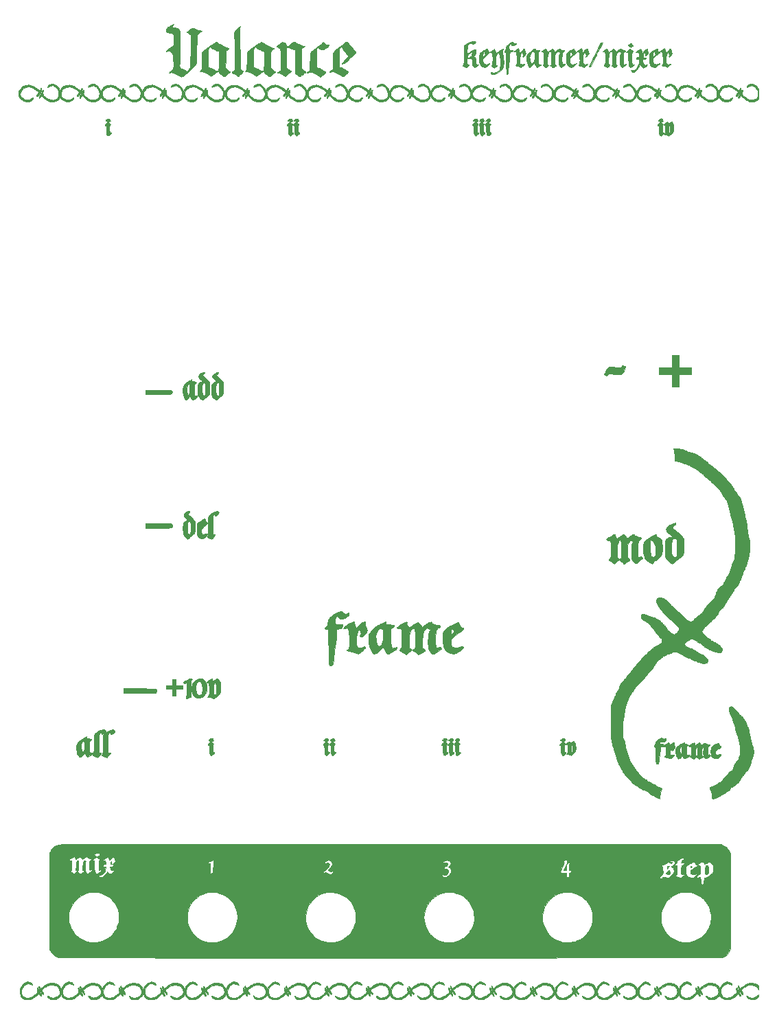
<source format=gbr>
%TF.GenerationSoftware,KiCad,Pcbnew,(5.1.6)-1*%
%TF.CreationDate,2021-02-11T15:37:54+05:30*%
%TF.ProjectId,Valance_Panel,56616c61-6e63-4655-9f50-616e656c2e6b,rev?*%
%TF.SameCoordinates,Original*%
%TF.FileFunction,Legend,Top*%
%TF.FilePolarity,Positive*%
%FSLAX46Y46*%
G04 Gerber Fmt 4.6, Leading zero omitted, Abs format (unit mm)*
G04 Created by KiCad (PCBNEW (5.1.6)-1) date 2021-02-11 15:37:54*
%MOMM*%
%LPD*%
G01*
G04 APERTURE LIST*
%ADD10C,0.010000*%
%ADD11C,0.150000*%
G04 APERTURE END LIST*
D10*
%TO.C,G\u002A\u002A\u002A*%
G36*
X-38311464Y-39879511D02*
G01*
X-38302446Y-39903730D01*
X-38294500Y-39950716D01*
X-38287832Y-40036527D01*
X-38282506Y-40152145D01*
X-38278583Y-40288555D01*
X-38276127Y-40436739D01*
X-38275198Y-40587681D01*
X-38275861Y-40732363D01*
X-38278178Y-40861771D01*
X-38282211Y-40966886D01*
X-38288022Y-41038693D01*
X-38294384Y-41066767D01*
X-38345250Y-41105277D01*
X-38416208Y-41109099D01*
X-38491469Y-41078370D01*
X-38509570Y-41064922D01*
X-38581640Y-41005327D01*
X-38568475Y-40596413D01*
X-38558467Y-40384292D01*
X-38542816Y-40215843D01*
X-38520291Y-40084933D01*
X-38489660Y-39985430D01*
X-38449691Y-39911199D01*
X-38424660Y-39880393D01*
X-38373802Y-39835049D01*
X-38339357Y-39834127D01*
X-38311464Y-39879511D01*
G37*
X-38311464Y-39879511D02*
X-38302446Y-39903730D01*
X-38294500Y-39950716D01*
X-38287832Y-40036527D01*
X-38282506Y-40152145D01*
X-38278583Y-40288555D01*
X-38276127Y-40436739D01*
X-38275198Y-40587681D01*
X-38275861Y-40732363D01*
X-38278178Y-40861771D01*
X-38282211Y-40966886D01*
X-38288022Y-41038693D01*
X-38294384Y-41066767D01*
X-38345250Y-41105277D01*
X-38416208Y-41109099D01*
X-38491469Y-41078370D01*
X-38509570Y-41064922D01*
X-38581640Y-41005327D01*
X-38568475Y-40596413D01*
X-38558467Y-40384292D01*
X-38542816Y-40215843D01*
X-38520291Y-40084933D01*
X-38489660Y-39985430D01*
X-38449691Y-39911199D01*
X-38424660Y-39880393D01*
X-38373802Y-39835049D01*
X-38339357Y-39834127D01*
X-38311464Y-39879511D01*
G36*
X-34224988Y-39992615D02*
G01*
X-34212067Y-40036841D01*
X-34209387Y-40112279D01*
X-34215283Y-40178186D01*
X-34229011Y-40253266D01*
X-34248341Y-40289988D01*
X-34279543Y-40299990D01*
X-34280931Y-40300000D01*
X-34316586Y-40289491D01*
X-34318246Y-40249574D01*
X-34316918Y-40243750D01*
X-34303265Y-40180770D01*
X-34287921Y-40101940D01*
X-34286373Y-40093473D01*
X-34266024Y-40016304D01*
X-34244268Y-39984227D01*
X-34224988Y-39992615D01*
G37*
X-34224988Y-39992615D02*
X-34212067Y-40036841D01*
X-34209387Y-40112279D01*
X-34215283Y-40178186D01*
X-34229011Y-40253266D01*
X-34248341Y-40289988D01*
X-34279543Y-40299990D01*
X-34280931Y-40300000D01*
X-34316586Y-40289491D01*
X-34318246Y-40249574D01*
X-34316918Y-40243750D01*
X-34303265Y-40180770D01*
X-34287921Y-40101940D01*
X-34286373Y-40093473D01*
X-34266024Y-40016304D01*
X-34244268Y-39984227D01*
X-34224988Y-39992615D01*
G36*
X21900000Y-40706107D02*
G01*
X21899185Y-40845361D01*
X21896163Y-40942385D01*
X21890067Y-41004931D01*
X21880030Y-41040754D01*
X21865186Y-41057604D01*
X21860455Y-41059825D01*
X21787518Y-41071480D01*
X21690512Y-41065915D01*
X21625000Y-41053292D01*
X21562500Y-41037500D01*
X21731250Y-40702532D01*
X21900000Y-40367565D01*
X21900000Y-40706107D01*
G37*
X21900000Y-40706107D02*
X21899185Y-40845361D01*
X21896163Y-40942385D01*
X21890067Y-41004931D01*
X21880030Y-41040754D01*
X21865186Y-41057604D01*
X21860455Y-41059825D01*
X21787518Y-41071480D01*
X21690512Y-41065915D01*
X21625000Y-41053292D01*
X21562500Y-41037500D01*
X21731250Y-40702532D01*
X21900000Y-40367565D01*
X21900000Y-40706107D01*
G36*
X37320187Y-40521549D02*
G01*
X37346628Y-40565083D01*
X37365971Y-40613214D01*
X37369686Y-40634747D01*
X37347602Y-40651419D01*
X37304587Y-40686897D01*
X37304547Y-40686931D01*
X37246595Y-40735830D01*
X37254547Y-40626108D01*
X37267752Y-40546242D01*
X37290645Y-40510717D01*
X37320187Y-40521549D01*
G37*
X37320187Y-40521549D02*
X37346628Y-40565083D01*
X37365971Y-40613214D01*
X37369686Y-40634747D01*
X37347602Y-40651419D01*
X37304587Y-40686897D01*
X37304547Y-40686931D01*
X37246595Y-40735830D01*
X37254547Y-40626108D01*
X37267752Y-40546242D01*
X37290645Y-40510717D01*
X37320187Y-40521549D01*
G36*
X34381717Y-40506496D02*
G01*
X34444348Y-40522395D01*
X34509121Y-40542313D01*
X34558337Y-40560867D01*
X34574724Y-40571717D01*
X34559034Y-40596657D01*
X34517872Y-40647929D01*
X34459665Y-40715108D01*
X34450806Y-40725000D01*
X34327164Y-40862500D01*
X34326082Y-40681250D01*
X34327318Y-40593294D01*
X34331582Y-40528873D01*
X34337992Y-40500410D01*
X34338929Y-40500000D01*
X34381717Y-40506496D01*
G37*
X34381717Y-40506496D02*
X34444348Y-40522395D01*
X34509121Y-40542313D01*
X34558337Y-40560867D01*
X34574724Y-40571717D01*
X34559034Y-40596657D01*
X34517872Y-40647929D01*
X34459665Y-40715108D01*
X34450806Y-40725000D01*
X34327164Y-40862500D01*
X34326082Y-40681250D01*
X34327318Y-40593294D01*
X34331582Y-40528873D01*
X34337992Y-40500410D01*
X34338929Y-40500000D01*
X34381717Y-40506496D01*
G36*
X34602284Y-41085903D02*
G01*
X34643439Y-41137645D01*
X34689366Y-41213429D01*
X34730447Y-41302443D01*
X34732480Y-41363507D01*
X34731675Y-41365610D01*
X34703627Y-41423967D01*
X34666947Y-41487592D01*
X34631078Y-41541545D01*
X34605460Y-41570886D01*
X34600859Y-41572620D01*
X34571875Y-41566950D01*
X34505965Y-41553857D01*
X34415230Y-41535746D01*
X34375000Y-41527696D01*
X34266126Y-41503453D01*
X34200626Y-41482221D01*
X34172171Y-41461564D01*
X34170161Y-41448826D01*
X34190180Y-41416767D01*
X34238154Y-41358996D01*
X34306179Y-41284644D01*
X34362278Y-41226834D01*
X34451759Y-41138671D01*
X34515529Y-41086043D01*
X34562676Y-41068578D01*
X34602284Y-41085903D01*
G37*
X34602284Y-41085903D02*
X34643439Y-41137645D01*
X34689366Y-41213429D01*
X34730447Y-41302443D01*
X34732480Y-41363507D01*
X34731675Y-41365610D01*
X34703627Y-41423967D01*
X34666947Y-41487592D01*
X34631078Y-41541545D01*
X34605460Y-41570886D01*
X34600859Y-41572620D01*
X34571875Y-41566950D01*
X34505965Y-41553857D01*
X34415230Y-41535746D01*
X34375000Y-41527696D01*
X34266126Y-41503453D01*
X34200626Y-41482221D01*
X34172171Y-41461564D01*
X34170161Y-41448826D01*
X34190180Y-41416767D01*
X34238154Y-41358996D01*
X34306179Y-41284644D01*
X34362278Y-41226834D01*
X34451759Y-41138671D01*
X34515529Y-41086043D01*
X34562676Y-41068578D01*
X34602284Y-41085903D01*
G36*
X39286327Y-40434971D02*
G01*
X39345626Y-40473683D01*
X39391051Y-40557286D01*
X39423038Y-40686960D01*
X39441552Y-40856600D01*
X39447704Y-41077927D01*
X39433969Y-41254799D01*
X39400159Y-41388720D01*
X39366301Y-41454988D01*
X39311031Y-41515255D01*
X39243357Y-41540184D01*
X39151565Y-41532593D01*
X39099014Y-41519244D01*
X39010528Y-41493753D01*
X39017324Y-41340626D01*
X39020896Y-41250448D01*
X39025146Y-41128522D01*
X39029458Y-40993087D01*
X39032196Y-40899592D01*
X39043806Y-40719100D01*
X39068222Y-40584457D01*
X39107013Y-40492792D01*
X39161751Y-40441234D01*
X39234006Y-40426911D01*
X39286327Y-40434971D01*
G37*
X39286327Y-40434971D02*
X39345626Y-40473683D01*
X39391051Y-40557286D01*
X39423038Y-40686960D01*
X39441552Y-40856600D01*
X39447704Y-41077927D01*
X39433969Y-41254799D01*
X39400159Y-41388720D01*
X39366301Y-41454988D01*
X39311031Y-41515255D01*
X39243357Y-41540184D01*
X39151565Y-41532593D01*
X39099014Y-41519244D01*
X39010528Y-41493753D01*
X39017324Y-41340626D01*
X39020896Y-41250448D01*
X39025146Y-41128522D01*
X39029458Y-40993087D01*
X39032196Y-40899592D01*
X39043806Y-40719100D01*
X39068222Y-40584457D01*
X39107013Y-40492792D01*
X39161751Y-40441234D01*
X39234006Y-40426911D01*
X39286327Y-40434971D01*
G36*
X29996521Y60831126D02*
G01*
X30062586Y60748148D01*
X30073981Y60726996D01*
X30104912Y60662214D01*
X30123032Y60616229D01*
X30125000Y60606837D01*
X30105258Y60585174D01*
X30055283Y60548578D01*
X29988951Y60505661D01*
X29920138Y60465035D01*
X29862720Y60435313D01*
X29832020Y60425000D01*
X29801999Y60441594D01*
X29754310Y60483101D01*
X29736866Y60500662D01*
X29671546Y60554669D01*
X29602606Y60591634D01*
X29590139Y60595560D01*
X29535246Y60616300D01*
X29507840Y60638978D01*
X29522898Y60664627D01*
X29570469Y60705446D01*
X29638738Y60753470D01*
X29715892Y60800736D01*
X29790117Y60839281D01*
X29827986Y60854788D01*
X29919087Y60866275D01*
X29996521Y60831126D01*
G37*
X29996521Y60831126D02*
X30062586Y60748148D01*
X30073981Y60726996D01*
X30104912Y60662214D01*
X30123032Y60616229D01*
X30125000Y60606837D01*
X30105258Y60585174D01*
X30055283Y60548578D01*
X29988951Y60505661D01*
X29920138Y60465035D01*
X29862720Y60435313D01*
X29832020Y60425000D01*
X29801999Y60441594D01*
X29754310Y60483101D01*
X29736866Y60500662D01*
X29671546Y60554669D01*
X29602606Y60591634D01*
X29590139Y60595560D01*
X29535246Y60616300D01*
X29507840Y60638978D01*
X29522898Y60664627D01*
X29570469Y60705446D01*
X29638738Y60753470D01*
X29715892Y60800736D01*
X29790117Y60839281D01*
X29827986Y60854788D01*
X29919087Y60866275D01*
X29996521Y60831126D01*
G36*
X26372654Y60986401D02*
G01*
X26374138Y60982760D01*
X26362955Y60957575D01*
X26330945Y60891552D01*
X26279975Y60788406D01*
X26211909Y60651855D01*
X26128609Y60485614D01*
X26031941Y60293401D01*
X25923768Y60078932D01*
X25805955Y59845924D01*
X25680366Y59598094D01*
X25617888Y59475000D01*
X24862500Y57987500D01*
X24768750Y57979741D01*
X24708888Y57979504D01*
X24677330Y57988601D01*
X24675842Y57992241D01*
X24687023Y58017426D01*
X24719030Y58083449D01*
X24769998Y58186594D01*
X24838064Y58323145D01*
X24921363Y58489384D01*
X25018031Y58681596D01*
X25126204Y58896064D01*
X25244019Y59129071D01*
X25369610Y59376900D01*
X25432092Y59500000D01*
X26187500Y60987500D01*
X26281250Y60995260D01*
X26341106Y60995497D01*
X26372654Y60986401D01*
G37*
X26372654Y60986401D02*
X26374138Y60982760D01*
X26362955Y60957575D01*
X26330945Y60891552D01*
X26279975Y60788406D01*
X26211909Y60651855D01*
X26128609Y60485614D01*
X26031941Y60293401D01*
X25923768Y60078932D01*
X25805955Y59845924D01*
X25680366Y59598094D01*
X25617888Y59475000D01*
X24862500Y57987500D01*
X24768750Y57979741D01*
X24708888Y57979504D01*
X24677330Y57988601D01*
X24675842Y57992241D01*
X24687023Y58017426D01*
X24719030Y58083449D01*
X24769998Y58186594D01*
X24838064Y58323145D01*
X24921363Y58489384D01*
X25018031Y58681596D01*
X25126204Y58896064D01*
X25244019Y59129071D01*
X25369610Y59376900D01*
X25432092Y59500000D01*
X26187500Y60987500D01*
X26281250Y60995260D01*
X26341106Y60995497D01*
X26372654Y60986401D01*
G36*
X34038973Y60257224D02*
G01*
X34058372Y60207752D01*
X34074998Y60142562D01*
X34101169Y60056366D01*
X34132713Y59961044D01*
X34165455Y59868478D01*
X34195222Y59790549D01*
X34217840Y59739137D01*
X34227927Y59725083D01*
X34249195Y59744168D01*
X34286643Y59793051D01*
X34312567Y59831250D01*
X34411276Y59971737D01*
X34507701Y60088513D01*
X34594463Y60173083D01*
X34635186Y60202668D01*
X34711649Y60241484D01*
X34756927Y60244189D01*
X34774502Y60210702D01*
X34775000Y60199376D01*
X34783438Y60149209D01*
X34805266Y60071781D01*
X34827912Y60005626D01*
X34877228Y59872319D01*
X34911285Y59777132D01*
X34931552Y59711070D01*
X34939501Y59665136D01*
X34936605Y59630334D01*
X34924335Y59597667D01*
X34904161Y59558139D01*
X34901846Y59553621D01*
X34848122Y59464419D01*
X34780761Y59374622D01*
X34711917Y59298929D01*
X34653741Y59252038D01*
X34651474Y59250790D01*
X34600517Y59241393D01*
X34577266Y59248600D01*
X34559686Y59271836D01*
X34573371Y59311177D01*
X34587666Y59334245D01*
X34618819Y59420788D01*
X34615086Y59481140D01*
X34596163Y59541627D01*
X34562493Y59618322D01*
X34521257Y59698026D01*
X34479642Y59767543D01*
X34444830Y59813675D01*
X34427908Y59825000D01*
X34407194Y59803430D01*
X34375069Y59746600D01*
X34336956Y59666332D01*
X34298277Y59574445D01*
X34264458Y59482761D01*
X34250125Y59437500D01*
X34238759Y59376704D01*
X34227500Y59277910D01*
X34217422Y59153113D01*
X34209603Y59014306D01*
X34207522Y58962500D01*
X34203058Y58773108D01*
X34205666Y58626923D01*
X34216597Y58517494D01*
X34237100Y58438367D01*
X34268425Y58383090D01*
X34311820Y58345212D01*
X34328947Y58335459D01*
X34422907Y58309214D01*
X34540762Y58308331D01*
X34663775Y58332042D01*
X34717795Y58351360D01*
X34784769Y58372870D01*
X34812854Y58366155D01*
X34802449Y58333914D01*
X34753957Y58278846D01*
X34699779Y58230033D01*
X34616609Y58157472D01*
X34536447Y58084027D01*
X34482928Y58031895D01*
X34428166Y57982669D01*
X34382891Y57954069D01*
X34370428Y57951057D01*
X34331454Y57960832D01*
X34262455Y57985274D01*
X34187500Y58015321D01*
X34074568Y58057107D01*
X33948345Y58095437D01*
X33878756Y58112591D01*
X33796031Y58131366D01*
X33735363Y58147060D01*
X33710863Y58155804D01*
X33716274Y58181052D01*
X33739817Y58236631D01*
X33765349Y58288727D01*
X33828986Y58412500D01*
X33817793Y59000000D01*
X33812956Y59208488D01*
X33806989Y59373382D01*
X33799429Y59501086D01*
X33789812Y59598002D01*
X33777676Y59670532D01*
X33766049Y59714650D01*
X33719373Y59827702D01*
X33666947Y59893928D01*
X33610002Y59912098D01*
X33578723Y59901993D01*
X33520515Y59880161D01*
X33471836Y59876556D01*
X33450234Y59892304D01*
X33450180Y59893750D01*
X33469856Y59912845D01*
X33522427Y59952161D01*
X33598405Y60005392D01*
X33688302Y60066232D01*
X33782632Y60128373D01*
X33871905Y60185511D01*
X33946635Y60231338D01*
X33997334Y60259548D01*
X34006917Y60263818D01*
X34038973Y60257224D01*
G37*
X34038973Y60257224D02*
X34058372Y60207752D01*
X34074998Y60142562D01*
X34101169Y60056366D01*
X34132713Y59961044D01*
X34165455Y59868478D01*
X34195222Y59790549D01*
X34217840Y59739137D01*
X34227927Y59725083D01*
X34249195Y59744168D01*
X34286643Y59793051D01*
X34312567Y59831250D01*
X34411276Y59971737D01*
X34507701Y60088513D01*
X34594463Y60173083D01*
X34635186Y60202668D01*
X34711649Y60241484D01*
X34756927Y60244189D01*
X34774502Y60210702D01*
X34775000Y60199376D01*
X34783438Y60149209D01*
X34805266Y60071781D01*
X34827912Y60005626D01*
X34877228Y59872319D01*
X34911285Y59777132D01*
X34931552Y59711070D01*
X34939501Y59665136D01*
X34936605Y59630334D01*
X34924335Y59597667D01*
X34904161Y59558139D01*
X34901846Y59553621D01*
X34848122Y59464419D01*
X34780761Y59374622D01*
X34711917Y59298929D01*
X34653741Y59252038D01*
X34651474Y59250790D01*
X34600517Y59241393D01*
X34577266Y59248600D01*
X34559686Y59271836D01*
X34573371Y59311177D01*
X34587666Y59334245D01*
X34618819Y59420788D01*
X34615086Y59481140D01*
X34596163Y59541627D01*
X34562493Y59618322D01*
X34521257Y59698026D01*
X34479642Y59767543D01*
X34444830Y59813675D01*
X34427908Y59825000D01*
X34407194Y59803430D01*
X34375069Y59746600D01*
X34336956Y59666332D01*
X34298277Y59574445D01*
X34264458Y59482761D01*
X34250125Y59437500D01*
X34238759Y59376704D01*
X34227500Y59277910D01*
X34217422Y59153113D01*
X34209603Y59014306D01*
X34207522Y58962500D01*
X34203058Y58773108D01*
X34205666Y58626923D01*
X34216597Y58517494D01*
X34237100Y58438367D01*
X34268425Y58383090D01*
X34311820Y58345212D01*
X34328947Y58335459D01*
X34422907Y58309214D01*
X34540762Y58308331D01*
X34663775Y58332042D01*
X34717795Y58351360D01*
X34784769Y58372870D01*
X34812854Y58366155D01*
X34802449Y58333914D01*
X34753957Y58278846D01*
X34699779Y58230033D01*
X34616609Y58157472D01*
X34536447Y58084027D01*
X34482928Y58031895D01*
X34428166Y57982669D01*
X34382891Y57954069D01*
X34370428Y57951057D01*
X34331454Y57960832D01*
X34262455Y57985274D01*
X34187500Y58015321D01*
X34074568Y58057107D01*
X33948345Y58095437D01*
X33878756Y58112591D01*
X33796031Y58131366D01*
X33735363Y58147060D01*
X33710863Y58155804D01*
X33716274Y58181052D01*
X33739817Y58236631D01*
X33765349Y58288727D01*
X33828986Y58412500D01*
X33817793Y59000000D01*
X33812956Y59208488D01*
X33806989Y59373382D01*
X33799429Y59501086D01*
X33789812Y59598002D01*
X33777676Y59670532D01*
X33766049Y59714650D01*
X33719373Y59827702D01*
X33666947Y59893928D01*
X33610002Y59912098D01*
X33578723Y59901993D01*
X33520515Y59880161D01*
X33471836Y59876556D01*
X33450234Y59892304D01*
X33450180Y59893750D01*
X33469856Y59912845D01*
X33522427Y59952161D01*
X33598405Y60005392D01*
X33688302Y60066232D01*
X33782632Y60128373D01*
X33871905Y60185511D01*
X33946635Y60231338D01*
X33997334Y60259548D01*
X34006917Y60263818D01*
X34038973Y60257224D01*
G36*
X33148900Y60191211D02*
G01*
X33150000Y60163969D01*
X33164872Y60081391D01*
X33203558Y59993089D01*
X33257163Y59912208D01*
X33316791Y59851898D01*
X33373546Y59825303D01*
X33379357Y59825000D01*
X33417686Y59817143D01*
X33423536Y59792291D01*
X33395153Y59748522D01*
X33330786Y59683918D01*
X33228679Y59596557D01*
X33087079Y59484520D01*
X33025000Y59436940D01*
X32873730Y59318254D01*
X32759863Y59218731D01*
X32678365Y59131094D01*
X32624201Y59048066D01*
X32592337Y58962370D01*
X32577739Y58866727D01*
X32575093Y58786548D01*
X32591224Y58614067D01*
X32639960Y58479434D01*
X32721512Y58382408D01*
X32836089Y58322750D01*
X32983900Y58300222D01*
X33002136Y58300000D01*
X33133940Y58313456D01*
X33253111Y58358832D01*
X33260099Y58362500D01*
X33345242Y58405041D01*
X33395951Y58421976D01*
X33419914Y58414641D01*
X33425000Y58391127D01*
X33406600Y58355636D01*
X33357320Y58298269D01*
X33286036Y58227472D01*
X33201623Y58151690D01*
X33112960Y58079368D01*
X33045495Y58030062D01*
X32929146Y57971527D01*
X32800780Y57950749D01*
X32650466Y57966664D01*
X32588938Y57981206D01*
X32474736Y58034656D01*
X32367117Y58127655D01*
X32275402Y58249824D01*
X32208913Y58390787D01*
X32201985Y58411958D01*
X32182970Y58479839D01*
X32169145Y58548269D01*
X32159724Y58626859D01*
X32153918Y58725223D01*
X32150943Y58852973D01*
X32150012Y59019721D01*
X32150000Y59047337D01*
X32150800Y59241690D01*
X32156404Y59396204D01*
X32157176Y59402437D01*
X32572974Y59402437D01*
X32573931Y59321374D01*
X32581722Y59266597D01*
X32594285Y59250000D01*
X32620364Y59265728D01*
X32673376Y59307701D01*
X32743650Y59368102D01*
X32773606Y59394928D01*
X32933642Y59539855D01*
X32865588Y59663678D01*
X32802592Y59773358D01*
X32755020Y59839466D01*
X32717250Y59863787D01*
X32683660Y59848104D01*
X32648628Y59794200D01*
X32622945Y59740666D01*
X32603836Y59678902D01*
X32588653Y59593646D01*
X32578124Y59497343D01*
X32572974Y59402437D01*
X32157176Y59402437D01*
X32171610Y59518853D01*
X32201219Y59617613D01*
X32250034Y59700459D01*
X32322853Y59775365D01*
X32424478Y59850308D01*
X32559709Y59933262D01*
X32733348Y60032202D01*
X32747725Y60040305D01*
X32859822Y60102114D01*
X32960831Y60155316D01*
X33040438Y60194646D01*
X33088327Y60214839D01*
X33091475Y60215732D01*
X33134207Y60219306D01*
X33148900Y60191211D01*
G37*
X33148900Y60191211D02*
X33150000Y60163969D01*
X33164872Y60081391D01*
X33203558Y59993089D01*
X33257163Y59912208D01*
X33316791Y59851898D01*
X33373546Y59825303D01*
X33379357Y59825000D01*
X33417686Y59817143D01*
X33423536Y59792291D01*
X33395153Y59748522D01*
X33330786Y59683918D01*
X33228679Y59596557D01*
X33087079Y59484520D01*
X33025000Y59436940D01*
X32873730Y59318254D01*
X32759863Y59218731D01*
X32678365Y59131094D01*
X32624201Y59048066D01*
X32592337Y58962370D01*
X32577739Y58866727D01*
X32575093Y58786548D01*
X32591224Y58614067D01*
X32639960Y58479434D01*
X32721512Y58382408D01*
X32836089Y58322750D01*
X32983900Y58300222D01*
X33002136Y58300000D01*
X33133940Y58313456D01*
X33253111Y58358832D01*
X33260099Y58362500D01*
X33345242Y58405041D01*
X33395951Y58421976D01*
X33419914Y58414641D01*
X33425000Y58391127D01*
X33406600Y58355636D01*
X33357320Y58298269D01*
X33286036Y58227472D01*
X33201623Y58151690D01*
X33112960Y58079368D01*
X33045495Y58030062D01*
X32929146Y57971527D01*
X32800780Y57950749D01*
X32650466Y57966664D01*
X32588938Y57981206D01*
X32474736Y58034656D01*
X32367117Y58127655D01*
X32275402Y58249824D01*
X32208913Y58390787D01*
X32201985Y58411958D01*
X32182970Y58479839D01*
X32169145Y58548269D01*
X32159724Y58626859D01*
X32153918Y58725223D01*
X32150943Y58852973D01*
X32150012Y59019721D01*
X32150000Y59047337D01*
X32150800Y59241690D01*
X32156404Y59396204D01*
X32157176Y59402437D01*
X32572974Y59402437D01*
X32573931Y59321374D01*
X32581722Y59266597D01*
X32594285Y59250000D01*
X32620364Y59265728D01*
X32673376Y59307701D01*
X32743650Y59368102D01*
X32773606Y59394928D01*
X32933642Y59539855D01*
X32865588Y59663678D01*
X32802592Y59773358D01*
X32755020Y59839466D01*
X32717250Y59863787D01*
X32683660Y59848104D01*
X32648628Y59794200D01*
X32622945Y59740666D01*
X32603836Y59678902D01*
X32588653Y59593646D01*
X32578124Y59497343D01*
X32572974Y59402437D01*
X32157176Y59402437D01*
X32171610Y59518853D01*
X32201219Y59617613D01*
X32250034Y59700459D01*
X32322853Y59775365D01*
X32424478Y59850308D01*
X32559709Y59933262D01*
X32733348Y60032202D01*
X32747725Y60040305D01*
X32859822Y60102114D01*
X32960831Y60155316D01*
X33040438Y60194646D01*
X33088327Y60214839D01*
X33091475Y60215732D01*
X33134207Y60219306D01*
X33148900Y60191211D01*
G36*
X23771926Y60254090D02*
G01*
X23782505Y60218750D01*
X23797479Y60167437D01*
X23823423Y60089143D01*
X23855786Y59996452D01*
X23890018Y59901947D01*
X23921569Y59818210D01*
X23945887Y59757823D01*
X23957902Y59733765D01*
X23977159Y59745880D01*
X24014596Y59789822D01*
X24052308Y59841994D01*
X24156355Y59987984D01*
X24243533Y60094811D01*
X24318869Y60168261D01*
X24364258Y60201087D01*
X24444776Y60242566D01*
X24495403Y60246613D01*
X24520424Y60212291D01*
X24525000Y60165939D01*
X24534570Y60101767D01*
X24559805Y60010653D01*
X24595490Y59911087D01*
X24600000Y59900000D01*
X24636011Y59805975D01*
X24662573Y59723860D01*
X24674724Y59669273D01*
X24675000Y59663957D01*
X24659296Y59599783D01*
X24617737Y59520640D01*
X24558651Y59436247D01*
X24490368Y59356323D01*
X24421215Y59290587D01*
X24359522Y59248759D01*
X24313618Y59240557D01*
X24312516Y59240954D01*
X24277954Y59267884D01*
X24291575Y59305094D01*
X24312500Y59325000D01*
X24340311Y59371737D01*
X24350000Y59427588D01*
X24340145Y59481933D01*
X24314538Y59556955D01*
X24279111Y59640216D01*
X24239795Y59719277D01*
X24202524Y59781698D01*
X24173231Y59815041D01*
X24164168Y59817223D01*
X24134564Y59787400D01*
X24096423Y59721583D01*
X24055280Y59631756D01*
X24016665Y59529906D01*
X23988117Y59435837D01*
X23970507Y59343057D01*
X23958568Y59218624D01*
X23951879Y59056296D01*
X23950000Y58871142D01*
X23950312Y58716879D01*
X23951911Y58604352D01*
X23955786Y58525300D01*
X23962927Y58471461D01*
X23974326Y58434571D01*
X23990972Y58406368D01*
X24008264Y58385053D01*
X24078650Y58335678D01*
X24175911Y58306361D01*
X24280327Y58299623D01*
X24372177Y58317981D01*
X24403420Y58334582D01*
X24459520Y58363252D01*
X24512630Y58374803D01*
X24545846Y58366733D01*
X24549803Y58356250D01*
X24531809Y58329563D01*
X24484255Y58279590D01*
X24416392Y58214569D01*
X24337474Y58142734D01*
X24256752Y58072322D01*
X24183479Y58011569D01*
X24126908Y57968709D01*
X24096291Y57951980D01*
X24095623Y57951976D01*
X24057540Y57962219D01*
X23987962Y57987383D01*
X23901167Y58022265D01*
X23891238Y58026448D01*
X23786533Y58065841D01*
X23680446Y58097866D01*
X23600689Y58114769D01*
X23505406Y58130354D01*
X23454508Y58149983D01*
X23442457Y58180451D01*
X23463714Y58228553D01*
X23483338Y58258746D01*
X23512677Y58309003D01*
X23533107Y58365741D01*
X23547405Y58441394D01*
X23558345Y58548393D01*
X23563422Y58617517D01*
X23568255Y58745835D01*
X23567910Y58899289D01*
X23563046Y59066970D01*
X23554325Y59237972D01*
X23542406Y59401386D01*
X23527948Y59546303D01*
X23511611Y59661818D01*
X23496065Y59730935D01*
X23454239Y59828805D01*
X23404065Y59889489D01*
X23350672Y59907895D01*
X23325446Y59900240D01*
X23261114Y59879735D01*
X23220393Y59875791D01*
X23162500Y59876581D01*
X23229946Y59935970D01*
X23270719Y59967032D01*
X23339024Y60014272D01*
X23424738Y60071211D01*
X23517742Y60131366D01*
X23607915Y60188254D01*
X23685136Y60235396D01*
X23739284Y60266308D01*
X23759318Y60275000D01*
X23771926Y60254090D01*
G37*
X23771926Y60254090D02*
X23782505Y60218750D01*
X23797479Y60167437D01*
X23823423Y60089143D01*
X23855786Y59996452D01*
X23890018Y59901947D01*
X23921569Y59818210D01*
X23945887Y59757823D01*
X23957902Y59733765D01*
X23977159Y59745880D01*
X24014596Y59789822D01*
X24052308Y59841994D01*
X24156355Y59987984D01*
X24243533Y60094811D01*
X24318869Y60168261D01*
X24364258Y60201087D01*
X24444776Y60242566D01*
X24495403Y60246613D01*
X24520424Y60212291D01*
X24525000Y60165939D01*
X24534570Y60101767D01*
X24559805Y60010653D01*
X24595490Y59911087D01*
X24600000Y59900000D01*
X24636011Y59805975D01*
X24662573Y59723860D01*
X24674724Y59669273D01*
X24675000Y59663957D01*
X24659296Y59599783D01*
X24617737Y59520640D01*
X24558651Y59436247D01*
X24490368Y59356323D01*
X24421215Y59290587D01*
X24359522Y59248759D01*
X24313618Y59240557D01*
X24312516Y59240954D01*
X24277954Y59267884D01*
X24291575Y59305094D01*
X24312500Y59325000D01*
X24340311Y59371737D01*
X24350000Y59427588D01*
X24340145Y59481933D01*
X24314538Y59556955D01*
X24279111Y59640216D01*
X24239795Y59719277D01*
X24202524Y59781698D01*
X24173231Y59815041D01*
X24164168Y59817223D01*
X24134564Y59787400D01*
X24096423Y59721583D01*
X24055280Y59631756D01*
X24016665Y59529906D01*
X23988117Y59435837D01*
X23970507Y59343057D01*
X23958568Y59218624D01*
X23951879Y59056296D01*
X23950000Y58871142D01*
X23950312Y58716879D01*
X23951911Y58604352D01*
X23955786Y58525300D01*
X23962927Y58471461D01*
X23974326Y58434571D01*
X23990972Y58406368D01*
X24008264Y58385053D01*
X24078650Y58335678D01*
X24175911Y58306361D01*
X24280327Y58299623D01*
X24372177Y58317981D01*
X24403420Y58334582D01*
X24459520Y58363252D01*
X24512630Y58374803D01*
X24545846Y58366733D01*
X24549803Y58356250D01*
X24531809Y58329563D01*
X24484255Y58279590D01*
X24416392Y58214569D01*
X24337474Y58142734D01*
X24256752Y58072322D01*
X24183479Y58011569D01*
X24126908Y57968709D01*
X24096291Y57951980D01*
X24095623Y57951976D01*
X24057540Y57962219D01*
X23987962Y57987383D01*
X23901167Y58022265D01*
X23891238Y58026448D01*
X23786533Y58065841D01*
X23680446Y58097866D01*
X23600689Y58114769D01*
X23505406Y58130354D01*
X23454508Y58149983D01*
X23442457Y58180451D01*
X23463714Y58228553D01*
X23483338Y58258746D01*
X23512677Y58309003D01*
X23533107Y58365741D01*
X23547405Y58441394D01*
X23558345Y58548393D01*
X23563422Y58617517D01*
X23568255Y58745835D01*
X23567910Y58899289D01*
X23563046Y59066970D01*
X23554325Y59237972D01*
X23542406Y59401386D01*
X23527948Y59546303D01*
X23511611Y59661818D01*
X23496065Y59730935D01*
X23454239Y59828805D01*
X23404065Y59889489D01*
X23350672Y59907895D01*
X23325446Y59900240D01*
X23261114Y59879735D01*
X23220393Y59875791D01*
X23162500Y59876581D01*
X23229946Y59935970D01*
X23270719Y59967032D01*
X23339024Y60014272D01*
X23424738Y60071211D01*
X23517742Y60131366D01*
X23607915Y60188254D01*
X23685136Y60235396D01*
X23739284Y60266308D01*
X23759318Y60275000D01*
X23771926Y60254090D01*
G36*
X22866573Y60203099D02*
G01*
X22875000Y60152826D01*
X22890084Y60084871D01*
X22928789Y60004157D01*
X22981296Y59925197D01*
X23037784Y59862505D01*
X23088433Y59830597D01*
X23093750Y59829512D01*
X23132513Y59818447D01*
X23147245Y59797503D01*
X23135321Y59763790D01*
X23094122Y59714417D01*
X23021024Y59646496D01*
X22913406Y59557135D01*
X22768646Y59443446D01*
X22685738Y59379796D01*
X22532581Y59252678D01*
X22422181Y59136157D01*
X22350137Y59024215D01*
X22312050Y58910829D01*
X22304898Y58858727D01*
X22308228Y58683164D01*
X22348244Y58534636D01*
X22423271Y58417043D01*
X22530008Y58335125D01*
X22630585Y58305045D01*
X22754088Y58299922D01*
X22880814Y58318587D01*
X22991058Y58359870D01*
X22996301Y58362802D01*
X23063420Y58398789D01*
X23113325Y58421247D01*
X23127551Y58425000D01*
X23150149Y58410640D01*
X23138209Y58371353D01*
X23096724Y58312830D01*
X23030684Y58240764D01*
X22945083Y58160845D01*
X22844911Y58078764D01*
X22785059Y58034508D01*
X22702849Y57982548D01*
X22631715Y57957497D01*
X22547225Y57951059D01*
X22539349Y57951098D01*
X22442124Y57958796D01*
X22347749Y57976853D01*
X22318699Y57985669D01*
X22169332Y58064401D01*
X22049657Y58182674D01*
X21960750Y58339026D01*
X21903689Y58531995D01*
X21899622Y58554134D01*
X21888861Y58647757D01*
X21881488Y58779163D01*
X21877937Y58936223D01*
X21878640Y59106805D01*
X21879062Y59129077D01*
X21883126Y59295202D01*
X21888858Y59394695D01*
X22300744Y59394695D01*
X22303914Y59316151D01*
X22313056Y59263975D01*
X22324334Y59250000D01*
X22352453Y59266128D01*
X22406501Y59309155D01*
X22476636Y59371047D01*
X22505584Y59397960D01*
X22662500Y59545919D01*
X22601610Y59658467D01*
X22556114Y59737442D01*
X22511423Y59807104D01*
X22495360Y59829257D01*
X22450000Y59887500D01*
X22401407Y59825000D01*
X22363618Y59759426D01*
X22331532Y59676168D01*
X22326407Y59657680D01*
X22312057Y59578545D01*
X22303481Y59486521D01*
X22300744Y59394695D01*
X21888858Y59394695D01*
X21890822Y59428779D01*
X21906848Y59536534D01*
X21935904Y59625192D01*
X21982687Y59701478D01*
X22051896Y59772118D01*
X22148231Y59843836D01*
X22276389Y59923357D01*
X22441070Y60017408D01*
X22537365Y60071306D01*
X22644441Y60129849D01*
X22737267Y60178124D01*
X22806401Y60211391D01*
X22842400Y60224913D01*
X22843615Y60225000D01*
X22866573Y60203099D01*
G37*
X22866573Y60203099D02*
X22875000Y60152826D01*
X22890084Y60084871D01*
X22928789Y60004157D01*
X22981296Y59925197D01*
X23037784Y59862505D01*
X23088433Y59830597D01*
X23093750Y59829512D01*
X23132513Y59818447D01*
X23147245Y59797503D01*
X23135321Y59763790D01*
X23094122Y59714417D01*
X23021024Y59646496D01*
X22913406Y59557135D01*
X22768646Y59443446D01*
X22685738Y59379796D01*
X22532581Y59252678D01*
X22422181Y59136157D01*
X22350137Y59024215D01*
X22312050Y58910829D01*
X22304898Y58858727D01*
X22308228Y58683164D01*
X22348244Y58534636D01*
X22423271Y58417043D01*
X22530008Y58335125D01*
X22630585Y58305045D01*
X22754088Y58299922D01*
X22880814Y58318587D01*
X22991058Y58359870D01*
X22996301Y58362802D01*
X23063420Y58398789D01*
X23113325Y58421247D01*
X23127551Y58425000D01*
X23150149Y58410640D01*
X23138209Y58371353D01*
X23096724Y58312830D01*
X23030684Y58240764D01*
X22945083Y58160845D01*
X22844911Y58078764D01*
X22785059Y58034508D01*
X22702849Y57982548D01*
X22631715Y57957497D01*
X22547225Y57951059D01*
X22539349Y57951098D01*
X22442124Y57958796D01*
X22347749Y57976853D01*
X22318699Y57985669D01*
X22169332Y58064401D01*
X22049657Y58182674D01*
X21960750Y58339026D01*
X21903689Y58531995D01*
X21899622Y58554134D01*
X21888861Y58647757D01*
X21881488Y58779163D01*
X21877937Y58936223D01*
X21878640Y59106805D01*
X21879062Y59129077D01*
X21883126Y59295202D01*
X21888858Y59394695D01*
X22300744Y59394695D01*
X22303914Y59316151D01*
X22313056Y59263975D01*
X22324334Y59250000D01*
X22352453Y59266128D01*
X22406501Y59309155D01*
X22476636Y59371047D01*
X22505584Y59397960D01*
X22662500Y59545919D01*
X22601610Y59658467D01*
X22556114Y59737442D01*
X22511423Y59807104D01*
X22495360Y59829257D01*
X22450000Y59887500D01*
X22401407Y59825000D01*
X22363618Y59759426D01*
X22331532Y59676168D01*
X22326407Y59657680D01*
X22312057Y59578545D01*
X22303481Y59486521D01*
X22300744Y59394695D01*
X21888858Y59394695D01*
X21890822Y59428779D01*
X21906848Y59536534D01*
X21935904Y59625192D01*
X21982687Y59701478D01*
X22051896Y59772118D01*
X22148231Y59843836D01*
X22276389Y59923357D01*
X22441070Y60017408D01*
X22537365Y60071306D01*
X22644441Y60129849D01*
X22737267Y60178124D01*
X22806401Y60211391D01*
X22842400Y60224913D01*
X22843615Y60225000D01*
X22866573Y60203099D01*
G36*
X16005474Y60238078D02*
G01*
X16029499Y60173851D01*
X16062237Y60081702D01*
X16098600Y59975945D01*
X16192797Y59697960D01*
X16298210Y59859754D01*
X16375069Y59966506D01*
X16460265Y60066717D01*
X16545519Y60152324D01*
X16622551Y60215265D01*
X16683084Y60247478D01*
X16698928Y60250000D01*
X16735932Y60238918D01*
X16749281Y60196875D01*
X16750000Y60173630D01*
X16759754Y60113160D01*
X16785437Y60025552D01*
X16821673Y59928904D01*
X16825000Y59921012D01*
X16873566Y59793172D01*
X16894633Y59693488D01*
X16888217Y59608370D01*
X16854332Y59524226D01*
X16825479Y59475747D01*
X16758534Y59383255D01*
X16691710Y59310526D01*
X16630548Y59260053D01*
X16580584Y59234330D01*
X16547358Y59235851D01*
X16536408Y59267109D01*
X16553273Y59330597D01*
X16565786Y59358835D01*
X16585232Y59403130D01*
X16592174Y59440272D01*
X16584303Y59483474D01*
X16559311Y59545949D01*
X16517433Y59635552D01*
X16473458Y59722125D01*
X16434586Y59787927D01*
X16407302Y59822338D01*
X16401740Y59825000D01*
X16371257Y59802180D01*
X16333437Y59739774D01*
X16292395Y59646871D01*
X16252247Y59532555D01*
X16223459Y59431478D01*
X16201539Y59330471D01*
X16186923Y59221795D01*
X16178503Y59092675D01*
X16175172Y58930336D01*
X16175000Y58872629D01*
X16176583Y58736660D01*
X16180934Y58614182D01*
X16187457Y58515991D01*
X16195552Y58452885D01*
X16198925Y58440325D01*
X16237913Y58384403D01*
X16297684Y58338698D01*
X16383426Y58310715D01*
X16482971Y58301343D01*
X16575892Y58310702D01*
X16638971Y58336705D01*
X16690270Y58363764D01*
X16740700Y58374157D01*
X16771956Y58365252D01*
X16775000Y58356257D01*
X16757144Y58328584D01*
X16709760Y58277713D01*
X16642124Y58211976D01*
X16563512Y58139707D01*
X16483199Y58069240D01*
X16410460Y58008908D01*
X16354573Y57967044D01*
X16325000Y57951969D01*
X16284777Y57962359D01*
X16213656Y57988162D01*
X16126225Y58024040D01*
X16116431Y58028288D01*
X16011964Y58068454D01*
X15905853Y58100615D01*
X15825268Y58117129D01*
X15726334Y58132467D01*
X15672913Y58152059D01*
X15660519Y58180040D01*
X15684665Y58220545D01*
X15697520Y58234861D01*
X15732749Y58282364D01*
X15759135Y58344400D01*
X15777802Y58428075D01*
X15789873Y58540493D01*
X15796470Y58688760D01*
X15798706Y58875000D01*
X15794778Y59133200D01*
X15781995Y59359726D01*
X15760849Y59549922D01*
X15731833Y59699133D01*
X15702066Y59788651D01*
X15663354Y59866997D01*
X15628402Y59905268D01*
X15585168Y59910825D01*
X15529617Y59894091D01*
X15465366Y59878879D01*
X15432497Y59888100D01*
X15437475Y59915953D01*
X15471218Y59946483D01*
X15553014Y60001830D01*
X15647805Y60063226D01*
X15746370Y60125056D01*
X15839482Y60181702D01*
X15917918Y60227548D01*
X15972453Y60256977D01*
X15993708Y60264626D01*
X16005474Y60238078D01*
G37*
X16005474Y60238078D02*
X16029499Y60173851D01*
X16062237Y60081702D01*
X16098600Y59975945D01*
X16192797Y59697960D01*
X16298210Y59859754D01*
X16375069Y59966506D01*
X16460265Y60066717D01*
X16545519Y60152324D01*
X16622551Y60215265D01*
X16683084Y60247478D01*
X16698928Y60250000D01*
X16735932Y60238918D01*
X16749281Y60196875D01*
X16750000Y60173630D01*
X16759754Y60113160D01*
X16785437Y60025552D01*
X16821673Y59928904D01*
X16825000Y59921012D01*
X16873566Y59793172D01*
X16894633Y59693488D01*
X16888217Y59608370D01*
X16854332Y59524226D01*
X16825479Y59475747D01*
X16758534Y59383255D01*
X16691710Y59310526D01*
X16630548Y59260053D01*
X16580584Y59234330D01*
X16547358Y59235851D01*
X16536408Y59267109D01*
X16553273Y59330597D01*
X16565786Y59358835D01*
X16585232Y59403130D01*
X16592174Y59440272D01*
X16584303Y59483474D01*
X16559311Y59545949D01*
X16517433Y59635552D01*
X16473458Y59722125D01*
X16434586Y59787927D01*
X16407302Y59822338D01*
X16401740Y59825000D01*
X16371257Y59802180D01*
X16333437Y59739774D01*
X16292395Y59646871D01*
X16252247Y59532555D01*
X16223459Y59431478D01*
X16201539Y59330471D01*
X16186923Y59221795D01*
X16178503Y59092675D01*
X16175172Y58930336D01*
X16175000Y58872629D01*
X16176583Y58736660D01*
X16180934Y58614182D01*
X16187457Y58515991D01*
X16195552Y58452885D01*
X16198925Y58440325D01*
X16237913Y58384403D01*
X16297684Y58338698D01*
X16383426Y58310715D01*
X16482971Y58301343D01*
X16575892Y58310702D01*
X16638971Y58336705D01*
X16690270Y58363764D01*
X16740700Y58374157D01*
X16771956Y58365252D01*
X16775000Y58356257D01*
X16757144Y58328584D01*
X16709760Y58277713D01*
X16642124Y58211976D01*
X16563512Y58139707D01*
X16483199Y58069240D01*
X16410460Y58008908D01*
X16354573Y57967044D01*
X16325000Y57951969D01*
X16284777Y57962359D01*
X16213656Y57988162D01*
X16126225Y58024040D01*
X16116431Y58028288D01*
X16011964Y58068454D01*
X15905853Y58100615D01*
X15825268Y58117129D01*
X15726334Y58132467D01*
X15672913Y58152059D01*
X15660519Y58180040D01*
X15684665Y58220545D01*
X15697520Y58234861D01*
X15732749Y58282364D01*
X15759135Y58344400D01*
X15777802Y58428075D01*
X15789873Y58540493D01*
X15796470Y58688760D01*
X15798706Y58875000D01*
X15794778Y59133200D01*
X15781995Y59359726D01*
X15760849Y59549922D01*
X15731833Y59699133D01*
X15702066Y59788651D01*
X15663354Y59866997D01*
X15628402Y59905268D01*
X15585168Y59910825D01*
X15529617Y59894091D01*
X15465366Y59878879D01*
X15432497Y59888100D01*
X15437475Y59915953D01*
X15471218Y59946483D01*
X15553014Y60001830D01*
X15647805Y60063226D01*
X15746370Y60125056D01*
X15839482Y60181702D01*
X15917918Y60227548D01*
X15972453Y60256977D01*
X15993708Y60264626D01*
X16005474Y60238078D01*
G36*
X12166573Y60203099D02*
G01*
X12175000Y60152826D01*
X12190084Y60084871D01*
X12228789Y60004157D01*
X12281296Y59925197D01*
X12337784Y59862505D01*
X12388433Y59830597D01*
X12393750Y59829512D01*
X12436392Y59817164D01*
X12450930Y59793973D01*
X12434879Y59756918D01*
X12385754Y59702976D01*
X12301071Y59629125D01*
X12178344Y59532343D01*
X12101544Y59474112D01*
X11935628Y59344920D01*
X11808760Y59234349D01*
X11716429Y59136476D01*
X11654124Y59045373D01*
X11617334Y58955114D01*
X11601547Y58859775D01*
X11600093Y58815401D01*
X11612151Y58651724D01*
X11650662Y58522942D01*
X11718779Y58419710D01*
X11741585Y58396041D01*
X11793671Y58350723D01*
X11844162Y58324643D01*
X11911179Y58311277D01*
X11994329Y58305061D01*
X12096204Y58303073D01*
X12171158Y58313155D01*
X12241664Y58339629D01*
X12282572Y58360526D01*
X12353646Y58396511D01*
X12407658Y58419914D01*
X12426322Y58425000D01*
X12448882Y58410731D01*
X12436081Y58371318D01*
X12392383Y58311856D01*
X12322248Y58237440D01*
X12230137Y58153162D01*
X12120512Y58064117D01*
X12090154Y58041158D01*
X12010896Y57987370D01*
X11945404Y57960104D01*
X11871327Y57951310D01*
X11840154Y57951098D01*
X11741328Y57959154D01*
X11644088Y57978107D01*
X11613945Y57987304D01*
X11498023Y58040252D01*
X11407547Y58112612D01*
X11326869Y58217706D01*
X11308177Y58247706D01*
X11259544Y58341747D01*
X11223283Y58446549D01*
X11198246Y58569897D01*
X11183288Y58719574D01*
X11177260Y58903364D01*
X11178933Y59125000D01*
X11184479Y59308103D01*
X11187416Y59349674D01*
X11601449Y59349674D01*
X11606496Y59276812D01*
X11619678Y59250183D01*
X11621276Y59250000D01*
X11650924Y59266133D01*
X11706169Y59309127D01*
X11776869Y59370880D01*
X11803851Y59395861D01*
X11959033Y59541721D01*
X11871021Y59702111D01*
X11823793Y59780298D01*
X11781066Y59837389D01*
X11751323Y59862218D01*
X11749156Y59862500D01*
X11702089Y59838718D01*
X11661378Y59771952D01*
X11629558Y59669070D01*
X11609165Y59536942D01*
X11604418Y59470340D01*
X11601449Y59349674D01*
X11187416Y59349674D01*
X11194469Y59449472D01*
X11211809Y59557349D01*
X11239405Y59639978D01*
X11280164Y59705599D01*
X11336990Y59762456D01*
X11412792Y59818791D01*
X11426917Y59828335D01*
X11509275Y59880977D01*
X11611758Y59942735D01*
X11725343Y60008614D01*
X11841004Y60073618D01*
X11949716Y60132754D01*
X12042453Y60181025D01*
X12110192Y60213437D01*
X12143615Y60225000D01*
X12166573Y60203099D01*
G37*
X12166573Y60203099D02*
X12175000Y60152826D01*
X12190084Y60084871D01*
X12228789Y60004157D01*
X12281296Y59925197D01*
X12337784Y59862505D01*
X12388433Y59830597D01*
X12393750Y59829512D01*
X12436392Y59817164D01*
X12450930Y59793973D01*
X12434879Y59756918D01*
X12385754Y59702976D01*
X12301071Y59629125D01*
X12178344Y59532343D01*
X12101544Y59474112D01*
X11935628Y59344920D01*
X11808760Y59234349D01*
X11716429Y59136476D01*
X11654124Y59045373D01*
X11617334Y58955114D01*
X11601547Y58859775D01*
X11600093Y58815401D01*
X11612151Y58651724D01*
X11650662Y58522942D01*
X11718779Y58419710D01*
X11741585Y58396041D01*
X11793671Y58350723D01*
X11844162Y58324643D01*
X11911179Y58311277D01*
X11994329Y58305061D01*
X12096204Y58303073D01*
X12171158Y58313155D01*
X12241664Y58339629D01*
X12282572Y58360526D01*
X12353646Y58396511D01*
X12407658Y58419914D01*
X12426322Y58425000D01*
X12448882Y58410731D01*
X12436081Y58371318D01*
X12392383Y58311856D01*
X12322248Y58237440D01*
X12230137Y58153162D01*
X12120512Y58064117D01*
X12090154Y58041158D01*
X12010896Y57987370D01*
X11945404Y57960104D01*
X11871327Y57951310D01*
X11840154Y57951098D01*
X11741328Y57959154D01*
X11644088Y57978107D01*
X11613945Y57987304D01*
X11498023Y58040252D01*
X11407547Y58112612D01*
X11326869Y58217706D01*
X11308177Y58247706D01*
X11259544Y58341747D01*
X11223283Y58446549D01*
X11198246Y58569897D01*
X11183288Y58719574D01*
X11177260Y58903364D01*
X11178933Y59125000D01*
X11184479Y59308103D01*
X11187416Y59349674D01*
X11601449Y59349674D01*
X11606496Y59276812D01*
X11619678Y59250183D01*
X11621276Y59250000D01*
X11650924Y59266133D01*
X11706169Y59309127D01*
X11776869Y59370880D01*
X11803851Y59395861D01*
X11959033Y59541721D01*
X11871021Y59702111D01*
X11823793Y59780298D01*
X11781066Y59837389D01*
X11751323Y59862218D01*
X11749156Y59862500D01*
X11702089Y59838718D01*
X11661378Y59771952D01*
X11629558Y59669070D01*
X11609165Y59536942D01*
X11604418Y59470340D01*
X11601449Y59349674D01*
X11187416Y59349674D01*
X11194469Y59449472D01*
X11211809Y59557349D01*
X11239405Y59639978D01*
X11280164Y59705599D01*
X11336990Y59762456D01*
X11412792Y59818791D01*
X11426917Y59828335D01*
X11509275Y59880977D01*
X11611758Y59942735D01*
X11725343Y60008614D01*
X11841004Y60073618D01*
X11949716Y60132754D01*
X12042453Y60181025D01*
X12110192Y60213437D01*
X12143615Y60225000D01*
X12166573Y60203099D01*
G36*
X29820124Y60176641D02*
G01*
X29839916Y60154137D01*
X29880894Y60112079D01*
X29949042Y60057563D01*
X30017177Y60010587D01*
X30156168Y59921675D01*
X30092893Y59854588D01*
X30055205Y59809080D01*
X30026110Y59757822D01*
X30004684Y59694193D01*
X29990008Y59611573D01*
X29981157Y59503343D01*
X29977212Y59362883D01*
X29977249Y59183572D01*
X29979063Y59037160D01*
X29982289Y58853671D01*
X29986044Y58712823D01*
X29990992Y58607257D01*
X29997794Y58529615D01*
X30007112Y58472537D01*
X30019608Y58428664D01*
X30035943Y58390638D01*
X30037500Y58387500D01*
X30068900Y58329373D01*
X30098972Y58300546D01*
X30145190Y58292024D01*
X30218233Y58294449D01*
X30294525Y58296150D01*
X30330814Y58289001D01*
X30336691Y58270486D01*
X30334589Y58263930D01*
X30306585Y58229408D01*
X30247135Y58176509D01*
X30166860Y58112908D01*
X30076383Y58046281D01*
X29986325Y57984305D01*
X29907308Y57934655D01*
X29849954Y57905007D01*
X29830982Y57900000D01*
X29781055Y57924147D01*
X29719350Y57996246D01*
X29698222Y58027771D01*
X29648580Y58120275D01*
X29610236Y58218840D01*
X29597106Y58271521D01*
X29591797Y58328237D01*
X29586935Y58426688D01*
X29582744Y58558609D01*
X29579448Y58715735D01*
X29577269Y58889803D01*
X29576490Y59032492D01*
X29575386Y59254919D01*
X29572536Y59432162D01*
X29566917Y59569033D01*
X29557508Y59670341D01*
X29543291Y59740897D01*
X29523242Y59785513D01*
X29496342Y59809000D01*
X29461570Y59816167D01*
X29417905Y59811826D01*
X29411380Y59810641D01*
X29346841Y59809717D01*
X29322698Y59833087D01*
X29341219Y59872698D01*
X29383982Y59907897D01*
X29434658Y59945095D01*
X29505258Y60001697D01*
X29563500Y60050867D01*
X29661106Y60131028D01*
X29731790Y60176984D01*
X29782485Y60191325D01*
X29820124Y60176641D01*
G37*
X29820124Y60176641D02*
X29839916Y60154137D01*
X29880894Y60112079D01*
X29949042Y60057563D01*
X30017177Y60010587D01*
X30156168Y59921675D01*
X30092893Y59854588D01*
X30055205Y59809080D01*
X30026110Y59757822D01*
X30004684Y59694193D01*
X29990008Y59611573D01*
X29981157Y59503343D01*
X29977212Y59362883D01*
X29977249Y59183572D01*
X29979063Y59037160D01*
X29982289Y58853671D01*
X29986044Y58712823D01*
X29990992Y58607257D01*
X29997794Y58529615D01*
X30007112Y58472537D01*
X30019608Y58428664D01*
X30035943Y58390638D01*
X30037500Y58387500D01*
X30068900Y58329373D01*
X30098972Y58300546D01*
X30145190Y58292024D01*
X30218233Y58294449D01*
X30294525Y58296150D01*
X30330814Y58289001D01*
X30336691Y58270486D01*
X30334589Y58263930D01*
X30306585Y58229408D01*
X30247135Y58176509D01*
X30166860Y58112908D01*
X30076383Y58046281D01*
X29986325Y57984305D01*
X29907308Y57934655D01*
X29849954Y57905007D01*
X29830982Y57900000D01*
X29781055Y57924147D01*
X29719350Y57996246D01*
X29698222Y58027771D01*
X29648580Y58120275D01*
X29610236Y58218840D01*
X29597106Y58271521D01*
X29591797Y58328237D01*
X29586935Y58426688D01*
X29582744Y58558609D01*
X29579448Y58715735D01*
X29577269Y58889803D01*
X29576490Y59032492D01*
X29575386Y59254919D01*
X29572536Y59432162D01*
X29566917Y59569033D01*
X29557508Y59670341D01*
X29543291Y59740897D01*
X29523242Y59785513D01*
X29496342Y59809000D01*
X29461570Y59816167D01*
X29417905Y59811826D01*
X29411380Y59810641D01*
X29346841Y59809717D01*
X29322698Y59833087D01*
X29341219Y59872698D01*
X29383982Y59907897D01*
X29434658Y59945095D01*
X29505258Y60001697D01*
X29563500Y60050867D01*
X29661106Y60131028D01*
X29731790Y60176984D01*
X29782485Y60191325D01*
X29820124Y60176641D01*
G36*
X28646958Y60230829D02*
G01*
X28683829Y60189594D01*
X28734163Y60143854D01*
X28817467Y60097719D01*
X28917236Y60058025D01*
X29016962Y60031608D01*
X29082187Y60024618D01*
X29150762Y60016759D01*
X29200000Y59999027D01*
X29218453Y59977604D01*
X29204579Y59949970D01*
X29162500Y59912034D01*
X29110022Y59872309D01*
X29073813Y59851173D01*
X29069258Y59850125D01*
X29042057Y59827507D01*
X29009013Y59767824D01*
X28974908Y59682870D01*
X28944524Y59584436D01*
X28923891Y59491671D01*
X28912982Y59395740D01*
X28905811Y59260368D01*
X28902719Y59095996D01*
X28904045Y58913067D01*
X28904432Y58894231D01*
X28908903Y58728109D01*
X28914616Y58603924D01*
X28922413Y58513610D01*
X28933138Y58449107D01*
X28947635Y58402350D01*
X28958222Y58379964D01*
X29007699Y58308440D01*
X29061188Y58282542D01*
X29130518Y58298512D01*
X29163423Y58314746D01*
X29224207Y58342569D01*
X29260974Y58343002D01*
X29280804Y58328500D01*
X29289487Y58306647D01*
X29276256Y58275598D01*
X29236994Y58231118D01*
X29167582Y58168968D01*
X29063902Y58084913D01*
X28981541Y58020664D01*
X28887190Y57957049D01*
X28813533Y57934236D01*
X28750445Y57953652D01*
X28687804Y58016726D01*
X28652126Y58067133D01*
X28610441Y58134730D01*
X28578555Y58200886D01*
X28555240Y58273500D01*
X28539264Y58360474D01*
X28529397Y58469704D01*
X28524409Y58609092D01*
X28523070Y58786535D01*
X28523394Y58893774D01*
X28525162Y59084763D01*
X28529227Y59233724D01*
X28537032Y59348620D01*
X28550020Y59437416D01*
X28569635Y59508076D01*
X28597318Y59568563D01*
X28634514Y59626842D01*
X28663273Y59665737D01*
X28708306Y59728610D01*
X28722712Y59762117D01*
X28709045Y59774292D01*
X28698013Y59775000D01*
X28662609Y59783769D01*
X28595392Y59806789D01*
X28510724Y59839133D01*
X28508333Y59840089D01*
X28345638Y59905177D01*
X28269711Y59833839D01*
X28219889Y59774374D01*
X28163105Y59687898D01*
X28113172Y59596094D01*
X28085976Y59538843D01*
X28065454Y59489186D01*
X28050372Y59438626D01*
X28039494Y59378667D01*
X28031583Y59300813D01*
X28025404Y59196566D01*
X28019721Y59057431D01*
X28014872Y58920176D01*
X28008951Y58727337D01*
X28006924Y58577958D01*
X28009824Y58465583D01*
X28018684Y58383756D01*
X28034534Y58326019D01*
X28058409Y58285915D01*
X28091339Y58256988D01*
X28123925Y58238056D01*
X28174893Y58203402D01*
X28198273Y58171050D01*
X28198445Y58168108D01*
X28178234Y58142815D01*
X28126756Y58099846D01*
X28055641Y58047208D01*
X27976522Y57992908D01*
X27901030Y57944954D01*
X27840797Y57911353D01*
X27808991Y57900000D01*
X27776537Y57916836D01*
X27730105Y57958105D01*
X27723107Y57965492D01*
X27661370Y58022259D01*
X27585275Y58079883D01*
X27568750Y58090805D01*
X27500772Y58140752D01*
X27478148Y58176770D01*
X27499445Y58202582D01*
X27522311Y58211647D01*
X27552271Y58225735D01*
X27575982Y58250350D01*
X27594059Y58290715D01*
X27607122Y58352057D01*
X27615787Y58439600D01*
X27620673Y58558569D01*
X27622397Y58714188D01*
X27621578Y58911683D01*
X27620266Y59040090D01*
X27617556Y59245427D01*
X27614438Y59406949D01*
X27610484Y59530843D01*
X27605266Y59623292D01*
X27598355Y59690484D01*
X27589324Y59738603D01*
X27577745Y59773835D01*
X27568107Y59793750D01*
X27511381Y59858605D01*
X27441438Y59879732D01*
X27365443Y59859059D01*
X27290556Y59798518D01*
X27224516Y59701154D01*
X27190181Y59624971D01*
X27163342Y59539974D01*
X27142915Y59438519D01*
X27127817Y59312958D01*
X27116964Y59155646D01*
X27109272Y58958937D01*
X27106935Y58871534D01*
X27102721Y58693199D01*
X27100867Y58557695D01*
X27102860Y58457858D01*
X27110187Y58386528D01*
X27124335Y58336542D01*
X27146793Y58300737D01*
X27179046Y58271952D01*
X27222582Y58243024D01*
X27239693Y58232217D01*
X27259775Y58215244D01*
X27261049Y58194418D01*
X27238582Y58161979D01*
X27187438Y58110164D01*
X27125000Y58051799D01*
X27051269Y57984913D01*
X26991945Y57933407D01*
X26956050Y57905012D01*
X26950000Y57901831D01*
X26924983Y57914858D01*
X26868710Y57949544D01*
X26791345Y57999540D01*
X26753509Y58024574D01*
X26669755Y58080836D01*
X26602719Y58126738D01*
X26562715Y58155180D01*
X26556432Y58160235D01*
X26563533Y58184812D01*
X26596415Y58232320D01*
X26619982Y58260606D01*
X26653461Y58303158D01*
X26679511Y58349774D01*
X26698880Y58406819D01*
X26712314Y58480662D01*
X26720559Y58577670D01*
X26724363Y58704209D01*
X26724473Y58866647D01*
X26721634Y59071351D01*
X26720742Y59119850D01*
X26716815Y59303072D01*
X26712410Y59443695D01*
X26706845Y59549120D01*
X26699438Y59626746D01*
X26689506Y59683973D01*
X26676367Y59728204D01*
X26661488Y59762500D01*
X26627552Y59824449D01*
X26594128Y59852253D01*
X26541900Y59857668D01*
X26507891Y59855982D01*
X26439700Y59857088D01*
X26395091Y59867714D01*
X26388659Y59873124D01*
X26400946Y59897610D01*
X26447982Y59941867D01*
X26521705Y59999838D01*
X26614055Y60065461D01*
X26716968Y60132679D01*
X26802196Y60183938D01*
X26883958Y60228667D01*
X26930064Y60246626D01*
X26946361Y60238929D01*
X26940071Y60210186D01*
X26944628Y60167219D01*
X26974214Y60096455D01*
X27012396Y60028443D01*
X27057165Y59951773D01*
X27088741Y59889790D01*
X27100000Y59857233D01*
X27112861Y59819874D01*
X27152362Y59820920D01*
X27219873Y59860815D01*
X27293912Y59920092D01*
X27395740Y60003710D01*
X27499031Y60082054D01*
X27594700Y60148885D01*
X27673665Y60197962D01*
X27726844Y60223045D01*
X27737715Y60225000D01*
X27777230Y60205086D01*
X27831908Y60152735D01*
X27892303Y60079034D01*
X27948969Y59995070D01*
X27977919Y59943055D01*
X28011152Y59878723D01*
X28034816Y59835786D01*
X28040388Y59827269D01*
X28061387Y59838336D01*
X28108958Y59876814D01*
X28173936Y59935142D01*
X28193565Y59953588D01*
X28296566Y60045936D01*
X28398701Y60128108D01*
X28491061Y60193731D01*
X28564740Y60236433D01*
X28607879Y60250000D01*
X28646958Y60230829D01*
G37*
X28646958Y60230829D02*
X28683829Y60189594D01*
X28734163Y60143854D01*
X28817467Y60097719D01*
X28917236Y60058025D01*
X29016962Y60031608D01*
X29082187Y60024618D01*
X29150762Y60016759D01*
X29200000Y59999027D01*
X29218453Y59977604D01*
X29204579Y59949970D01*
X29162500Y59912034D01*
X29110022Y59872309D01*
X29073813Y59851173D01*
X29069258Y59850125D01*
X29042057Y59827507D01*
X29009013Y59767824D01*
X28974908Y59682870D01*
X28944524Y59584436D01*
X28923891Y59491671D01*
X28912982Y59395740D01*
X28905811Y59260368D01*
X28902719Y59095996D01*
X28904045Y58913067D01*
X28904432Y58894231D01*
X28908903Y58728109D01*
X28914616Y58603924D01*
X28922413Y58513610D01*
X28933138Y58449107D01*
X28947635Y58402350D01*
X28958222Y58379964D01*
X29007699Y58308440D01*
X29061188Y58282542D01*
X29130518Y58298512D01*
X29163423Y58314746D01*
X29224207Y58342569D01*
X29260974Y58343002D01*
X29280804Y58328500D01*
X29289487Y58306647D01*
X29276256Y58275598D01*
X29236994Y58231118D01*
X29167582Y58168968D01*
X29063902Y58084913D01*
X28981541Y58020664D01*
X28887190Y57957049D01*
X28813533Y57934236D01*
X28750445Y57953652D01*
X28687804Y58016726D01*
X28652126Y58067133D01*
X28610441Y58134730D01*
X28578555Y58200886D01*
X28555240Y58273500D01*
X28539264Y58360474D01*
X28529397Y58469704D01*
X28524409Y58609092D01*
X28523070Y58786535D01*
X28523394Y58893774D01*
X28525162Y59084763D01*
X28529227Y59233724D01*
X28537032Y59348620D01*
X28550020Y59437416D01*
X28569635Y59508076D01*
X28597318Y59568563D01*
X28634514Y59626842D01*
X28663273Y59665737D01*
X28708306Y59728610D01*
X28722712Y59762117D01*
X28709045Y59774292D01*
X28698013Y59775000D01*
X28662609Y59783769D01*
X28595392Y59806789D01*
X28510724Y59839133D01*
X28508333Y59840089D01*
X28345638Y59905177D01*
X28269711Y59833839D01*
X28219889Y59774374D01*
X28163105Y59687898D01*
X28113172Y59596094D01*
X28085976Y59538843D01*
X28065454Y59489186D01*
X28050372Y59438626D01*
X28039494Y59378667D01*
X28031583Y59300813D01*
X28025404Y59196566D01*
X28019721Y59057431D01*
X28014872Y58920176D01*
X28008951Y58727337D01*
X28006924Y58577958D01*
X28009824Y58465583D01*
X28018684Y58383756D01*
X28034534Y58326019D01*
X28058409Y58285915D01*
X28091339Y58256988D01*
X28123925Y58238056D01*
X28174893Y58203402D01*
X28198273Y58171050D01*
X28198445Y58168108D01*
X28178234Y58142815D01*
X28126756Y58099846D01*
X28055641Y58047208D01*
X27976522Y57992908D01*
X27901030Y57944954D01*
X27840797Y57911353D01*
X27808991Y57900000D01*
X27776537Y57916836D01*
X27730105Y57958105D01*
X27723107Y57965492D01*
X27661370Y58022259D01*
X27585275Y58079883D01*
X27568750Y58090805D01*
X27500772Y58140752D01*
X27478148Y58176770D01*
X27499445Y58202582D01*
X27522311Y58211647D01*
X27552271Y58225735D01*
X27575982Y58250350D01*
X27594059Y58290715D01*
X27607122Y58352057D01*
X27615787Y58439600D01*
X27620673Y58558569D01*
X27622397Y58714188D01*
X27621578Y58911683D01*
X27620266Y59040090D01*
X27617556Y59245427D01*
X27614438Y59406949D01*
X27610484Y59530843D01*
X27605266Y59623292D01*
X27598355Y59690484D01*
X27589324Y59738603D01*
X27577745Y59773835D01*
X27568107Y59793750D01*
X27511381Y59858605D01*
X27441438Y59879732D01*
X27365443Y59859059D01*
X27290556Y59798518D01*
X27224516Y59701154D01*
X27190181Y59624971D01*
X27163342Y59539974D01*
X27142915Y59438519D01*
X27127817Y59312958D01*
X27116964Y59155646D01*
X27109272Y58958937D01*
X27106935Y58871534D01*
X27102721Y58693199D01*
X27100867Y58557695D01*
X27102860Y58457858D01*
X27110187Y58386528D01*
X27124335Y58336542D01*
X27146793Y58300737D01*
X27179046Y58271952D01*
X27222582Y58243024D01*
X27239693Y58232217D01*
X27259775Y58215244D01*
X27261049Y58194418D01*
X27238582Y58161979D01*
X27187438Y58110164D01*
X27125000Y58051799D01*
X27051269Y57984913D01*
X26991945Y57933407D01*
X26956050Y57905012D01*
X26950000Y57901831D01*
X26924983Y57914858D01*
X26868710Y57949544D01*
X26791345Y57999540D01*
X26753509Y58024574D01*
X26669755Y58080836D01*
X26602719Y58126738D01*
X26562715Y58155180D01*
X26556432Y58160235D01*
X26563533Y58184812D01*
X26596415Y58232320D01*
X26619982Y58260606D01*
X26653461Y58303158D01*
X26679511Y58349774D01*
X26698880Y58406819D01*
X26712314Y58480662D01*
X26720559Y58577670D01*
X26724363Y58704209D01*
X26724473Y58866647D01*
X26721634Y59071351D01*
X26720742Y59119850D01*
X26716815Y59303072D01*
X26712410Y59443695D01*
X26706845Y59549120D01*
X26699438Y59626746D01*
X26689506Y59683973D01*
X26676367Y59728204D01*
X26661488Y59762500D01*
X26627552Y59824449D01*
X26594128Y59852253D01*
X26541900Y59857668D01*
X26507891Y59855982D01*
X26439700Y59857088D01*
X26395091Y59867714D01*
X26388659Y59873124D01*
X26400946Y59897610D01*
X26447982Y59941867D01*
X26521705Y59999838D01*
X26614055Y60065461D01*
X26716968Y60132679D01*
X26802196Y60183938D01*
X26883958Y60228667D01*
X26930064Y60246626D01*
X26946361Y60238929D01*
X26940071Y60210186D01*
X26944628Y60167219D01*
X26974214Y60096455D01*
X27012396Y60028443D01*
X27057165Y59951773D01*
X27088741Y59889790D01*
X27100000Y59857233D01*
X27112861Y59819874D01*
X27152362Y59820920D01*
X27219873Y59860815D01*
X27293912Y59920092D01*
X27395740Y60003710D01*
X27499031Y60082054D01*
X27594700Y60148885D01*
X27673665Y60197962D01*
X27726844Y60223045D01*
X27737715Y60225000D01*
X27777230Y60205086D01*
X27831908Y60152735D01*
X27892303Y60079034D01*
X27948969Y59995070D01*
X27977919Y59943055D01*
X28011152Y59878723D01*
X28034816Y59835786D01*
X28040388Y59827269D01*
X28061387Y59838336D01*
X28108958Y59876814D01*
X28173936Y59935142D01*
X28193565Y59953588D01*
X28296566Y60045936D01*
X28398701Y60128108D01*
X28491061Y60193731D01*
X28564740Y60236433D01*
X28607879Y60250000D01*
X28646958Y60230829D01*
G36*
X21084678Y60233611D02*
G01*
X21135441Y60192766D01*
X21151275Y60177571D01*
X21239253Y60113681D01*
X21354688Y60061490D01*
X21475113Y60029938D01*
X21535703Y60024618D01*
X21619379Y60017568D01*
X21656939Y59995768D01*
X21648951Y59956646D01*
X21595980Y59897626D01*
X21568926Y59873518D01*
X21507172Y59815114D01*
X21458929Y59754193D01*
X21422581Y59683816D01*
X21396513Y59597041D01*
X21379112Y59486931D01*
X21368761Y59346544D01*
X21363845Y59168941D01*
X21362736Y58987500D01*
X21363173Y58812053D01*
X21365064Y58678912D01*
X21369000Y58580393D01*
X21375571Y58508809D01*
X21385367Y58456477D01*
X21398979Y58415710D01*
X21408180Y58395684D01*
X21457794Y58318564D01*
X21512065Y58287621D01*
X21580493Y58299268D01*
X21617174Y58316766D01*
X21676330Y58343520D01*
X21712240Y58342553D01*
X21730804Y58328337D01*
X21742734Y58302858D01*
X21726228Y58269731D01*
X21675713Y58219076D01*
X21662500Y58207265D01*
X21523173Y58087829D01*
X21410872Y57999864D01*
X21327903Y57945047D01*
X21276570Y57925056D01*
X21274703Y57925000D01*
X21225305Y57946033D01*
X21165284Y58001383D01*
X21103762Y58079435D01*
X21049859Y58168570D01*
X21012697Y58257170D01*
X21011936Y58259696D01*
X20997360Y58326173D01*
X20986769Y58417471D01*
X20979774Y58540076D01*
X20975987Y58700474D01*
X20975000Y58876395D01*
X20976212Y59074624D01*
X20980848Y59230591D01*
X20990403Y59351993D01*
X21006375Y59446531D01*
X21030260Y59521904D01*
X21063556Y59585812D01*
X21107758Y59645953D01*
X21129573Y59671529D01*
X21175279Y59726185D01*
X21189743Y59754818D01*
X21176177Y59767636D01*
X21160937Y59771118D01*
X21113459Y59784530D01*
X21036899Y59811045D01*
X20954069Y59842497D01*
X20795638Y59905177D01*
X20721426Y59834077D01*
X20671611Y59774093D01*
X20615000Y59687876D01*
X20568546Y59603181D01*
X20541846Y59547754D01*
X20521754Y59499347D01*
X20507058Y59449452D01*
X20496541Y59389564D01*
X20488989Y59311177D01*
X20483187Y59205786D01*
X20477920Y59064883D01*
X20473898Y58940443D01*
X20469986Y58781908D01*
X20468489Y58636107D01*
X20469335Y58512060D01*
X20472451Y58418791D01*
X20477763Y58365320D01*
X20478584Y58361862D01*
X20518302Y58290630D01*
X20574625Y58241698D01*
X20624930Y58204088D01*
X20648752Y58170690D01*
X20649064Y58167337D01*
X20629079Y58141102D01*
X20577839Y58097365D01*
X20507025Y58044248D01*
X20428320Y57989871D01*
X20353403Y57942353D01*
X20293958Y57909815D01*
X20264476Y57900000D01*
X20228152Y57916980D01*
X20179701Y57958553D01*
X20173107Y57965492D01*
X20111688Y58021931D01*
X20035428Y58079719D01*
X20017372Y58091675D01*
X19922245Y58152367D01*
X20000037Y58225036D01*
X20077830Y58297705D01*
X20070165Y59018768D01*
X20067635Y59230778D01*
X20064810Y59398615D01*
X20061304Y59528108D01*
X20056733Y59625085D01*
X20050713Y59695373D01*
X20042860Y59744800D01*
X20032790Y59779194D01*
X20020118Y59804382D01*
X20018173Y59807416D01*
X19956751Y59863236D01*
X19880426Y59875144D01*
X19798004Y59843249D01*
X19750266Y59804114D01*
X19684261Y59711714D01*
X19631856Y59579139D01*
X19592707Y59404566D01*
X19566471Y59186173D01*
X19552802Y58922137D01*
X19550495Y58745571D01*
X19550000Y58353641D01*
X19737500Y58196587D01*
X19575000Y58048705D01*
X19500635Y57982476D01*
X19440349Y57931475D01*
X19403443Y57903460D01*
X19397121Y57900412D01*
X19369185Y57914203D01*
X19320318Y57948669D01*
X19310581Y57956250D01*
X19247865Y58002349D01*
X19165700Y58058412D01*
X19117107Y58089917D01*
X18994794Y58167333D01*
X19078647Y58262875D01*
X19162500Y58358418D01*
X19162500Y59022959D01*
X19162305Y59223558D01*
X19161427Y59380537D01*
X19159425Y59500274D01*
X19155859Y59589149D01*
X19150288Y59653540D01*
X19142271Y59699827D01*
X19131367Y59734389D01*
X19117136Y59763603D01*
X19110544Y59775000D01*
X19071749Y59831295D01*
X19031605Y59854267D01*
X18967570Y59855607D01*
X18956649Y59854827D01*
X18888987Y59855826D01*
X18844598Y59867687D01*
X18838622Y59873185D01*
X18852818Y59894209D01*
X18900161Y59935353D01*
X18971423Y59990199D01*
X19057376Y60052326D01*
X19148793Y60115315D01*
X19236445Y60172747D01*
X19311105Y60218203D01*
X19363544Y60245263D01*
X19380301Y60250000D01*
X19395484Y60230181D01*
X19392833Y60200298D01*
X19397781Y60144699D01*
X19423982Y60094048D01*
X19461987Y60037239D01*
X19506621Y59959552D01*
X19524636Y59925000D01*
X19558580Y59858731D01*
X19582847Y59813753D01*
X19589368Y59803288D01*
X19610883Y59813547D01*
X19659715Y59849219D01*
X19725580Y59902756D01*
X19730045Y59906539D01*
X19830404Y59988287D01*
X19933850Y60066696D01*
X20031346Y60135534D01*
X20113852Y60188569D01*
X20172327Y60219569D01*
X20191996Y60225000D01*
X20232745Y60205379D01*
X20288194Y60154325D01*
X20347781Y60083555D01*
X20400943Y60004786D01*
X20417362Y59975000D01*
X20456639Y59900663D01*
X20487685Y59861244D01*
X20521364Y59856311D01*
X20568536Y59885433D01*
X20640062Y59948178D01*
X20658992Y59965403D01*
X20768118Y60060561D01*
X20870309Y60142155D01*
X20957714Y60204471D01*
X21022482Y60241798D01*
X21050177Y60250000D01*
X21084678Y60233611D01*
G37*
X21084678Y60233611D02*
X21135441Y60192766D01*
X21151275Y60177571D01*
X21239253Y60113681D01*
X21354688Y60061490D01*
X21475113Y60029938D01*
X21535703Y60024618D01*
X21619379Y60017568D01*
X21656939Y59995768D01*
X21648951Y59956646D01*
X21595980Y59897626D01*
X21568926Y59873518D01*
X21507172Y59815114D01*
X21458929Y59754193D01*
X21422581Y59683816D01*
X21396513Y59597041D01*
X21379112Y59486931D01*
X21368761Y59346544D01*
X21363845Y59168941D01*
X21362736Y58987500D01*
X21363173Y58812053D01*
X21365064Y58678912D01*
X21369000Y58580393D01*
X21375571Y58508809D01*
X21385367Y58456477D01*
X21398979Y58415710D01*
X21408180Y58395684D01*
X21457794Y58318564D01*
X21512065Y58287621D01*
X21580493Y58299268D01*
X21617174Y58316766D01*
X21676330Y58343520D01*
X21712240Y58342553D01*
X21730804Y58328337D01*
X21742734Y58302858D01*
X21726228Y58269731D01*
X21675713Y58219076D01*
X21662500Y58207265D01*
X21523173Y58087829D01*
X21410872Y57999864D01*
X21327903Y57945047D01*
X21276570Y57925056D01*
X21274703Y57925000D01*
X21225305Y57946033D01*
X21165284Y58001383D01*
X21103762Y58079435D01*
X21049859Y58168570D01*
X21012697Y58257170D01*
X21011936Y58259696D01*
X20997360Y58326173D01*
X20986769Y58417471D01*
X20979774Y58540076D01*
X20975987Y58700474D01*
X20975000Y58876395D01*
X20976212Y59074624D01*
X20980848Y59230591D01*
X20990403Y59351993D01*
X21006375Y59446531D01*
X21030260Y59521904D01*
X21063556Y59585812D01*
X21107758Y59645953D01*
X21129573Y59671529D01*
X21175279Y59726185D01*
X21189743Y59754818D01*
X21176177Y59767636D01*
X21160937Y59771118D01*
X21113459Y59784530D01*
X21036899Y59811045D01*
X20954069Y59842497D01*
X20795638Y59905177D01*
X20721426Y59834077D01*
X20671611Y59774093D01*
X20615000Y59687876D01*
X20568546Y59603181D01*
X20541846Y59547754D01*
X20521754Y59499347D01*
X20507058Y59449452D01*
X20496541Y59389564D01*
X20488989Y59311177D01*
X20483187Y59205786D01*
X20477920Y59064883D01*
X20473898Y58940443D01*
X20469986Y58781908D01*
X20468489Y58636107D01*
X20469335Y58512060D01*
X20472451Y58418791D01*
X20477763Y58365320D01*
X20478584Y58361862D01*
X20518302Y58290630D01*
X20574625Y58241698D01*
X20624930Y58204088D01*
X20648752Y58170690D01*
X20649064Y58167337D01*
X20629079Y58141102D01*
X20577839Y58097365D01*
X20507025Y58044248D01*
X20428320Y57989871D01*
X20353403Y57942353D01*
X20293958Y57909815D01*
X20264476Y57900000D01*
X20228152Y57916980D01*
X20179701Y57958553D01*
X20173107Y57965492D01*
X20111688Y58021931D01*
X20035428Y58079719D01*
X20017372Y58091675D01*
X19922245Y58152367D01*
X20000037Y58225036D01*
X20077830Y58297705D01*
X20070165Y59018768D01*
X20067635Y59230778D01*
X20064810Y59398615D01*
X20061304Y59528108D01*
X20056733Y59625085D01*
X20050713Y59695373D01*
X20042860Y59744800D01*
X20032790Y59779194D01*
X20020118Y59804382D01*
X20018173Y59807416D01*
X19956751Y59863236D01*
X19880426Y59875144D01*
X19798004Y59843249D01*
X19750266Y59804114D01*
X19684261Y59711714D01*
X19631856Y59579139D01*
X19592707Y59404566D01*
X19566471Y59186173D01*
X19552802Y58922137D01*
X19550495Y58745571D01*
X19550000Y58353641D01*
X19737500Y58196587D01*
X19575000Y58048705D01*
X19500635Y57982476D01*
X19440349Y57931475D01*
X19403443Y57903460D01*
X19397121Y57900412D01*
X19369185Y57914203D01*
X19320318Y57948669D01*
X19310581Y57956250D01*
X19247865Y58002349D01*
X19165700Y58058412D01*
X19117107Y58089917D01*
X18994794Y58167333D01*
X19078647Y58262875D01*
X19162500Y58358418D01*
X19162500Y59022959D01*
X19162305Y59223558D01*
X19161427Y59380537D01*
X19159425Y59500274D01*
X19155859Y59589149D01*
X19150288Y59653540D01*
X19142271Y59699827D01*
X19131367Y59734389D01*
X19117136Y59763603D01*
X19110544Y59775000D01*
X19071749Y59831295D01*
X19031605Y59854267D01*
X18967570Y59855607D01*
X18956649Y59854827D01*
X18888987Y59855826D01*
X18844598Y59867687D01*
X18838622Y59873185D01*
X18852818Y59894209D01*
X18900161Y59935353D01*
X18971423Y59990199D01*
X19057376Y60052326D01*
X19148793Y60115315D01*
X19236445Y60172747D01*
X19311105Y60218203D01*
X19363544Y60245263D01*
X19380301Y60250000D01*
X19395484Y60230181D01*
X19392833Y60200298D01*
X19397781Y60144699D01*
X19423982Y60094048D01*
X19461987Y60037239D01*
X19506621Y59959552D01*
X19524636Y59925000D01*
X19558580Y59858731D01*
X19582847Y59813753D01*
X19589368Y59803288D01*
X19610883Y59813547D01*
X19659715Y59849219D01*
X19725580Y59902756D01*
X19730045Y59906539D01*
X19830404Y59988287D01*
X19933850Y60066696D01*
X20031346Y60135534D01*
X20113852Y60188569D01*
X20172327Y60219569D01*
X20191996Y60225000D01*
X20232745Y60205379D01*
X20288194Y60154325D01*
X20347781Y60083555D01*
X20400943Y60004786D01*
X20417362Y59975000D01*
X20456639Y59900663D01*
X20487685Y59861244D01*
X20521364Y59856311D01*
X20568536Y59885433D01*
X20640062Y59948178D01*
X20658992Y59965403D01*
X20768118Y60060561D01*
X20870309Y60142155D01*
X20957714Y60204471D01*
X21022482Y60241798D01*
X21050177Y60250000D01*
X21084678Y60233611D01*
G36*
X18070926Y60233129D02*
G01*
X18078018Y60195536D01*
X18079589Y60181913D01*
X18094802Y60133563D01*
X18135652Y60102417D01*
X18187500Y60083835D01*
X18272257Y60066033D01*
X18376040Y60054299D01*
X18429205Y60051922D01*
X18541237Y60047961D01*
X18606368Y60037088D01*
X18627613Y60015265D01*
X18607987Y59978456D01*
X18550505Y59922623D01*
X18535558Y59909536D01*
X18412500Y59802727D01*
X18412500Y59170114D01*
X18412714Y58974566D01*
X18413696Y58822118D01*
X18415948Y58705871D01*
X18419976Y58618926D01*
X18426284Y58554383D01*
X18435377Y58505344D01*
X18447759Y58464910D01*
X18463935Y58426180D01*
X18467474Y58418455D01*
X18515630Y58331636D01*
X18566612Y58287210D01*
X18632914Y58278512D01*
X18703827Y58292384D01*
X18765616Y58306321D01*
X18793224Y58301731D01*
X18799961Y58275727D01*
X18800000Y58271527D01*
X18790794Y58232799D01*
X18779427Y58225000D01*
X18751819Y58211063D01*
X18693647Y58173453D01*
X18614368Y58118472D01*
X18551411Y58073047D01*
X18454584Y58004371D01*
X18376586Y57958441D01*
X18312676Y57938464D01*
X18258113Y57947649D01*
X18208158Y57989205D01*
X18158069Y58066340D01*
X18103106Y58182263D01*
X18038530Y58340181D01*
X17996123Y58448870D01*
X17985623Y58470624D01*
X17971409Y58479027D01*
X17947953Y58469981D01*
X17909725Y58439392D01*
X17851194Y58383163D01*
X17766832Y58297198D01*
X17704922Y58233173D01*
X17586113Y58110605D01*
X17496356Y58021433D01*
X17429948Y57963110D01*
X17381181Y57933088D01*
X17344351Y57928823D01*
X17313753Y57947766D01*
X17283680Y57987370D01*
X17255865Y58032721D01*
X17138821Y58273175D01*
X17056277Y58544458D01*
X17009955Y58839645D01*
X17000000Y59062045D01*
X17005366Y59209416D01*
X17381572Y59209416D01*
X17384911Y59112355D01*
X17397149Y59001281D01*
X17423977Y58837911D01*
X17459570Y58688483D01*
X17501203Y58560241D01*
X17546150Y58460430D01*
X17591683Y58396292D01*
X17632871Y58375000D01*
X17666229Y58391863D01*
X17719841Y58435505D01*
X17767076Y58481250D01*
X17831462Y58554453D01*
X17885976Y58627519D01*
X17908352Y58664745D01*
X17951384Y58788548D01*
X17980071Y58959728D01*
X17994352Y59177741D01*
X17994856Y59412500D01*
X17987500Y59762500D01*
X17842319Y59835064D01*
X17697139Y59907627D01*
X17630812Y59858107D01*
X17555616Y59776041D01*
X17488193Y59650695D01*
X17431703Y59488578D01*
X17410402Y59404080D01*
X17389827Y59299312D01*
X17381572Y59209416D01*
X17005366Y59209416D01*
X17005415Y59210743D01*
X17024835Y59327659D01*
X17063016Y59430146D01*
X17124718Y59535559D01*
X17133338Y59548362D01*
X17247243Y59688079D01*
X17399264Y59832870D01*
X17579287Y59974629D01*
X17777197Y60105252D01*
X17942754Y60196866D01*
X18014928Y60232522D01*
X18053774Y60245034D01*
X18070926Y60233129D01*
G37*
X18070926Y60233129D02*
X18078018Y60195536D01*
X18079589Y60181913D01*
X18094802Y60133563D01*
X18135652Y60102417D01*
X18187500Y60083835D01*
X18272257Y60066033D01*
X18376040Y60054299D01*
X18429205Y60051922D01*
X18541237Y60047961D01*
X18606368Y60037088D01*
X18627613Y60015265D01*
X18607987Y59978456D01*
X18550505Y59922623D01*
X18535558Y59909536D01*
X18412500Y59802727D01*
X18412500Y59170114D01*
X18412714Y58974566D01*
X18413696Y58822118D01*
X18415948Y58705871D01*
X18419976Y58618926D01*
X18426284Y58554383D01*
X18435377Y58505344D01*
X18447759Y58464910D01*
X18463935Y58426180D01*
X18467474Y58418455D01*
X18515630Y58331636D01*
X18566612Y58287210D01*
X18632914Y58278512D01*
X18703827Y58292384D01*
X18765616Y58306321D01*
X18793224Y58301731D01*
X18799961Y58275727D01*
X18800000Y58271527D01*
X18790794Y58232799D01*
X18779427Y58225000D01*
X18751819Y58211063D01*
X18693647Y58173453D01*
X18614368Y58118472D01*
X18551411Y58073047D01*
X18454584Y58004371D01*
X18376586Y57958441D01*
X18312676Y57938464D01*
X18258113Y57947649D01*
X18208158Y57989205D01*
X18158069Y58066340D01*
X18103106Y58182263D01*
X18038530Y58340181D01*
X17996123Y58448870D01*
X17985623Y58470624D01*
X17971409Y58479027D01*
X17947953Y58469981D01*
X17909725Y58439392D01*
X17851194Y58383163D01*
X17766832Y58297198D01*
X17704922Y58233173D01*
X17586113Y58110605D01*
X17496356Y58021433D01*
X17429948Y57963110D01*
X17381181Y57933088D01*
X17344351Y57928823D01*
X17313753Y57947766D01*
X17283680Y57987370D01*
X17255865Y58032721D01*
X17138821Y58273175D01*
X17056277Y58544458D01*
X17009955Y58839645D01*
X17000000Y59062045D01*
X17005366Y59209416D01*
X17381572Y59209416D01*
X17384911Y59112355D01*
X17397149Y59001281D01*
X17423977Y58837911D01*
X17459570Y58688483D01*
X17501203Y58560241D01*
X17546150Y58460430D01*
X17591683Y58396292D01*
X17632871Y58375000D01*
X17666229Y58391863D01*
X17719841Y58435505D01*
X17767076Y58481250D01*
X17831462Y58554453D01*
X17885976Y58627519D01*
X17908352Y58664745D01*
X17951384Y58788548D01*
X17980071Y58959728D01*
X17994352Y59177741D01*
X17994856Y59412500D01*
X17987500Y59762500D01*
X17842319Y59835064D01*
X17697139Y59907627D01*
X17630812Y59858107D01*
X17555616Y59776041D01*
X17488193Y59650695D01*
X17431703Y59488578D01*
X17410402Y59404080D01*
X17389827Y59299312D01*
X17381572Y59209416D01*
X17005366Y59209416D01*
X17005415Y59210743D01*
X17024835Y59327659D01*
X17063016Y59430146D01*
X17124718Y59535559D01*
X17133338Y59548362D01*
X17247243Y59688079D01*
X17399264Y59832870D01*
X17579287Y59974629D01*
X17777197Y60105252D01*
X17942754Y60196866D01*
X18014928Y60232522D01*
X18053774Y60245034D01*
X18070926Y60233129D01*
G36*
X10598022Y61141074D02*
G01*
X10673066Y61114942D01*
X10701259Y61071524D01*
X10682478Y61011106D01*
X10616601Y60933979D01*
X10581250Y60902107D01*
X10487659Y60833321D01*
X10414226Y60803355D01*
X10364098Y60812926D01*
X10343268Y60848041D01*
X10317421Y60883257D01*
X10255892Y60906050D01*
X10215519Y60913354D01*
X10064929Y60921000D01*
X9944368Y60891233D01*
X9847281Y60820481D01*
X9767113Y60705173D01*
X9742812Y60655767D01*
X9722582Y60606033D01*
X9707633Y60552570D01*
X9696921Y60486279D01*
X9689402Y60398060D01*
X9684029Y60278813D01*
X9679757Y60119439D01*
X9679412Y60103771D01*
X9677335Y59944226D01*
X9678441Y59812525D01*
X9682529Y59714933D01*
X9689398Y59657715D01*
X9694063Y59645937D01*
X9726965Y59647565D01*
X9792218Y59682599D01*
X9882939Y59746548D01*
X10061323Y59872051D01*
X10238162Y59978774D01*
X10405607Y60062909D01*
X10555809Y60120650D01*
X10680919Y60148189D01*
X10714627Y60150000D01*
X10760912Y60144293D01*
X10768784Y60118356D01*
X10761811Y60093750D01*
X10751992Y60044828D01*
X10741438Y59960285D01*
X10731789Y59854442D01*
X10727645Y59795289D01*
X10719451Y59681244D01*
X10709621Y59604521D01*
X10694601Y59552481D01*
X10670837Y59512485D01*
X10637500Y59474731D01*
X10563293Y59408858D01*
X10479502Y59349882D01*
X10468199Y59343280D01*
X10373899Y59290175D01*
X10498203Y59243806D01*
X10582475Y59205804D01*
X10644988Y59158437D01*
X10689292Y59093857D01*
X10718936Y59004213D01*
X10737470Y58881657D01*
X10748444Y58718338D01*
X10749749Y58687549D01*
X10757790Y58526940D01*
X10768984Y58410135D01*
X10786094Y58330938D01*
X10811882Y58283154D01*
X10849111Y58260589D01*
X10900542Y58257046D01*
X10939720Y58261527D01*
X11012065Y58267279D01*
X11047752Y58258662D01*
X11050000Y58253206D01*
X11030133Y58220505D01*
X10977670Y58170433D01*
X10903313Y58110620D01*
X10817767Y58048696D01*
X10731735Y57992291D01*
X10655922Y57949036D01*
X10601030Y57926559D01*
X10589571Y57925000D01*
X10544764Y57944744D01*
X10487068Y57995372D01*
X10427726Y58063975D01*
X10377981Y58137646D01*
X10350015Y58200000D01*
X10339629Y58261728D01*
X10331362Y58358363D01*
X10326262Y58474827D01*
X10325139Y58557492D01*
X10321074Y58714277D01*
X10307141Y58829614D01*
X10280458Y58911562D01*
X10238139Y58968182D01*
X10177301Y59007536D01*
X10161642Y59014470D01*
X10083691Y59036102D01*
X9987666Y59048695D01*
X9950802Y59050000D01*
X9879232Y59054273D01*
X9833663Y59065205D01*
X9825000Y59073898D01*
X9845146Y59096755D01*
X9898691Y59136382D01*
X9975288Y59185325D01*
X10000236Y59200139D01*
X10089378Y59257208D01*
X10165461Y59314889D01*
X10214207Y59362175D01*
X10218986Y59368749D01*
X10240332Y59420851D01*
X10258197Y59499499D01*
X10271537Y59592097D01*
X10279311Y59686046D01*
X10280477Y59768749D01*
X10273992Y59827609D01*
X10258814Y59850029D01*
X10258805Y59850029D01*
X10219761Y59833771D01*
X10155427Y59790685D01*
X10075935Y59729234D01*
X9991415Y59657882D01*
X9911997Y59585092D01*
X9847811Y59519328D01*
X9816050Y59480124D01*
X9765857Y59398945D01*
X9728694Y59314635D01*
X9702795Y59217994D01*
X9686393Y59099822D01*
X9677721Y58950921D01*
X9675012Y58762090D01*
X9675000Y58745702D01*
X9675000Y58349351D01*
X9787500Y58294694D01*
X9852067Y58259969D01*
X9892757Y58231633D01*
X9900000Y58221633D01*
X9882676Y58199031D01*
X9837562Y58153386D01*
X9774940Y58094061D01*
X9705095Y58030421D01*
X9638312Y57971831D01*
X9584872Y57927656D01*
X9555061Y57907259D01*
X9554581Y57907093D01*
X9524721Y57916781D01*
X9475958Y57947647D01*
X9473644Y57949363D01*
X9414582Y57984589D01*
X9330055Y58024854D01*
X9267394Y58050316D01*
X9192303Y58082324D01*
X9140706Y58111797D01*
X9125000Y58129438D01*
X9139884Y58164038D01*
X9176597Y58216313D01*
X9185668Y58227384D01*
X9209833Y58260735D01*
X9229635Y58301059D01*
X9245377Y58353052D01*
X9257358Y58421407D01*
X9265880Y58510821D01*
X9271245Y58625988D01*
X9273753Y58771603D01*
X9273706Y58952361D01*
X9271404Y59172957D01*
X9267150Y59438086D01*
X9266314Y59484643D01*
X9262103Y59744914D01*
X9259842Y59959254D01*
X9259586Y60131694D01*
X9261391Y60266268D01*
X9265314Y60367007D01*
X9271410Y60437944D01*
X9279734Y60483112D01*
X9280174Y60484643D01*
X9328717Y60582739D01*
X9422471Y60699224D01*
X9461411Y60739809D01*
X9642477Y60889118D01*
X9855677Y61008869D01*
X10089881Y61094567D01*
X10333961Y61141716D01*
X10476250Y61149631D01*
X10598022Y61141074D01*
G37*
X10598022Y61141074D02*
X10673066Y61114942D01*
X10701259Y61071524D01*
X10682478Y61011106D01*
X10616601Y60933979D01*
X10581250Y60902107D01*
X10487659Y60833321D01*
X10414226Y60803355D01*
X10364098Y60812926D01*
X10343268Y60848041D01*
X10317421Y60883257D01*
X10255892Y60906050D01*
X10215519Y60913354D01*
X10064929Y60921000D01*
X9944368Y60891233D01*
X9847281Y60820481D01*
X9767113Y60705173D01*
X9742812Y60655767D01*
X9722582Y60606033D01*
X9707633Y60552570D01*
X9696921Y60486279D01*
X9689402Y60398060D01*
X9684029Y60278813D01*
X9679757Y60119439D01*
X9679412Y60103771D01*
X9677335Y59944226D01*
X9678441Y59812525D01*
X9682529Y59714933D01*
X9689398Y59657715D01*
X9694063Y59645937D01*
X9726965Y59647565D01*
X9792218Y59682599D01*
X9882939Y59746548D01*
X10061323Y59872051D01*
X10238162Y59978774D01*
X10405607Y60062909D01*
X10555809Y60120650D01*
X10680919Y60148189D01*
X10714627Y60150000D01*
X10760912Y60144293D01*
X10768784Y60118356D01*
X10761811Y60093750D01*
X10751992Y60044828D01*
X10741438Y59960285D01*
X10731789Y59854442D01*
X10727645Y59795289D01*
X10719451Y59681244D01*
X10709621Y59604521D01*
X10694601Y59552481D01*
X10670837Y59512485D01*
X10637500Y59474731D01*
X10563293Y59408858D01*
X10479502Y59349882D01*
X10468199Y59343280D01*
X10373899Y59290175D01*
X10498203Y59243806D01*
X10582475Y59205804D01*
X10644988Y59158437D01*
X10689292Y59093857D01*
X10718936Y59004213D01*
X10737470Y58881657D01*
X10748444Y58718338D01*
X10749749Y58687549D01*
X10757790Y58526940D01*
X10768984Y58410135D01*
X10786094Y58330938D01*
X10811882Y58283154D01*
X10849111Y58260589D01*
X10900542Y58257046D01*
X10939720Y58261527D01*
X11012065Y58267279D01*
X11047752Y58258662D01*
X11050000Y58253206D01*
X11030133Y58220505D01*
X10977670Y58170433D01*
X10903313Y58110620D01*
X10817767Y58048696D01*
X10731735Y57992291D01*
X10655922Y57949036D01*
X10601030Y57926559D01*
X10589571Y57925000D01*
X10544764Y57944744D01*
X10487068Y57995372D01*
X10427726Y58063975D01*
X10377981Y58137646D01*
X10350015Y58200000D01*
X10339629Y58261728D01*
X10331362Y58358363D01*
X10326262Y58474827D01*
X10325139Y58557492D01*
X10321074Y58714277D01*
X10307141Y58829614D01*
X10280458Y58911562D01*
X10238139Y58968182D01*
X10177301Y59007536D01*
X10161642Y59014470D01*
X10083691Y59036102D01*
X9987666Y59048695D01*
X9950802Y59050000D01*
X9879232Y59054273D01*
X9833663Y59065205D01*
X9825000Y59073898D01*
X9845146Y59096755D01*
X9898691Y59136382D01*
X9975288Y59185325D01*
X10000236Y59200139D01*
X10089378Y59257208D01*
X10165461Y59314889D01*
X10214207Y59362175D01*
X10218986Y59368749D01*
X10240332Y59420851D01*
X10258197Y59499499D01*
X10271537Y59592097D01*
X10279311Y59686046D01*
X10280477Y59768749D01*
X10273992Y59827609D01*
X10258814Y59850029D01*
X10258805Y59850029D01*
X10219761Y59833771D01*
X10155427Y59790685D01*
X10075935Y59729234D01*
X9991415Y59657882D01*
X9911997Y59585092D01*
X9847811Y59519328D01*
X9816050Y59480124D01*
X9765857Y59398945D01*
X9728694Y59314635D01*
X9702795Y59217994D01*
X9686393Y59099822D01*
X9677721Y58950921D01*
X9675012Y58762090D01*
X9675000Y58745702D01*
X9675000Y58349351D01*
X9787500Y58294694D01*
X9852067Y58259969D01*
X9892757Y58231633D01*
X9900000Y58221633D01*
X9882676Y58199031D01*
X9837562Y58153386D01*
X9774940Y58094061D01*
X9705095Y58030421D01*
X9638312Y57971831D01*
X9584872Y57927656D01*
X9555061Y57907259D01*
X9554581Y57907093D01*
X9524721Y57916781D01*
X9475958Y57947647D01*
X9473644Y57949363D01*
X9414582Y57984589D01*
X9330055Y58024854D01*
X9267394Y58050316D01*
X9192303Y58082324D01*
X9140706Y58111797D01*
X9125000Y58129438D01*
X9139884Y58164038D01*
X9176597Y58216313D01*
X9185668Y58227384D01*
X9209833Y58260735D01*
X9229635Y58301059D01*
X9245377Y58353052D01*
X9257358Y58421407D01*
X9265880Y58510821D01*
X9271245Y58625988D01*
X9273753Y58771603D01*
X9273706Y58952361D01*
X9271404Y59172957D01*
X9267150Y59438086D01*
X9266314Y59484643D01*
X9262103Y59744914D01*
X9259842Y59959254D01*
X9259586Y60131694D01*
X9261391Y60266268D01*
X9265314Y60367007D01*
X9271410Y60437944D01*
X9279734Y60483112D01*
X9280174Y60484643D01*
X9328717Y60582739D01*
X9422471Y60699224D01*
X9461411Y60739809D01*
X9642477Y60889118D01*
X9855677Y61008869D01*
X10089881Y61094567D01*
X10333961Y61141716D01*
X10476250Y61149631D01*
X10598022Y61141074D01*
G36*
X31098068Y60179522D02*
G01*
X31100000Y60160702D01*
X31111932Y60116652D01*
X31142138Y60050292D01*
X31160335Y60016952D01*
X31205753Y59926345D01*
X31244264Y59829857D01*
X31251792Y59806250D01*
X31273717Y59742203D01*
X31292785Y59704365D01*
X31298467Y59700000D01*
X31320125Y59717932D01*
X31365949Y59766235D01*
X31428335Y59836670D01*
X31473803Y59889987D01*
X31583166Y60010948D01*
X31682269Y60103167D01*
X31767282Y60164498D01*
X31834372Y60192793D01*
X31879707Y60185904D01*
X31899456Y60141684D01*
X31900000Y60128838D01*
X31909517Y60075899D01*
X31933161Y60003746D01*
X31941025Y59984304D01*
X31990966Y59845859D01*
X32007183Y59734561D01*
X31987487Y59638754D01*
X31929684Y59546781D01*
X31841749Y59456250D01*
X31762219Y59387518D01*
X31711537Y59356198D01*
X31685739Y59361973D01*
X31680864Y59404525D01*
X31685707Y59443750D01*
X31689260Y59509861D01*
X31672889Y59574679D01*
X31631398Y59657420D01*
X31624898Y59668750D01*
X31581512Y59738131D01*
X31545532Y59785703D01*
X31527572Y59800000D01*
X31502560Y59777520D01*
X31471172Y59717817D01*
X31437778Y59632505D01*
X31406746Y59533193D01*
X31382443Y59431493D01*
X31376477Y59398361D01*
X31358130Y59285333D01*
X31351852Y59212994D01*
X31364406Y59172315D01*
X31402555Y59154269D01*
X31473061Y59149825D01*
X31562500Y59150000D01*
X31676530Y59147488D01*
X31745393Y59137340D01*
X31773780Y59115638D01*
X31766385Y59078465D01*
X31727900Y59021904D01*
X31723185Y59015872D01*
X31690664Y58980641D01*
X31653072Y58960803D01*
X31595664Y58952033D01*
X31503696Y58950003D01*
X31498661Y58950000D01*
X31407164Y58948683D01*
X31353713Y58942219D01*
X31326372Y58926842D01*
X31313207Y58898787D01*
X31311097Y58890812D01*
X31306453Y58807185D01*
X31321885Y58695125D01*
X31352977Y58569788D01*
X31395313Y58446331D01*
X31444478Y58339913D01*
X31491887Y58270153D01*
X31543993Y58234840D01*
X31614765Y58210442D01*
X31617330Y58209945D01*
X31689701Y58206523D01*
X31745245Y58234567D01*
X31759259Y58246956D01*
X31809405Y58280043D01*
X31864913Y58298394D01*
X31908987Y58298640D01*
X31925000Y58280206D01*
X31907029Y58251513D01*
X31858702Y58199225D01*
X31788398Y58131365D01*
X31704496Y58055954D01*
X31615376Y57981013D01*
X31597425Y57966598D01*
X31483706Y57897734D01*
X31377779Y57878226D01*
X31279855Y57908011D01*
X31190143Y57987022D01*
X31108853Y58115195D01*
X31107257Y58118374D01*
X31066414Y58199079D01*
X31032713Y58263831D01*
X31014795Y58296287D01*
X30996409Y58288482D01*
X30960914Y58239110D01*
X30911070Y58152485D01*
X30861252Y58056331D01*
X30753324Y57859804D01*
X30639991Y57688921D01*
X30526109Y57549816D01*
X30416535Y57448623D01*
X30344253Y57403270D01*
X30235379Y57364297D01*
X30131835Y57351337D01*
X30048158Y57365376D01*
X30020244Y57381250D01*
X29978731Y57424750D01*
X29937590Y57481250D01*
X29894249Y57550000D01*
X30039231Y57550000D01*
X30189420Y57566963D01*
X30323645Y57621101D01*
X30452046Y57717289D01*
X30512304Y57777378D01*
X30610894Y57905491D01*
X30705278Y58070231D01*
X30789026Y58258274D01*
X30855707Y58456295D01*
X30874346Y58527663D01*
X30908915Y58687257D01*
X30923981Y58805199D01*
X30917570Y58886661D01*
X30887713Y58936817D01*
X30832437Y58960839D01*
X30749771Y58963900D01*
X30709397Y58960500D01*
X30608590Y58955964D01*
X30552840Y58970048D01*
X30539987Y59004927D01*
X30567869Y59062779D01*
X30584724Y59086084D01*
X30629063Y59139142D01*
X30669323Y59164752D01*
X30725621Y59171361D01*
X30782966Y59169333D01*
X30912500Y59162500D01*
X30911377Y59312500D01*
X30903996Y59465595D01*
X30882270Y59582009D01*
X30842889Y59673832D01*
X30794276Y59740200D01*
X30742551Y59794201D01*
X30699809Y59817303D01*
X30644280Y59818031D01*
X30608009Y59813134D01*
X30535445Y59807255D01*
X30504602Y59818172D01*
X30516218Y59846796D01*
X30571032Y59894039D01*
X30669783Y59960813D01*
X30784854Y60031251D01*
X30891211Y60093838D01*
X30981862Y60145920D01*
X31048338Y60182724D01*
X31082169Y60199476D01*
X31084290Y60200001D01*
X31098068Y60179522D01*
G37*
X31098068Y60179522D02*
X31100000Y60160702D01*
X31111932Y60116652D01*
X31142138Y60050292D01*
X31160335Y60016952D01*
X31205753Y59926345D01*
X31244264Y59829857D01*
X31251792Y59806250D01*
X31273717Y59742203D01*
X31292785Y59704365D01*
X31298467Y59700000D01*
X31320125Y59717932D01*
X31365949Y59766235D01*
X31428335Y59836670D01*
X31473803Y59889987D01*
X31583166Y60010948D01*
X31682269Y60103167D01*
X31767282Y60164498D01*
X31834372Y60192793D01*
X31879707Y60185904D01*
X31899456Y60141684D01*
X31900000Y60128838D01*
X31909517Y60075899D01*
X31933161Y60003746D01*
X31941025Y59984304D01*
X31990966Y59845859D01*
X32007183Y59734561D01*
X31987487Y59638754D01*
X31929684Y59546781D01*
X31841749Y59456250D01*
X31762219Y59387518D01*
X31711537Y59356198D01*
X31685739Y59361973D01*
X31680864Y59404525D01*
X31685707Y59443750D01*
X31689260Y59509861D01*
X31672889Y59574679D01*
X31631398Y59657420D01*
X31624898Y59668750D01*
X31581512Y59738131D01*
X31545532Y59785703D01*
X31527572Y59800000D01*
X31502560Y59777520D01*
X31471172Y59717817D01*
X31437778Y59632505D01*
X31406746Y59533193D01*
X31382443Y59431493D01*
X31376477Y59398361D01*
X31358130Y59285333D01*
X31351852Y59212994D01*
X31364406Y59172315D01*
X31402555Y59154269D01*
X31473061Y59149825D01*
X31562500Y59150000D01*
X31676530Y59147488D01*
X31745393Y59137340D01*
X31773780Y59115638D01*
X31766385Y59078465D01*
X31727900Y59021904D01*
X31723185Y59015872D01*
X31690664Y58980641D01*
X31653072Y58960803D01*
X31595664Y58952033D01*
X31503696Y58950003D01*
X31498661Y58950000D01*
X31407164Y58948683D01*
X31353713Y58942219D01*
X31326372Y58926842D01*
X31313207Y58898787D01*
X31311097Y58890812D01*
X31306453Y58807185D01*
X31321885Y58695125D01*
X31352977Y58569788D01*
X31395313Y58446331D01*
X31444478Y58339913D01*
X31491887Y58270153D01*
X31543993Y58234840D01*
X31614765Y58210442D01*
X31617330Y58209945D01*
X31689701Y58206523D01*
X31745245Y58234567D01*
X31759259Y58246956D01*
X31809405Y58280043D01*
X31864913Y58298394D01*
X31908987Y58298640D01*
X31925000Y58280206D01*
X31907029Y58251513D01*
X31858702Y58199225D01*
X31788398Y58131365D01*
X31704496Y58055954D01*
X31615376Y57981013D01*
X31597425Y57966598D01*
X31483706Y57897734D01*
X31377779Y57878226D01*
X31279855Y57908011D01*
X31190143Y57987022D01*
X31108853Y58115195D01*
X31107257Y58118374D01*
X31066414Y58199079D01*
X31032713Y58263831D01*
X31014795Y58296287D01*
X30996409Y58288482D01*
X30960914Y58239110D01*
X30911070Y58152485D01*
X30861252Y58056331D01*
X30753324Y57859804D01*
X30639991Y57688921D01*
X30526109Y57549816D01*
X30416535Y57448623D01*
X30344253Y57403270D01*
X30235379Y57364297D01*
X30131835Y57351337D01*
X30048158Y57365376D01*
X30020244Y57381250D01*
X29978731Y57424750D01*
X29937590Y57481250D01*
X29894249Y57550000D01*
X30039231Y57550000D01*
X30189420Y57566963D01*
X30323645Y57621101D01*
X30452046Y57717289D01*
X30512304Y57777378D01*
X30610894Y57905491D01*
X30705278Y58070231D01*
X30789026Y58258274D01*
X30855707Y58456295D01*
X30874346Y58527663D01*
X30908915Y58687257D01*
X30923981Y58805199D01*
X30917570Y58886661D01*
X30887713Y58936817D01*
X30832437Y58960839D01*
X30749771Y58963900D01*
X30709397Y58960500D01*
X30608590Y58955964D01*
X30552840Y58970048D01*
X30539987Y59004927D01*
X30567869Y59062779D01*
X30584724Y59086084D01*
X30629063Y59139142D01*
X30669323Y59164752D01*
X30725621Y59171361D01*
X30782966Y59169333D01*
X30912500Y59162500D01*
X30911377Y59312500D01*
X30903996Y59465595D01*
X30882270Y59582009D01*
X30842889Y59673832D01*
X30794276Y59740200D01*
X30742551Y59794201D01*
X30699809Y59817303D01*
X30644280Y59818031D01*
X30608009Y59813134D01*
X30535445Y59807255D01*
X30504602Y59818172D01*
X30516218Y59846796D01*
X30571032Y59894039D01*
X30669783Y59960813D01*
X30784854Y60031251D01*
X30891211Y60093838D01*
X30981862Y60145920D01*
X31048338Y60182724D01*
X31082169Y60199476D01*
X31084290Y60200001D01*
X31098068Y60179522D01*
G36*
X15335993Y61057878D02*
G01*
X15381700Y61016670D01*
X15414118Y60979886D01*
X15493238Y60899772D01*
X15560258Y60862547D01*
X15623002Y60865239D01*
X15662844Y60885427D01*
X15717369Y60917681D01*
X15742794Y60918280D01*
X15749847Y60885793D01*
X15750000Y60873807D01*
X15727481Y60810870D01*
X15667683Y60745055D01*
X15582237Y60683848D01*
X15482778Y60634737D01*
X15380939Y60605207D01*
X15324535Y60600000D01*
X15260917Y60604981D01*
X15210716Y60626184D01*
X15156720Y60673005D01*
X15120964Y60711105D01*
X15062146Y60772341D01*
X15023174Y60800766D01*
X14992637Y60802592D01*
X14971737Y60792355D01*
X14912689Y60730083D01*
X14866403Y60632390D01*
X14835553Y60512826D01*
X14822813Y60384944D01*
X14830856Y60262293D01*
X14851564Y60183387D01*
X14874894Y60133077D01*
X14905834Y60101388D01*
X14955436Y60084051D01*
X15034748Y60076800D01*
X15131250Y60075383D01*
X15237940Y60072646D01*
X15300601Y60061131D01*
X15325109Y60035113D01*
X15317340Y59988866D01*
X15286857Y59923759D01*
X15254765Y59875752D01*
X15212203Y59854480D01*
X15143107Y59849659D01*
X15068090Y59849510D01*
X15013282Y59845077D01*
X14975242Y59829550D01*
X14950528Y59796116D01*
X14935700Y59737964D01*
X14927316Y59648281D01*
X14921936Y59520256D01*
X14918117Y59404276D01*
X14901487Y59118247D01*
X14869712Y58789831D01*
X14823299Y58424133D01*
X14816342Y58375000D01*
X14790440Y58187510D01*
X14766198Y57999780D01*
X14744919Y57822843D01*
X14727902Y57667735D01*
X14716448Y57545488D01*
X14713206Y57500000D01*
X14702608Y57340644D01*
X14691181Y57224475D01*
X14677136Y57144691D01*
X14658686Y57094489D01*
X14634041Y57067065D01*
X14601416Y57055616D01*
X14596227Y57054915D01*
X14531733Y57047329D01*
X14514924Y57529915D01*
X14509971Y57678024D01*
X14504031Y57865233D01*
X14497432Y58080658D01*
X14490500Y58313415D01*
X14483563Y58552621D01*
X14476948Y58787393D01*
X14474625Y58871755D01*
X14466371Y59144039D01*
X14457848Y59366650D01*
X14449036Y59539914D01*
X14439917Y59664157D01*
X14430472Y59739705D01*
X14422506Y59765505D01*
X14376043Y59793190D01*
X14335914Y59800000D01*
X14277261Y59812472D01*
X14262081Y59847804D01*
X14291129Y59902871D01*
X14306714Y59920782D01*
X14381243Y60016481D01*
X14417833Y60108845D01*
X14425000Y60184626D01*
X14437555Y60327291D01*
X14471916Y60462031D01*
X14523125Y60572077D01*
X14550550Y60609308D01*
X14610526Y60666712D01*
X14698687Y60737609D01*
X14804878Y60815237D01*
X14918946Y60892834D01*
X15030735Y60963636D01*
X15130091Y61020882D01*
X15206859Y61057808D01*
X15238588Y61067520D01*
X15293937Y61072008D01*
X15335993Y61057878D01*
G37*
X15335993Y61057878D02*
X15381700Y61016670D01*
X15414118Y60979886D01*
X15493238Y60899772D01*
X15560258Y60862547D01*
X15623002Y60865239D01*
X15662844Y60885427D01*
X15717369Y60917681D01*
X15742794Y60918280D01*
X15749847Y60885793D01*
X15750000Y60873807D01*
X15727481Y60810870D01*
X15667683Y60745055D01*
X15582237Y60683848D01*
X15482778Y60634737D01*
X15380939Y60605207D01*
X15324535Y60600000D01*
X15260917Y60604981D01*
X15210716Y60626184D01*
X15156720Y60673005D01*
X15120964Y60711105D01*
X15062146Y60772341D01*
X15023174Y60800766D01*
X14992637Y60802592D01*
X14971737Y60792355D01*
X14912689Y60730083D01*
X14866403Y60632390D01*
X14835553Y60512826D01*
X14822813Y60384944D01*
X14830856Y60262293D01*
X14851564Y60183387D01*
X14874894Y60133077D01*
X14905834Y60101388D01*
X14955436Y60084051D01*
X15034748Y60076800D01*
X15131250Y60075383D01*
X15237940Y60072646D01*
X15300601Y60061131D01*
X15325109Y60035113D01*
X15317340Y59988866D01*
X15286857Y59923759D01*
X15254765Y59875752D01*
X15212203Y59854480D01*
X15143107Y59849659D01*
X15068090Y59849510D01*
X15013282Y59845077D01*
X14975242Y59829550D01*
X14950528Y59796116D01*
X14935700Y59737964D01*
X14927316Y59648281D01*
X14921936Y59520256D01*
X14918117Y59404276D01*
X14901487Y59118247D01*
X14869712Y58789831D01*
X14823299Y58424133D01*
X14816342Y58375000D01*
X14790440Y58187510D01*
X14766198Y57999780D01*
X14744919Y57822843D01*
X14727902Y57667735D01*
X14716448Y57545488D01*
X14713206Y57500000D01*
X14702608Y57340644D01*
X14691181Y57224475D01*
X14677136Y57144691D01*
X14658686Y57094489D01*
X14634041Y57067065D01*
X14601416Y57055616D01*
X14596227Y57054915D01*
X14531733Y57047329D01*
X14514924Y57529915D01*
X14509971Y57678024D01*
X14504031Y57865233D01*
X14497432Y58080658D01*
X14490500Y58313415D01*
X14483563Y58552621D01*
X14476948Y58787393D01*
X14474625Y58871755D01*
X14466371Y59144039D01*
X14457848Y59366650D01*
X14449036Y59539914D01*
X14439917Y59664157D01*
X14430472Y59739705D01*
X14422506Y59765505D01*
X14376043Y59793190D01*
X14335914Y59800000D01*
X14277261Y59812472D01*
X14262081Y59847804D01*
X14291129Y59902871D01*
X14306714Y59920782D01*
X14381243Y60016481D01*
X14417833Y60108845D01*
X14425000Y60184626D01*
X14437555Y60327291D01*
X14471916Y60462031D01*
X14523125Y60572077D01*
X14550550Y60609308D01*
X14610526Y60666712D01*
X14698687Y60737609D01*
X14804878Y60815237D01*
X14918946Y60892834D01*
X15030735Y60963636D01*
X15130091Y61020882D01*
X15206859Y61057808D01*
X15238588Y61067520D01*
X15293937Y61072008D01*
X15335993Y61057878D01*
G36*
X14093957Y60184889D02*
G01*
X14089508Y60134325D01*
X14088757Y60131250D01*
X14068015Y60023364D01*
X14058459Y59905321D01*
X14060346Y59768408D01*
X14073935Y59603915D01*
X14099482Y59403130D01*
X14112985Y59311508D01*
X14155410Y58986981D01*
X14176818Y58703021D01*
X14176190Y58454366D01*
X14152506Y58235756D01*
X14104746Y58041931D01*
X14031893Y57867630D01*
X13932925Y57707593D01*
X13806824Y57556559D01*
X13764491Y57513153D01*
X13550416Y57335043D01*
X13308970Y57198379D01*
X13042140Y57104129D01*
X12846450Y57064651D01*
X12772435Y57057146D01*
X12727494Y57066119D01*
X12691887Y57097231D01*
X12679429Y57112548D01*
X12641917Y57174806D01*
X12614592Y57245979D01*
X12602701Y57308482D01*
X12610434Y57343769D01*
X12640420Y57343764D01*
X12696124Y57324909D01*
X12713662Y57316981D01*
X12843672Y57279592D01*
X12996107Y57275078D01*
X13157713Y57301287D01*
X13315232Y57356067D01*
X13455411Y57437266D01*
X13455623Y57437422D01*
X13576042Y57550504D01*
X13670634Y57694078D01*
X13739586Y57869906D01*
X13783087Y58079748D01*
X13801322Y58325366D01*
X13794479Y58608521D01*
X13762746Y58930973D01*
X13706309Y59294483D01*
X13672296Y59475000D01*
X13649386Y59584452D01*
X13627957Y59675387D01*
X13610765Y59736723D01*
X13602184Y59756775D01*
X13565634Y59763307D01*
X13512569Y59732353D01*
X13449719Y59670695D01*
X13383817Y59585115D01*
X13321594Y59482394D01*
X13312500Y59464959D01*
X13212500Y59268884D01*
X13204390Y58773391D01*
X13196281Y58277898D01*
X13285331Y58220199D01*
X13340269Y58181194D01*
X13371783Y58152222D01*
X13374690Y58146357D01*
X13355536Y58125247D01*
X13305658Y58087306D01*
X13253616Y58052321D01*
X13177663Y57999963D01*
X13113580Y57949556D01*
X13087241Y57924715D01*
X13048462Y57887765D01*
X13026202Y57875000D01*
X13000829Y57887624D01*
X12945967Y57920355D01*
X12873677Y57965481D01*
X12796016Y58015290D01*
X12725044Y58062072D01*
X12672819Y58098115D01*
X12653025Y58113641D01*
X12660826Y58137187D01*
X12694905Y58181131D01*
X12708273Y58195589D01*
X12740298Y58234242D01*
X12762483Y58278740D01*
X12778301Y58341196D01*
X12791224Y58433727D01*
X12799556Y58514078D01*
X12816848Y58742079D01*
X12824428Y58963009D01*
X12822713Y59169932D01*
X12812118Y59355907D01*
X12793062Y59513996D01*
X12765959Y59637259D01*
X12731227Y59718757D01*
X12726865Y59725000D01*
X12684521Y59767008D01*
X12629191Y59782664D01*
X12577715Y59782767D01*
X12514183Y59784904D01*
X12478108Y59795935D01*
X12475000Y59801517D01*
X12490308Y59824566D01*
X12493933Y59825000D01*
X12519824Y59839637D01*
X12576414Y59879508D01*
X12655401Y59938554D01*
X12748488Y60010718D01*
X12750183Y60012054D01*
X12844735Y60084674D01*
X12926871Y60144224D01*
X12987796Y60184564D01*
X13018715Y60199553D01*
X13018750Y60199554D01*
X13044190Y60179107D01*
X13050000Y60150571D01*
X13055666Y60112096D01*
X13073963Y60048466D01*
X13106838Y59953957D01*
X13156236Y59822840D01*
X13196880Y59718446D01*
X13223993Y59649392D01*
X13371849Y59768446D01*
X13448850Y59826382D01*
X13546891Y59894257D01*
X13656980Y59966531D01*
X13770125Y60037661D01*
X13877337Y60102105D01*
X13969624Y60154321D01*
X14037994Y60188768D01*
X14071989Y60200000D01*
X14093957Y60184889D01*
G37*
X14093957Y60184889D02*
X14089508Y60134325D01*
X14088757Y60131250D01*
X14068015Y60023364D01*
X14058459Y59905321D01*
X14060346Y59768408D01*
X14073935Y59603915D01*
X14099482Y59403130D01*
X14112985Y59311508D01*
X14155410Y58986981D01*
X14176818Y58703021D01*
X14176190Y58454366D01*
X14152506Y58235756D01*
X14104746Y58041931D01*
X14031893Y57867630D01*
X13932925Y57707593D01*
X13806824Y57556559D01*
X13764491Y57513153D01*
X13550416Y57335043D01*
X13308970Y57198379D01*
X13042140Y57104129D01*
X12846450Y57064651D01*
X12772435Y57057146D01*
X12727494Y57066119D01*
X12691887Y57097231D01*
X12679429Y57112548D01*
X12641917Y57174806D01*
X12614592Y57245979D01*
X12602701Y57308482D01*
X12610434Y57343769D01*
X12640420Y57343764D01*
X12696124Y57324909D01*
X12713662Y57316981D01*
X12843672Y57279592D01*
X12996107Y57275078D01*
X13157713Y57301287D01*
X13315232Y57356067D01*
X13455411Y57437266D01*
X13455623Y57437422D01*
X13576042Y57550504D01*
X13670634Y57694078D01*
X13739586Y57869906D01*
X13783087Y58079748D01*
X13801322Y58325366D01*
X13794479Y58608521D01*
X13762746Y58930973D01*
X13706309Y59294483D01*
X13672296Y59475000D01*
X13649386Y59584452D01*
X13627957Y59675387D01*
X13610765Y59736723D01*
X13602184Y59756775D01*
X13565634Y59763307D01*
X13512569Y59732353D01*
X13449719Y59670695D01*
X13383817Y59585115D01*
X13321594Y59482394D01*
X13312500Y59464959D01*
X13212500Y59268884D01*
X13204390Y58773391D01*
X13196281Y58277898D01*
X13285331Y58220199D01*
X13340269Y58181194D01*
X13371783Y58152222D01*
X13374690Y58146357D01*
X13355536Y58125247D01*
X13305658Y58087306D01*
X13253616Y58052321D01*
X13177663Y57999963D01*
X13113580Y57949556D01*
X13087241Y57924715D01*
X13048462Y57887765D01*
X13026202Y57875000D01*
X13000829Y57887624D01*
X12945967Y57920355D01*
X12873677Y57965481D01*
X12796016Y58015290D01*
X12725044Y58062072D01*
X12672819Y58098115D01*
X12653025Y58113641D01*
X12660826Y58137187D01*
X12694905Y58181131D01*
X12708273Y58195589D01*
X12740298Y58234242D01*
X12762483Y58278740D01*
X12778301Y58341196D01*
X12791224Y58433727D01*
X12799556Y58514078D01*
X12816848Y58742079D01*
X12824428Y58963009D01*
X12822713Y59169932D01*
X12812118Y59355907D01*
X12793062Y59513996D01*
X12765959Y59637259D01*
X12731227Y59718757D01*
X12726865Y59725000D01*
X12684521Y59767008D01*
X12629191Y59782664D01*
X12577715Y59782767D01*
X12514183Y59784904D01*
X12478108Y59795935D01*
X12475000Y59801517D01*
X12490308Y59824566D01*
X12493933Y59825000D01*
X12519824Y59839637D01*
X12576414Y59879508D01*
X12655401Y59938554D01*
X12748488Y60010718D01*
X12750183Y60012054D01*
X12844735Y60084674D01*
X12926871Y60144224D01*
X12987796Y60184564D01*
X13018715Y60199553D01*
X13018750Y60199554D01*
X13044190Y60179107D01*
X13050000Y60150571D01*
X13055666Y60112096D01*
X13073963Y60048466D01*
X13106838Y59953957D01*
X13156236Y59822840D01*
X13196880Y59718446D01*
X13223993Y59649392D01*
X13371849Y59768446D01*
X13448850Y59826382D01*
X13546891Y59894257D01*
X13656980Y59966531D01*
X13770125Y60037661D01*
X13877337Y60102105D01*
X13969624Y60154321D01*
X14037994Y60188768D01*
X14071989Y60200000D01*
X14093957Y60184889D01*
G36*
X-5113093Y61070380D02*
G01*
X-5073673Y61019482D01*
X-5046276Y60976681D01*
X-5001406Y60909255D01*
X-4965175Y60863306D01*
X-4948393Y60850000D01*
X-4924713Y60831367D01*
X-4882175Y60782853D01*
X-4837145Y60724516D01*
X-4790952Y60666142D01*
X-4717961Y60579370D01*
X-4625347Y60472483D01*
X-4520290Y60353766D01*
X-4410015Y60231556D01*
X-4279817Y60088200D01*
X-4182010Y59975413D01*
X-4115729Y59886427D01*
X-4080108Y59814476D01*
X-4074282Y59752792D01*
X-4097384Y59694608D01*
X-4148549Y59633159D01*
X-4226911Y59561676D01*
X-4314817Y59487500D01*
X-4412211Y59402318D01*
X-4532955Y59291476D01*
X-4665899Y59165507D01*
X-4799896Y59034945D01*
X-4899594Y58935042D01*
X-5028247Y58805649D01*
X-5130881Y58706577D01*
X-5215288Y58631314D01*
X-5289262Y58573349D01*
X-5360596Y58526170D01*
X-5437084Y58483264D01*
X-5445635Y58478792D01*
X-5570742Y58419670D01*
X-5669963Y58385021D01*
X-5738660Y58375865D01*
X-5772191Y58393226D01*
X-5774760Y58406250D01*
X-5757928Y58448613D01*
X-5711249Y58520326D01*
X-5639860Y58615020D01*
X-5548898Y58726322D01*
X-5443500Y58847862D01*
X-5328802Y58973266D01*
X-5257315Y59048065D01*
X-5166665Y59142876D01*
X-5090041Y59226114D01*
X-5033612Y59290835D01*
X-5003549Y59330090D01*
X-5000263Y59337500D01*
X-5015356Y59365925D01*
X-5056096Y59423662D01*
X-5115920Y59501781D01*
X-5174792Y59575000D01*
X-5341429Y59780928D01*
X-5476661Y59954460D01*
X-5583423Y60099547D01*
X-5664649Y60220136D01*
X-5709019Y60294104D01*
X-5756468Y60368997D01*
X-5801152Y60423671D01*
X-5831071Y60445207D01*
X-5885805Y60434067D01*
X-5955522Y60390188D01*
X-6028085Y60322834D01*
X-6084479Y60251764D01*
X-6144541Y60162500D01*
X-6123808Y59400000D01*
X-6118924Y59191677D01*
X-6115468Y58983599D01*
X-6113498Y58785459D01*
X-6113070Y58606947D01*
X-6114241Y58457755D01*
X-6117069Y58347575D01*
X-6117564Y58336562D01*
X-6122354Y58188519D01*
X-6118519Y58083170D01*
X-6103550Y58013584D01*
X-6074940Y57972831D01*
X-6030178Y57953980D01*
X-5977650Y57950000D01*
X-5904840Y57936830D01*
X-5805681Y57900526D01*
X-5687981Y57845899D01*
X-5559548Y57777758D01*
X-5428188Y57700914D01*
X-5301711Y57620176D01*
X-5187922Y57540356D01*
X-5094629Y57466262D01*
X-5029640Y57402706D01*
X-5000761Y57354496D01*
X-5000000Y57347674D01*
X-5018771Y57308684D01*
X-5066220Y57258360D01*
X-5093750Y57235966D01*
X-5135439Y57204448D01*
X-5174217Y57173680D01*
X-5217971Y57136857D01*
X-5274585Y57087175D01*
X-5351945Y57017832D01*
X-5457936Y56922022D01*
X-5465093Y56915541D01*
X-5536309Y56857042D01*
X-5599437Y56815564D01*
X-5640093Y56800244D01*
X-5678119Y56813811D01*
X-5747448Y56850653D01*
X-5838488Y56905275D01*
X-5941647Y56972180D01*
X-5950000Y56977807D01*
X-6148184Y57106138D01*
X-6321730Y57205548D01*
X-6481941Y57281881D01*
X-6640114Y57340983D01*
X-6671384Y57350906D01*
X-6793934Y57383942D01*
X-6897084Y57397326D01*
X-7003287Y57392001D01*
X-7129053Y57370142D01*
X-7228039Y57354342D01*
X-7283695Y57357256D01*
X-7295768Y57379648D01*
X-7264003Y57422280D01*
X-7188146Y57485916D01*
X-7067941Y57571318D01*
X-7060195Y57576556D01*
X-6976469Y57636767D01*
X-6909141Y57692089D01*
X-6869250Y57733201D01*
X-6863876Y57742343D01*
X-6860248Y57777288D01*
X-6857889Y57856124D01*
X-6856798Y57972759D01*
X-6856974Y58121100D01*
X-6858413Y58295056D01*
X-6861114Y58488534D01*
X-6864154Y58651884D01*
X-6867896Y58860303D01*
X-6870375Y59057352D01*
X-6871587Y59236295D01*
X-6871528Y59390396D01*
X-6870192Y59512917D01*
X-6867575Y59597122D01*
X-6864845Y59630583D01*
X-6821440Y59767472D01*
X-6731530Y59904497D01*
X-6593733Y60043585D01*
X-6530959Y60095462D01*
X-6351398Y60236880D01*
X-6205825Y60350718D01*
X-6089246Y60440709D01*
X-5996667Y60510584D01*
X-5923093Y60564076D01*
X-5863531Y60604918D01*
X-5812987Y60636840D01*
X-5783504Y60654065D01*
X-5687138Y60714663D01*
X-5588017Y60785977D01*
X-5545981Y60819865D01*
X-5401124Y60939822D01*
X-5289258Y61024141D01*
X-5209199Y61073684D01*
X-5180900Y61085628D01*
X-5145394Y61089644D01*
X-5113093Y61070380D01*
G37*
X-5113093Y61070380D02*
X-5073673Y61019482D01*
X-5046276Y60976681D01*
X-5001406Y60909255D01*
X-4965175Y60863306D01*
X-4948393Y60850000D01*
X-4924713Y60831367D01*
X-4882175Y60782853D01*
X-4837145Y60724516D01*
X-4790952Y60666142D01*
X-4717961Y60579370D01*
X-4625347Y60472483D01*
X-4520290Y60353766D01*
X-4410015Y60231556D01*
X-4279817Y60088200D01*
X-4182010Y59975413D01*
X-4115729Y59886427D01*
X-4080108Y59814476D01*
X-4074282Y59752792D01*
X-4097384Y59694608D01*
X-4148549Y59633159D01*
X-4226911Y59561676D01*
X-4314817Y59487500D01*
X-4412211Y59402318D01*
X-4532955Y59291476D01*
X-4665899Y59165507D01*
X-4799896Y59034945D01*
X-4899594Y58935042D01*
X-5028247Y58805649D01*
X-5130881Y58706577D01*
X-5215288Y58631314D01*
X-5289262Y58573349D01*
X-5360596Y58526170D01*
X-5437084Y58483264D01*
X-5445635Y58478792D01*
X-5570742Y58419670D01*
X-5669963Y58385021D01*
X-5738660Y58375865D01*
X-5772191Y58393226D01*
X-5774760Y58406250D01*
X-5757928Y58448613D01*
X-5711249Y58520326D01*
X-5639860Y58615020D01*
X-5548898Y58726322D01*
X-5443500Y58847862D01*
X-5328802Y58973266D01*
X-5257315Y59048065D01*
X-5166665Y59142876D01*
X-5090041Y59226114D01*
X-5033612Y59290835D01*
X-5003549Y59330090D01*
X-5000263Y59337500D01*
X-5015356Y59365925D01*
X-5056096Y59423662D01*
X-5115920Y59501781D01*
X-5174792Y59575000D01*
X-5341429Y59780928D01*
X-5476661Y59954460D01*
X-5583423Y60099547D01*
X-5664649Y60220136D01*
X-5709019Y60294104D01*
X-5756468Y60368997D01*
X-5801152Y60423671D01*
X-5831071Y60445207D01*
X-5885805Y60434067D01*
X-5955522Y60390188D01*
X-6028085Y60322834D01*
X-6084479Y60251764D01*
X-6144541Y60162500D01*
X-6123808Y59400000D01*
X-6118924Y59191677D01*
X-6115468Y58983599D01*
X-6113498Y58785459D01*
X-6113070Y58606947D01*
X-6114241Y58457755D01*
X-6117069Y58347575D01*
X-6117564Y58336562D01*
X-6122354Y58188519D01*
X-6118519Y58083170D01*
X-6103550Y58013584D01*
X-6074940Y57972831D01*
X-6030178Y57953980D01*
X-5977650Y57950000D01*
X-5904840Y57936830D01*
X-5805681Y57900526D01*
X-5687981Y57845899D01*
X-5559548Y57777758D01*
X-5428188Y57700914D01*
X-5301711Y57620176D01*
X-5187922Y57540356D01*
X-5094629Y57466262D01*
X-5029640Y57402706D01*
X-5000761Y57354496D01*
X-5000000Y57347674D01*
X-5018771Y57308684D01*
X-5066220Y57258360D01*
X-5093750Y57235966D01*
X-5135439Y57204448D01*
X-5174217Y57173680D01*
X-5217971Y57136857D01*
X-5274585Y57087175D01*
X-5351945Y57017832D01*
X-5457936Y56922022D01*
X-5465093Y56915541D01*
X-5536309Y56857042D01*
X-5599437Y56815564D01*
X-5640093Y56800244D01*
X-5678119Y56813811D01*
X-5747448Y56850653D01*
X-5838488Y56905275D01*
X-5941647Y56972180D01*
X-5950000Y56977807D01*
X-6148184Y57106138D01*
X-6321730Y57205548D01*
X-6481941Y57281881D01*
X-6640114Y57340983D01*
X-6671384Y57350906D01*
X-6793934Y57383942D01*
X-6897084Y57397326D01*
X-7003287Y57392001D01*
X-7129053Y57370142D01*
X-7228039Y57354342D01*
X-7283695Y57357256D01*
X-7295768Y57379648D01*
X-7264003Y57422280D01*
X-7188146Y57485916D01*
X-7067941Y57571318D01*
X-7060195Y57576556D01*
X-6976469Y57636767D01*
X-6909141Y57692089D01*
X-6869250Y57733201D01*
X-6863876Y57742343D01*
X-6860248Y57777288D01*
X-6857889Y57856124D01*
X-6856798Y57972759D01*
X-6856974Y58121100D01*
X-6858413Y58295056D01*
X-6861114Y58488534D01*
X-6864154Y58651884D01*
X-6867896Y58860303D01*
X-6870375Y59057352D01*
X-6871587Y59236295D01*
X-6871528Y59390396D01*
X-6870192Y59512917D01*
X-6867575Y59597122D01*
X-6864845Y59630583D01*
X-6821440Y59767472D01*
X-6731530Y59904497D01*
X-6593733Y60043585D01*
X-6530959Y60095462D01*
X-6351398Y60236880D01*
X-6205825Y60350718D01*
X-6089246Y60440709D01*
X-5996667Y60510584D01*
X-5923093Y60564076D01*
X-5863531Y60604918D01*
X-5812987Y60636840D01*
X-5783504Y60654065D01*
X-5687138Y60714663D01*
X-5588017Y60785977D01*
X-5545981Y60819865D01*
X-5401124Y60939822D01*
X-5289258Y61024141D01*
X-5209199Y61073684D01*
X-5180900Y61085628D01*
X-5145394Y61089644D01*
X-5113093Y61070380D01*
G36*
X-11688159Y61063849D02*
G01*
X-11596755Y61029933D01*
X-11464887Y60972561D01*
X-11337500Y60913299D01*
X-11244188Y60870434D01*
X-11160839Y60834578D01*
X-11103998Y60812818D01*
X-11100000Y60811567D01*
X-11049422Y60791919D01*
X-10969067Y60755873D01*
X-10873535Y60710067D01*
X-10839634Y60693169D01*
X-10727754Y60640370D01*
X-10641275Y60609769D01*
X-10563604Y60596432D01*
X-10508384Y60594696D01*
X-10421292Y60590172D01*
X-10378795Y60575108D01*
X-10375000Y60566404D01*
X-10393977Y60538720D01*
X-10444275Y60491862D01*
X-10515947Y60434888D01*
X-10534157Y60421489D01*
X-10588434Y60382695D01*
X-10633899Y60348745D01*
X-10671330Y60315045D01*
X-10701506Y60277003D01*
X-10725205Y60230023D01*
X-10743204Y60169514D01*
X-10756283Y60090881D01*
X-10765220Y59989532D01*
X-10770792Y59860873D01*
X-10773778Y59700310D01*
X-10774956Y59503251D01*
X-10775104Y59265101D01*
X-10775000Y58999911D01*
X-10775000Y57857502D01*
X-10703090Y57758233D01*
X-10653728Y57702996D01*
X-10582773Y57638765D01*
X-10502328Y57574749D01*
X-10424494Y57520158D01*
X-10361373Y57484201D01*
X-10330888Y57475000D01*
X-10294683Y57456198D01*
X-10254133Y57413682D01*
X-10227594Y57368290D01*
X-10225000Y57354790D01*
X-10245371Y57326784D01*
X-10296569Y57290497D01*
X-10321699Y57276685D01*
X-10391025Y57233759D01*
X-10476656Y57170348D01*
X-10552949Y57106369D01*
X-10635603Y57035378D01*
X-10725977Y56963045D01*
X-10814414Y56896462D01*
X-10891262Y56842719D01*
X-10946865Y56808910D01*
X-10968808Y56800900D01*
X-10998548Y56815995D01*
X-11048809Y56852284D01*
X-11062500Y56863275D01*
X-11117553Y56903096D01*
X-11159040Y56923974D01*
X-11164703Y56924876D01*
X-11194923Y56940756D01*
X-11250653Y56982752D01*
X-11321107Y57042589D01*
X-11338701Y57058405D01*
X-11485497Y57191809D01*
X-11499876Y57377155D01*
X-11502507Y57439831D01*
X-11504401Y57546625D01*
X-11505555Y57691662D01*
X-11505968Y57869064D01*
X-11505636Y58072956D01*
X-11504557Y58297462D01*
X-11502730Y58536706D01*
X-11500412Y58762500D01*
X-11497331Y59055242D01*
X-11495437Y59301510D01*
X-11494777Y59504821D01*
X-11495399Y59668688D01*
X-11497351Y59796626D01*
X-11500679Y59892149D01*
X-11505431Y59958772D01*
X-11511656Y60000009D01*
X-11517338Y60016427D01*
X-11561361Y60057768D01*
X-11638647Y60098123D01*
X-11680304Y60113516D01*
X-11768565Y60146687D01*
X-11878599Y60194096D01*
X-11988236Y60246132D01*
X-12000000Y60252072D01*
X-12131255Y60309707D01*
X-12278035Y60360252D01*
X-12387294Y60388493D01*
X-12482056Y60408752D01*
X-12557084Y60426282D01*
X-12599547Y60438040D01*
X-12603897Y60439909D01*
X-12617635Y60425963D01*
X-12628713Y60365205D01*
X-12637142Y60257193D01*
X-12642934Y60101486D01*
X-12646098Y59897645D01*
X-12646645Y59645227D01*
X-12644586Y59343792D01*
X-12639932Y58992900D01*
X-12639453Y58963035D01*
X-12634671Y58701564D01*
X-12629296Y58467577D01*
X-12623464Y58264695D01*
X-12617312Y58096538D01*
X-12610975Y57966727D01*
X-12604591Y57878883D01*
X-12598295Y57836627D01*
X-12596945Y57833818D01*
X-12564722Y57807572D01*
X-12501431Y57764668D01*
X-12419367Y57713345D01*
X-12398627Y57700917D01*
X-12317914Y57650524D01*
X-12257171Y57607949D01*
X-12226703Y57580569D01*
X-12225000Y57576599D01*
X-12203981Y57555242D01*
X-12151137Y57526613D01*
X-12125000Y57515417D01*
X-12051311Y57474863D01*
X-12027225Y57431458D01*
X-12052779Y57384377D01*
X-12128006Y57332795D01*
X-12132906Y57330171D01*
X-12192986Y57290950D01*
X-12277933Y57225851D01*
X-12376680Y57143760D01*
X-12478156Y57053564D01*
X-12483143Y57048964D01*
X-12576268Y56965493D01*
X-12658984Y56896145D01*
X-12723216Y56847355D01*
X-12760884Y56825560D01*
X-12764234Y56825000D01*
X-12800936Y56841108D01*
X-12860478Y56883413D01*
X-12930214Y56942894D01*
X-12932747Y56945234D01*
X-13110780Y57091800D01*
X-13281295Y57195458D01*
X-13441457Y57254874D01*
X-13588427Y57268716D01*
X-13615625Y57265949D01*
X-13681218Y57261305D01*
X-13720257Y57266936D01*
X-13725000Y57272570D01*
X-13706460Y57302965D01*
X-13657620Y57353637D01*
X-13588651Y57415502D01*
X-13509722Y57479474D01*
X-13431005Y57536468D01*
X-13425384Y57540214D01*
X-13323371Y57607723D01*
X-13330576Y58873925D01*
X-13332072Y59167435D01*
X-13333420Y59415182D01*
X-13335329Y59621397D01*
X-13338513Y59790312D01*
X-13343682Y59926155D01*
X-13351548Y60033158D01*
X-13362822Y60115550D01*
X-13378216Y60177563D01*
X-13398441Y60223427D01*
X-13424210Y60257372D01*
X-13456233Y60283629D01*
X-13495221Y60306428D01*
X-13541888Y60329999D01*
X-13578629Y60348764D01*
X-13679946Y60403052D01*
X-13743721Y60441072D01*
X-13777207Y60468768D01*
X-13787657Y60492085D01*
X-13782688Y60516026D01*
X-13756193Y60551587D01*
X-13699136Y60610137D01*
X-13620418Y60683963D01*
X-13528938Y60765348D01*
X-13433596Y60846577D01*
X-13343293Y60919936D01*
X-13266929Y60977708D01*
X-13213402Y61012179D01*
X-13206577Y61015446D01*
X-13096558Y61035907D01*
X-12966711Y61011452D01*
X-12818563Y60942370D01*
X-12815892Y60940810D01*
X-12731065Y60876331D01*
X-12679023Y60795990D01*
X-12654191Y60688212D01*
X-12650000Y60596270D01*
X-12647205Y60526178D01*
X-12640079Y60482380D01*
X-12634906Y60475000D01*
X-12587880Y60489555D01*
X-12510444Y60529441D01*
X-12411421Y60588990D01*
X-12299632Y60662534D01*
X-12183899Y60744405D01*
X-12073044Y60828937D01*
X-12031521Y60862659D01*
X-11934030Y60941462D01*
X-11848170Y61007025D01*
X-11782182Y61053330D01*
X-11744303Y61074358D01*
X-11740824Y61075001D01*
X-11688159Y61063849D01*
G37*
X-11688159Y61063849D02*
X-11596755Y61029933D01*
X-11464887Y60972561D01*
X-11337500Y60913299D01*
X-11244188Y60870434D01*
X-11160839Y60834578D01*
X-11103998Y60812818D01*
X-11100000Y60811567D01*
X-11049422Y60791919D01*
X-10969067Y60755873D01*
X-10873535Y60710067D01*
X-10839634Y60693169D01*
X-10727754Y60640370D01*
X-10641275Y60609769D01*
X-10563604Y60596432D01*
X-10508384Y60594696D01*
X-10421292Y60590172D01*
X-10378795Y60575108D01*
X-10375000Y60566404D01*
X-10393977Y60538720D01*
X-10444275Y60491862D01*
X-10515947Y60434888D01*
X-10534157Y60421489D01*
X-10588434Y60382695D01*
X-10633899Y60348745D01*
X-10671330Y60315045D01*
X-10701506Y60277003D01*
X-10725205Y60230023D01*
X-10743204Y60169514D01*
X-10756283Y60090881D01*
X-10765220Y59989532D01*
X-10770792Y59860873D01*
X-10773778Y59700310D01*
X-10774956Y59503251D01*
X-10775104Y59265101D01*
X-10775000Y58999911D01*
X-10775000Y57857502D01*
X-10703090Y57758233D01*
X-10653728Y57702996D01*
X-10582773Y57638765D01*
X-10502328Y57574749D01*
X-10424494Y57520158D01*
X-10361373Y57484201D01*
X-10330888Y57475000D01*
X-10294683Y57456198D01*
X-10254133Y57413682D01*
X-10227594Y57368290D01*
X-10225000Y57354790D01*
X-10245371Y57326784D01*
X-10296569Y57290497D01*
X-10321699Y57276685D01*
X-10391025Y57233759D01*
X-10476656Y57170348D01*
X-10552949Y57106369D01*
X-10635603Y57035378D01*
X-10725977Y56963045D01*
X-10814414Y56896462D01*
X-10891262Y56842719D01*
X-10946865Y56808910D01*
X-10968808Y56800900D01*
X-10998548Y56815995D01*
X-11048809Y56852284D01*
X-11062500Y56863275D01*
X-11117553Y56903096D01*
X-11159040Y56923974D01*
X-11164703Y56924876D01*
X-11194923Y56940756D01*
X-11250653Y56982752D01*
X-11321107Y57042589D01*
X-11338701Y57058405D01*
X-11485497Y57191809D01*
X-11499876Y57377155D01*
X-11502507Y57439831D01*
X-11504401Y57546625D01*
X-11505555Y57691662D01*
X-11505968Y57869064D01*
X-11505636Y58072956D01*
X-11504557Y58297462D01*
X-11502730Y58536706D01*
X-11500412Y58762500D01*
X-11497331Y59055242D01*
X-11495437Y59301510D01*
X-11494777Y59504821D01*
X-11495399Y59668688D01*
X-11497351Y59796626D01*
X-11500679Y59892149D01*
X-11505431Y59958772D01*
X-11511656Y60000009D01*
X-11517338Y60016427D01*
X-11561361Y60057768D01*
X-11638647Y60098123D01*
X-11680304Y60113516D01*
X-11768565Y60146687D01*
X-11878599Y60194096D01*
X-11988236Y60246132D01*
X-12000000Y60252072D01*
X-12131255Y60309707D01*
X-12278035Y60360252D01*
X-12387294Y60388493D01*
X-12482056Y60408752D01*
X-12557084Y60426282D01*
X-12599547Y60438040D01*
X-12603897Y60439909D01*
X-12617635Y60425963D01*
X-12628713Y60365205D01*
X-12637142Y60257193D01*
X-12642934Y60101486D01*
X-12646098Y59897645D01*
X-12646645Y59645227D01*
X-12644586Y59343792D01*
X-12639932Y58992900D01*
X-12639453Y58963035D01*
X-12634671Y58701564D01*
X-12629296Y58467577D01*
X-12623464Y58264695D01*
X-12617312Y58096538D01*
X-12610975Y57966727D01*
X-12604591Y57878883D01*
X-12598295Y57836627D01*
X-12596945Y57833818D01*
X-12564722Y57807572D01*
X-12501431Y57764668D01*
X-12419367Y57713345D01*
X-12398627Y57700917D01*
X-12317914Y57650524D01*
X-12257171Y57607949D01*
X-12226703Y57580569D01*
X-12225000Y57576599D01*
X-12203981Y57555242D01*
X-12151137Y57526613D01*
X-12125000Y57515417D01*
X-12051311Y57474863D01*
X-12027225Y57431458D01*
X-12052779Y57384377D01*
X-12128006Y57332795D01*
X-12132906Y57330171D01*
X-12192986Y57290950D01*
X-12277933Y57225851D01*
X-12376680Y57143760D01*
X-12478156Y57053564D01*
X-12483143Y57048964D01*
X-12576268Y56965493D01*
X-12658984Y56896145D01*
X-12723216Y56847355D01*
X-12760884Y56825560D01*
X-12764234Y56825000D01*
X-12800936Y56841108D01*
X-12860478Y56883413D01*
X-12930214Y56942894D01*
X-12932747Y56945234D01*
X-13110780Y57091800D01*
X-13281295Y57195458D01*
X-13441457Y57254874D01*
X-13588427Y57268716D01*
X-13615625Y57265949D01*
X-13681218Y57261305D01*
X-13720257Y57266936D01*
X-13725000Y57272570D01*
X-13706460Y57302965D01*
X-13657620Y57353637D01*
X-13588651Y57415502D01*
X-13509722Y57479474D01*
X-13431005Y57536468D01*
X-13425384Y57540214D01*
X-13323371Y57607723D01*
X-13330576Y58873925D01*
X-13332072Y59167435D01*
X-13333420Y59415182D01*
X-13335329Y59621397D01*
X-13338513Y59790312D01*
X-13343682Y59926155D01*
X-13351548Y60033158D01*
X-13362822Y60115550D01*
X-13378216Y60177563D01*
X-13398441Y60223427D01*
X-13424210Y60257372D01*
X-13456233Y60283629D01*
X-13495221Y60306428D01*
X-13541888Y60329999D01*
X-13578629Y60348764D01*
X-13679946Y60403052D01*
X-13743721Y60441072D01*
X-13777207Y60468768D01*
X-13787657Y60492085D01*
X-13782688Y60516026D01*
X-13756193Y60551587D01*
X-13699136Y60610137D01*
X-13620418Y60683963D01*
X-13528938Y60765348D01*
X-13433596Y60846577D01*
X-13343293Y60919936D01*
X-13266929Y60977708D01*
X-13213402Y61012179D01*
X-13206577Y61015446D01*
X-13096558Y61035907D01*
X-12966711Y61011452D01*
X-12818563Y60942370D01*
X-12815892Y60940810D01*
X-12731065Y60876331D01*
X-12679023Y60795990D01*
X-12654191Y60688212D01*
X-12650000Y60596270D01*
X-12647205Y60526178D01*
X-12640079Y60482380D01*
X-12634906Y60475000D01*
X-12587880Y60489555D01*
X-12510444Y60529441D01*
X-12411421Y60588990D01*
X-12299632Y60662534D01*
X-12183899Y60744405D01*
X-12073044Y60828937D01*
X-12031521Y60862659D01*
X-11934030Y60941462D01*
X-11848170Y61007025D01*
X-11782182Y61053330D01*
X-11744303Y61074358D01*
X-11740824Y61075001D01*
X-11688159Y61063849D01*
G36*
X-15682650Y61037109D02*
G01*
X-15611972Y61003922D01*
X-15559134Y60973206D01*
X-15259209Y60790837D01*
X-14992927Y60643756D01*
X-14759140Y60531338D01*
X-14711195Y60510880D01*
X-14598941Y60463476D01*
X-14495922Y60418664D01*
X-14415900Y60382499D01*
X-14381186Y60365699D01*
X-14298727Y60336891D01*
X-14211909Y60325000D01*
X-14149563Y60316911D01*
X-14129457Y60291789D01*
X-14152247Y60248357D01*
X-14218590Y60185336D01*
X-14325284Y60104203D01*
X-14410069Y60040181D01*
X-14478883Y59981918D01*
X-14521374Y59938460D01*
X-14529218Y59925966D01*
X-14532240Y59894225D01*
X-14535345Y59819048D01*
X-14538458Y59706999D01*
X-14541502Y59564642D01*
X-14544402Y59398541D01*
X-14547080Y59215258D01*
X-14549460Y59021360D01*
X-14551468Y58823408D01*
X-14553025Y58627967D01*
X-14554056Y58441601D01*
X-14554486Y58270873D01*
X-14554236Y58122348D01*
X-14553233Y58002589D01*
X-14552206Y57945995D01*
X-14527417Y57848797D01*
X-14461425Y57742449D01*
X-14360270Y57634174D01*
X-14229993Y57531195D01*
X-14176039Y57496140D01*
X-14083398Y57434155D01*
X-14024952Y57384123D01*
X-14006114Y57350700D01*
X-14006218Y57350000D01*
X-14028722Y57320918D01*
X-14084022Y57272405D01*
X-14162886Y57212119D01*
X-14225237Y57168325D01*
X-14326573Y57097082D01*
X-14422302Y57025588D01*
X-14498056Y56964752D01*
X-14525000Y56940743D01*
X-14629405Y56853744D01*
X-14716534Y56807375D01*
X-14757670Y56800000D01*
X-14793529Y56814802D01*
X-14855224Y56853900D01*
X-14930385Y56909339D01*
X-14942278Y56918750D01*
X-15029837Y56987263D01*
X-15116079Y57052400D01*
X-15181864Y57099730D01*
X-15269314Y57185435D01*
X-15335379Y57310274D01*
X-15362737Y57393750D01*
X-15386207Y57437537D01*
X-15408582Y57450000D01*
X-15442094Y57437247D01*
X-15506095Y57403449D01*
X-15589475Y57355296D01*
X-15681120Y57299480D01*
X-15769919Y57242693D01*
X-15844761Y57191624D01*
X-15875000Y57169140D01*
X-15953463Y57110230D01*
X-16044863Y57045084D01*
X-16139408Y56980239D01*
X-16227303Y56922233D01*
X-16298754Y56877603D01*
X-16343966Y56852885D01*
X-16353148Y56850000D01*
X-16387047Y56864491D01*
X-16443572Y56901482D01*
X-16480429Y56929300D01*
X-16723058Y57102520D01*
X-16966753Y57240098D01*
X-17205180Y57339119D01*
X-17432005Y57396672D01*
X-17520726Y57407651D01*
X-17604995Y57416464D01*
X-17667617Y57426567D01*
X-17693131Y57434798D01*
X-17685284Y57459050D01*
X-17650484Y57507527D01*
X-17607691Y57557053D01*
X-17508070Y57665129D01*
X-17503593Y57950953D01*
X-16700000Y57950953D01*
X-16631250Y57935732D01*
X-16534700Y57911651D01*
X-16443972Y57881848D01*
X-16346236Y57841079D01*
X-16228663Y57784097D01*
X-16111825Y57723381D01*
X-15999547Y57661447D01*
X-15898664Y57601139D01*
X-15820345Y57549433D01*
X-15776217Y57513796D01*
X-15718658Y57466604D01*
X-15658791Y57453934D01*
X-15584151Y57475749D01*
X-15513827Y57513045D01*
X-15406251Y57576089D01*
X-15390554Y57869295D01*
X-15385704Y57970834D01*
X-15379752Y58112906D01*
X-15373052Y58286064D01*
X-15365955Y58480862D01*
X-15358814Y58687853D01*
X-15351981Y58897592D01*
X-15350730Y58937500D01*
X-15344246Y59132294D01*
X-15337425Y59313284D01*
X-15330581Y59473784D01*
X-15324026Y59607108D01*
X-15318077Y59706570D01*
X-15313046Y59765483D01*
X-15311319Y59776378D01*
X-15307214Y59808803D01*
X-15318493Y59835026D01*
X-15353369Y59862060D01*
X-15420052Y59896920D01*
X-15491768Y59930526D01*
X-15614498Y59986362D01*
X-15750518Y60047080D01*
X-15871027Y60099828D01*
X-15874398Y60101281D01*
X-15978066Y60147692D01*
X-16069488Y60193612D01*
X-16163381Y60247248D01*
X-16274463Y60316807D01*
X-16355179Y60369400D01*
X-16447857Y60430315D01*
X-16516139Y60376605D01*
X-16574447Y60319125D01*
X-16631581Y60245495D01*
X-16641431Y60230197D01*
X-16698440Y60137500D01*
X-16699220Y59044227D01*
X-16700000Y57950953D01*
X-17503593Y57950953D01*
X-17493162Y58616872D01*
X-17488635Y58888987D01*
X-17483779Y59116164D01*
X-17477763Y59303461D01*
X-17469753Y59455936D01*
X-17458918Y59578648D01*
X-17444423Y59676656D01*
X-17425437Y59755018D01*
X-17401127Y59818792D01*
X-17370660Y59873039D01*
X-17333203Y59922815D01*
X-17287924Y59973180D01*
X-17266157Y59995952D01*
X-17192163Y60067210D01*
X-17104436Y60143469D01*
X-17012690Y60217269D01*
X-16926641Y60281149D01*
X-16856001Y60327648D01*
X-16810486Y60349306D01*
X-16805159Y60350000D01*
X-16773160Y60364963D01*
X-16770834Y60368933D01*
X-16747999Y60388427D01*
X-16690481Y60429766D01*
X-16605701Y60487830D01*
X-16501078Y60557493D01*
X-16437500Y60599070D01*
X-16308059Y60684012D01*
X-16177897Y60770857D01*
X-16059997Y60850852D01*
X-15967342Y60915243D01*
X-15946508Y60930137D01*
X-15862831Y60986330D01*
X-15789018Y61028406D01*
X-15738246Y61049047D01*
X-15730642Y61050000D01*
X-15682650Y61037109D01*
G37*
X-15682650Y61037109D02*
X-15611972Y61003922D01*
X-15559134Y60973206D01*
X-15259209Y60790837D01*
X-14992927Y60643756D01*
X-14759140Y60531338D01*
X-14711195Y60510880D01*
X-14598941Y60463476D01*
X-14495922Y60418664D01*
X-14415900Y60382499D01*
X-14381186Y60365699D01*
X-14298727Y60336891D01*
X-14211909Y60325000D01*
X-14149563Y60316911D01*
X-14129457Y60291789D01*
X-14152247Y60248357D01*
X-14218590Y60185336D01*
X-14325284Y60104203D01*
X-14410069Y60040181D01*
X-14478883Y59981918D01*
X-14521374Y59938460D01*
X-14529218Y59925966D01*
X-14532240Y59894225D01*
X-14535345Y59819048D01*
X-14538458Y59706999D01*
X-14541502Y59564642D01*
X-14544402Y59398541D01*
X-14547080Y59215258D01*
X-14549460Y59021360D01*
X-14551468Y58823408D01*
X-14553025Y58627967D01*
X-14554056Y58441601D01*
X-14554486Y58270873D01*
X-14554236Y58122348D01*
X-14553233Y58002589D01*
X-14552206Y57945995D01*
X-14527417Y57848797D01*
X-14461425Y57742449D01*
X-14360270Y57634174D01*
X-14229993Y57531195D01*
X-14176039Y57496140D01*
X-14083398Y57434155D01*
X-14024952Y57384123D01*
X-14006114Y57350700D01*
X-14006218Y57350000D01*
X-14028722Y57320918D01*
X-14084022Y57272405D01*
X-14162886Y57212119D01*
X-14225237Y57168325D01*
X-14326573Y57097082D01*
X-14422302Y57025588D01*
X-14498056Y56964752D01*
X-14525000Y56940743D01*
X-14629405Y56853744D01*
X-14716534Y56807375D01*
X-14757670Y56800000D01*
X-14793529Y56814802D01*
X-14855224Y56853900D01*
X-14930385Y56909339D01*
X-14942278Y56918750D01*
X-15029837Y56987263D01*
X-15116079Y57052400D01*
X-15181864Y57099730D01*
X-15269314Y57185435D01*
X-15335379Y57310274D01*
X-15362737Y57393750D01*
X-15386207Y57437537D01*
X-15408582Y57450000D01*
X-15442094Y57437247D01*
X-15506095Y57403449D01*
X-15589475Y57355296D01*
X-15681120Y57299480D01*
X-15769919Y57242693D01*
X-15844761Y57191624D01*
X-15875000Y57169140D01*
X-15953463Y57110230D01*
X-16044863Y57045084D01*
X-16139408Y56980239D01*
X-16227303Y56922233D01*
X-16298754Y56877603D01*
X-16343966Y56852885D01*
X-16353148Y56850000D01*
X-16387047Y56864491D01*
X-16443572Y56901482D01*
X-16480429Y56929300D01*
X-16723058Y57102520D01*
X-16966753Y57240098D01*
X-17205180Y57339119D01*
X-17432005Y57396672D01*
X-17520726Y57407651D01*
X-17604995Y57416464D01*
X-17667617Y57426567D01*
X-17693131Y57434798D01*
X-17685284Y57459050D01*
X-17650484Y57507527D01*
X-17607691Y57557053D01*
X-17508070Y57665129D01*
X-17503593Y57950953D01*
X-16700000Y57950953D01*
X-16631250Y57935732D01*
X-16534700Y57911651D01*
X-16443972Y57881848D01*
X-16346236Y57841079D01*
X-16228663Y57784097D01*
X-16111825Y57723381D01*
X-15999547Y57661447D01*
X-15898664Y57601139D01*
X-15820345Y57549433D01*
X-15776217Y57513796D01*
X-15718658Y57466604D01*
X-15658791Y57453934D01*
X-15584151Y57475749D01*
X-15513827Y57513045D01*
X-15406251Y57576089D01*
X-15390554Y57869295D01*
X-15385704Y57970834D01*
X-15379752Y58112906D01*
X-15373052Y58286064D01*
X-15365955Y58480862D01*
X-15358814Y58687853D01*
X-15351981Y58897592D01*
X-15350730Y58937500D01*
X-15344246Y59132294D01*
X-15337425Y59313284D01*
X-15330581Y59473784D01*
X-15324026Y59607108D01*
X-15318077Y59706570D01*
X-15313046Y59765483D01*
X-15311319Y59776378D01*
X-15307214Y59808803D01*
X-15318493Y59835026D01*
X-15353369Y59862060D01*
X-15420052Y59896920D01*
X-15491768Y59930526D01*
X-15614498Y59986362D01*
X-15750518Y60047080D01*
X-15871027Y60099828D01*
X-15874398Y60101281D01*
X-15978066Y60147692D01*
X-16069488Y60193612D01*
X-16163381Y60247248D01*
X-16274463Y60316807D01*
X-16355179Y60369400D01*
X-16447857Y60430315D01*
X-16516139Y60376605D01*
X-16574447Y60319125D01*
X-16631581Y60245495D01*
X-16641431Y60230197D01*
X-16698440Y60137500D01*
X-16699220Y59044227D01*
X-16700000Y57950953D01*
X-17503593Y57950953D01*
X-17493162Y58616872D01*
X-17488635Y58888987D01*
X-17483779Y59116164D01*
X-17477763Y59303461D01*
X-17469753Y59455936D01*
X-17458918Y59578648D01*
X-17444423Y59676656D01*
X-17425437Y59755018D01*
X-17401127Y59818792D01*
X-17370660Y59873039D01*
X-17333203Y59922815D01*
X-17287924Y59973180D01*
X-17266157Y59995952D01*
X-17192163Y60067210D01*
X-17104436Y60143469D01*
X-17012690Y60217269D01*
X-16926641Y60281149D01*
X-16856001Y60327648D01*
X-16810486Y60349306D01*
X-16805159Y60350000D01*
X-16773160Y60364963D01*
X-16770834Y60368933D01*
X-16747999Y60388427D01*
X-16690481Y60429766D01*
X-16605701Y60487830D01*
X-16501078Y60557493D01*
X-16437500Y60599070D01*
X-16308059Y60684012D01*
X-16177897Y60770857D01*
X-16059997Y60850852D01*
X-15967342Y60915243D01*
X-15946508Y60930137D01*
X-15862831Y60986330D01*
X-15789018Y61028406D01*
X-15738246Y61049047D01*
X-15730642Y61050000D01*
X-15682650Y61037109D01*
G36*
X-18289731Y62990475D02*
G01*
X-18303711Y62957154D01*
X-18332491Y62916846D01*
X-18395915Y62833692D01*
X-18374707Y61948096D01*
X-18370562Y61759907D01*
X-18366081Y61529338D01*
X-18361382Y61264005D01*
X-18356582Y60971526D01*
X-18351798Y60659518D01*
X-18347148Y60335598D01*
X-18342748Y60007385D01*
X-18338716Y59682494D01*
X-18335549Y59403831D01*
X-18317599Y57745161D01*
X-18252550Y57684305D01*
X-18193697Y57634716D01*
X-18115205Y57575254D01*
X-18069395Y57542974D01*
X-18004695Y57492464D01*
X-17961523Y57446471D01*
X-17950645Y57422868D01*
X-17967704Y57392618D01*
X-18014488Y57336005D01*
X-18083688Y57260265D01*
X-18167997Y57172633D01*
X-18260110Y57080342D01*
X-18352718Y56990628D01*
X-18438514Y56910725D01*
X-18510193Y56847867D01*
X-18560445Y56809289D01*
X-18579150Y56800605D01*
X-18610796Y56816504D01*
X-18670159Y56858999D01*
X-18747927Y56921087D01*
X-18812500Y56976099D01*
X-18934980Y57075842D01*
X-19038362Y57145015D01*
X-19112500Y57178350D01*
X-19190201Y57200463D01*
X-19241338Y57218769D01*
X-19287784Y57241886D01*
X-19319428Y57259874D01*
X-19358323Y57286729D01*
X-19356908Y57312141D01*
X-19331928Y57342590D01*
X-19290772Y57383172D01*
X-19224678Y57442667D01*
X-19147584Y57508547D01*
X-19143750Y57511733D01*
X-19000000Y57631074D01*
X-19001962Y59321787D01*
X-19002589Y59627145D01*
X-19003732Y59932381D01*
X-19005335Y60231409D01*
X-19007344Y60518143D01*
X-19009704Y60786496D01*
X-19012360Y61030382D01*
X-19015258Y61243714D01*
X-19018343Y61420406D01*
X-19021560Y61554371D01*
X-19022199Y61575000D01*
X-19026789Y61743801D01*
X-19029399Y61901161D01*
X-19030016Y62038343D01*
X-19028625Y62146611D01*
X-19025213Y62217225D01*
X-19023235Y62233218D01*
X-18992741Y62317753D01*
X-18940082Y62398738D01*
X-18931622Y62408218D01*
X-18873098Y62476949D01*
X-18808097Y62562366D01*
X-18778151Y62605193D01*
X-18726511Y62669079D01*
X-18652765Y62744260D01*
X-18566842Y62822416D01*
X-18478672Y62895225D01*
X-18398183Y62954369D01*
X-18335306Y62991527D01*
X-18306977Y63000000D01*
X-18289731Y62990475D01*
G37*
X-18289731Y62990475D02*
X-18303711Y62957154D01*
X-18332491Y62916846D01*
X-18395915Y62833692D01*
X-18374707Y61948096D01*
X-18370562Y61759907D01*
X-18366081Y61529338D01*
X-18361382Y61264005D01*
X-18356582Y60971526D01*
X-18351798Y60659518D01*
X-18347148Y60335598D01*
X-18342748Y60007385D01*
X-18338716Y59682494D01*
X-18335549Y59403831D01*
X-18317599Y57745161D01*
X-18252550Y57684305D01*
X-18193697Y57634716D01*
X-18115205Y57575254D01*
X-18069395Y57542974D01*
X-18004695Y57492464D01*
X-17961523Y57446471D01*
X-17950645Y57422868D01*
X-17967704Y57392618D01*
X-18014488Y57336005D01*
X-18083688Y57260265D01*
X-18167997Y57172633D01*
X-18260110Y57080342D01*
X-18352718Y56990628D01*
X-18438514Y56910725D01*
X-18510193Y56847867D01*
X-18560445Y56809289D01*
X-18579150Y56800605D01*
X-18610796Y56816504D01*
X-18670159Y56858999D01*
X-18747927Y56921087D01*
X-18812500Y56976099D01*
X-18934980Y57075842D01*
X-19038362Y57145015D01*
X-19112500Y57178350D01*
X-19190201Y57200463D01*
X-19241338Y57218769D01*
X-19287784Y57241886D01*
X-19319428Y57259874D01*
X-19358323Y57286729D01*
X-19356908Y57312141D01*
X-19331928Y57342590D01*
X-19290772Y57383172D01*
X-19224678Y57442667D01*
X-19147584Y57508547D01*
X-19143750Y57511733D01*
X-19000000Y57631074D01*
X-19001962Y59321787D01*
X-19002589Y59627145D01*
X-19003732Y59932381D01*
X-19005335Y60231409D01*
X-19007344Y60518143D01*
X-19009704Y60786496D01*
X-19012360Y61030382D01*
X-19015258Y61243714D01*
X-19018343Y61420406D01*
X-19021560Y61554371D01*
X-19022199Y61575000D01*
X-19026789Y61743801D01*
X-19029399Y61901161D01*
X-19030016Y62038343D01*
X-19028625Y62146611D01*
X-19025213Y62217225D01*
X-19023235Y62233218D01*
X-18992741Y62317753D01*
X-18940082Y62398738D01*
X-18931622Y62408218D01*
X-18873098Y62476949D01*
X-18808097Y62562366D01*
X-18778151Y62605193D01*
X-18726511Y62669079D01*
X-18652765Y62744260D01*
X-18566842Y62822416D01*
X-18478672Y62895225D01*
X-18398183Y62954369D01*
X-18335306Y62991527D01*
X-18306977Y63000000D01*
X-18289731Y62990475D01*
G36*
X-21214038Y61027488D02*
G01*
X-21184744Y61003144D01*
X-21119129Y60960402D01*
X-21025311Y60903785D01*
X-20911405Y60837815D01*
X-20785530Y60767014D01*
X-20655802Y60695905D01*
X-20530337Y60629011D01*
X-20417252Y60570854D01*
X-20324664Y60525957D01*
X-20275000Y60504280D01*
X-20167685Y60460514D01*
X-20061856Y60415918D01*
X-19979302Y60379685D01*
X-19975000Y60377719D01*
X-19889754Y60346222D01*
X-19807424Y60327627D01*
X-19781250Y60325550D01*
X-19718168Y60315047D01*
X-19700000Y60288339D01*
X-19718911Y60259021D01*
X-19768992Y60209568D01*
X-19840266Y60148254D01*
X-19922756Y60083349D01*
X-20006485Y60023125D01*
X-20066120Y59984791D01*
X-20077487Y59975711D01*
X-20086890Y59960280D01*
X-20094554Y59933942D01*
X-20100704Y59892139D01*
X-20105566Y59830315D01*
X-20109367Y59743913D01*
X-20112332Y59628376D01*
X-20114686Y59479147D01*
X-20116656Y59291669D01*
X-20118467Y59061386D01*
X-20119531Y58906773D01*
X-20126561Y57856464D01*
X-20027088Y57730622D01*
X-19941841Y57641149D01*
X-19830720Y57550037D01*
X-19751039Y57496140D01*
X-19660938Y57435890D01*
X-19602098Y57386281D01*
X-19580993Y57352851D01*
X-19581166Y57350823D01*
X-19603431Y57322318D01*
X-19658525Y57273525D01*
X-19737621Y57211806D01*
X-19812685Y57157766D01*
X-19913824Y57085568D01*
X-20007336Y57015543D01*
X-20080608Y56957302D01*
X-20112500Y56929273D01*
X-20207365Y56851194D01*
X-20291416Y56807483D01*
X-20332670Y56800000D01*
X-20368529Y56814802D01*
X-20430224Y56853900D01*
X-20505385Y56909339D01*
X-20517278Y56918750D01*
X-20603861Y56986566D01*
X-20688173Y57050376D01*
X-20752014Y57096407D01*
X-20752200Y57096534D01*
X-20839082Y57183177D01*
X-20908302Y57308138D01*
X-20937707Y57393750D01*
X-20961199Y57437536D01*
X-20983582Y57450000D01*
X-21017094Y57437247D01*
X-21081095Y57403449D01*
X-21164475Y57355296D01*
X-21256120Y57299480D01*
X-21344919Y57242693D01*
X-21419761Y57191624D01*
X-21450000Y57169140D01*
X-21529810Y57109216D01*
X-21622109Y57043473D01*
X-21717128Y56978419D01*
X-21805096Y56920561D01*
X-21876241Y56876407D01*
X-21920792Y56852464D01*
X-21929171Y56850000D01*
X-21963388Y56864639D01*
X-22020266Y56902113D01*
X-22059926Y56932371D01*
X-22297515Y57103470D01*
X-22539117Y57240044D01*
X-22777607Y57338825D01*
X-23005859Y57396542D01*
X-23095726Y57407651D01*
X-23179995Y57416464D01*
X-23242617Y57426567D01*
X-23268131Y57434798D01*
X-23260124Y57458953D01*
X-23225099Y57507653D01*
X-23178656Y57561431D01*
X-23075000Y57673883D01*
X-23073044Y58280692D01*
X-23070704Y58564111D01*
X-23065718Y58829786D01*
X-23059347Y59039274D01*
X-22275000Y59039274D01*
X-22275000Y57950953D01*
X-22206250Y57935732D01*
X-22109700Y57911651D01*
X-22018972Y57881848D01*
X-21921236Y57841079D01*
X-21803663Y57784097D01*
X-21686825Y57723381D01*
X-21574547Y57661447D01*
X-21473664Y57601139D01*
X-21395345Y57549433D01*
X-21351217Y57513796D01*
X-21291586Y57465931D01*
X-21228478Y57454015D01*
X-21149926Y57477954D01*
X-21086624Y57511693D01*
X-20981354Y57573385D01*
X-20965284Y57867943D01*
X-20960286Y57971230D01*
X-20954257Y58114744D01*
X-20947558Y58288729D01*
X-20940550Y58483432D01*
X-20933595Y58689096D01*
X-20927054Y58895969D01*
X-20926553Y58912500D01*
X-20920251Y59105673D01*
X-20913472Y59286399D01*
X-20906552Y59447570D01*
X-20899826Y59582078D01*
X-20893630Y59682815D01*
X-20888298Y59742674D01*
X-20887002Y59751161D01*
X-20870110Y59839821D01*
X-21066305Y59930309D01*
X-21189065Y59986162D01*
X-21325054Y60046873D01*
X-21445563Y60099629D01*
X-21449398Y60101281D01*
X-21553066Y60147692D01*
X-21644489Y60193613D01*
X-21738381Y60247248D01*
X-21849457Y60316805D01*
X-21930265Y60369460D01*
X-22023030Y60430435D01*
X-22095253Y60371468D01*
X-22156429Y60309347D01*
X-22213464Y60232840D01*
X-22221238Y60220048D01*
X-22234165Y60196612D01*
X-22244834Y60171722D01*
X-22253462Y60140622D01*
X-22260265Y60098557D01*
X-22265461Y60040769D01*
X-22269266Y59962504D01*
X-22271896Y59859006D01*
X-22273567Y59725518D01*
X-22274498Y59557285D01*
X-22274903Y59349551D01*
X-22274999Y59097560D01*
X-22275000Y59039274D01*
X-23059347Y59039274D01*
X-23058326Y59072822D01*
X-23048770Y59288330D01*
X-23037290Y59471415D01*
X-23024126Y59617187D01*
X-23009519Y59720752D01*
X-23000308Y59760119D01*
X-22957236Y59846567D01*
X-22879415Y59949547D01*
X-22775093Y60060071D01*
X-22652521Y60169153D01*
X-22559326Y60240521D01*
X-22484360Y60293034D01*
X-22426183Y60331793D01*
X-22395690Y60349581D01*
X-22394043Y60350001D01*
X-22370109Y60363251D01*
X-22312575Y60399667D01*
X-22229149Y60454245D01*
X-22127539Y60521979D01*
X-22085951Y60550001D01*
X-21977772Y60621724D01*
X-21882907Y60682053D01*
X-21809639Y60725910D01*
X-21766250Y60748221D01*
X-21759567Y60750000D01*
X-21725011Y60764261D01*
X-21720834Y60770816D01*
X-21698018Y60793960D01*
X-21644179Y60838018D01*
X-21569155Y60895091D01*
X-21534008Y60920816D01*
X-21414944Y60998086D01*
X-21319146Y61041628D01*
X-21250146Y61050266D01*
X-21214038Y61027488D01*
G37*
X-21214038Y61027488D02*
X-21184744Y61003144D01*
X-21119129Y60960402D01*
X-21025311Y60903785D01*
X-20911405Y60837815D01*
X-20785530Y60767014D01*
X-20655802Y60695905D01*
X-20530337Y60629011D01*
X-20417252Y60570854D01*
X-20324664Y60525957D01*
X-20275000Y60504280D01*
X-20167685Y60460514D01*
X-20061856Y60415918D01*
X-19979302Y60379685D01*
X-19975000Y60377719D01*
X-19889754Y60346222D01*
X-19807424Y60327627D01*
X-19781250Y60325550D01*
X-19718168Y60315047D01*
X-19700000Y60288339D01*
X-19718911Y60259021D01*
X-19768992Y60209568D01*
X-19840266Y60148254D01*
X-19922756Y60083349D01*
X-20006485Y60023125D01*
X-20066120Y59984791D01*
X-20077487Y59975711D01*
X-20086890Y59960280D01*
X-20094554Y59933942D01*
X-20100704Y59892139D01*
X-20105566Y59830315D01*
X-20109367Y59743913D01*
X-20112332Y59628376D01*
X-20114686Y59479147D01*
X-20116656Y59291669D01*
X-20118467Y59061386D01*
X-20119531Y58906773D01*
X-20126561Y57856464D01*
X-20027088Y57730622D01*
X-19941841Y57641149D01*
X-19830720Y57550037D01*
X-19751039Y57496140D01*
X-19660938Y57435890D01*
X-19602098Y57386281D01*
X-19580993Y57352851D01*
X-19581166Y57350823D01*
X-19603431Y57322318D01*
X-19658525Y57273525D01*
X-19737621Y57211806D01*
X-19812685Y57157766D01*
X-19913824Y57085568D01*
X-20007336Y57015543D01*
X-20080608Y56957302D01*
X-20112500Y56929273D01*
X-20207365Y56851194D01*
X-20291416Y56807483D01*
X-20332670Y56800000D01*
X-20368529Y56814802D01*
X-20430224Y56853900D01*
X-20505385Y56909339D01*
X-20517278Y56918750D01*
X-20603861Y56986566D01*
X-20688173Y57050376D01*
X-20752014Y57096407D01*
X-20752200Y57096534D01*
X-20839082Y57183177D01*
X-20908302Y57308138D01*
X-20937707Y57393750D01*
X-20961199Y57437536D01*
X-20983582Y57450000D01*
X-21017094Y57437247D01*
X-21081095Y57403449D01*
X-21164475Y57355296D01*
X-21256120Y57299480D01*
X-21344919Y57242693D01*
X-21419761Y57191624D01*
X-21450000Y57169140D01*
X-21529810Y57109216D01*
X-21622109Y57043473D01*
X-21717128Y56978419D01*
X-21805096Y56920561D01*
X-21876241Y56876407D01*
X-21920792Y56852464D01*
X-21929171Y56850000D01*
X-21963388Y56864639D01*
X-22020266Y56902113D01*
X-22059926Y56932371D01*
X-22297515Y57103470D01*
X-22539117Y57240044D01*
X-22777607Y57338825D01*
X-23005859Y57396542D01*
X-23095726Y57407651D01*
X-23179995Y57416464D01*
X-23242617Y57426567D01*
X-23268131Y57434798D01*
X-23260124Y57458953D01*
X-23225099Y57507653D01*
X-23178656Y57561431D01*
X-23075000Y57673883D01*
X-23073044Y58280692D01*
X-23070704Y58564111D01*
X-23065718Y58829786D01*
X-23059347Y59039274D01*
X-22275000Y59039274D01*
X-22275000Y57950953D01*
X-22206250Y57935732D01*
X-22109700Y57911651D01*
X-22018972Y57881848D01*
X-21921236Y57841079D01*
X-21803663Y57784097D01*
X-21686825Y57723381D01*
X-21574547Y57661447D01*
X-21473664Y57601139D01*
X-21395345Y57549433D01*
X-21351217Y57513796D01*
X-21291586Y57465931D01*
X-21228478Y57454015D01*
X-21149926Y57477954D01*
X-21086624Y57511693D01*
X-20981354Y57573385D01*
X-20965284Y57867943D01*
X-20960286Y57971230D01*
X-20954257Y58114744D01*
X-20947558Y58288729D01*
X-20940550Y58483432D01*
X-20933595Y58689096D01*
X-20927054Y58895969D01*
X-20926553Y58912500D01*
X-20920251Y59105673D01*
X-20913472Y59286399D01*
X-20906552Y59447570D01*
X-20899826Y59582078D01*
X-20893630Y59682815D01*
X-20888298Y59742674D01*
X-20887002Y59751161D01*
X-20870110Y59839821D01*
X-21066305Y59930309D01*
X-21189065Y59986162D01*
X-21325054Y60046873D01*
X-21445563Y60099629D01*
X-21449398Y60101281D01*
X-21553066Y60147692D01*
X-21644489Y60193613D01*
X-21738381Y60247248D01*
X-21849457Y60316805D01*
X-21930265Y60369460D01*
X-22023030Y60430435D01*
X-22095253Y60371468D01*
X-22156429Y60309347D01*
X-22213464Y60232840D01*
X-22221238Y60220048D01*
X-22234165Y60196612D01*
X-22244834Y60171722D01*
X-22253462Y60140622D01*
X-22260265Y60098557D01*
X-22265461Y60040769D01*
X-22269266Y59962504D01*
X-22271896Y59859006D01*
X-22273567Y59725518D01*
X-22274498Y59557285D01*
X-22274903Y59349551D01*
X-22274999Y59097560D01*
X-22275000Y59039274D01*
X-23059347Y59039274D01*
X-23058326Y59072822D01*
X-23048770Y59288330D01*
X-23037290Y59471415D01*
X-23024126Y59617187D01*
X-23009519Y59720752D01*
X-23000308Y59760119D01*
X-22957236Y59846567D01*
X-22879415Y59949547D01*
X-22775093Y60060071D01*
X-22652521Y60169153D01*
X-22559326Y60240521D01*
X-22484360Y60293034D01*
X-22426183Y60331793D01*
X-22395690Y60349581D01*
X-22394043Y60350001D01*
X-22370109Y60363251D01*
X-22312575Y60399667D01*
X-22229149Y60454245D01*
X-22127539Y60521979D01*
X-22085951Y60550001D01*
X-21977772Y60621724D01*
X-21882907Y60682053D01*
X-21809639Y60725910D01*
X-21766250Y60748221D01*
X-21759567Y60750000D01*
X-21725011Y60764261D01*
X-21720834Y60770816D01*
X-21698018Y60793960D01*
X-21644179Y60838018D01*
X-21569155Y60895091D01*
X-21534008Y60920816D01*
X-21414944Y60998086D01*
X-21319146Y61041628D01*
X-21250146Y61050266D01*
X-21214038Y61027488D01*
G36*
X-26553173Y63235952D02*
G01*
X-26560694Y63212264D01*
X-26589790Y63160038D01*
X-26622704Y63108125D01*
X-26664789Y63036963D01*
X-26690442Y62978567D01*
X-26694531Y62953435D01*
X-26658525Y62896121D01*
X-26575061Y62850233D01*
X-26443624Y62815550D01*
X-26337500Y62799537D01*
X-26149519Y62766636D01*
X-25997159Y62718363D01*
X-25884801Y62656572D01*
X-25816822Y62583118D01*
X-25813934Y62577773D01*
X-25797225Y62521436D01*
X-25781274Y62423372D01*
X-25766594Y62291854D01*
X-25753695Y62135153D01*
X-25743090Y61961542D01*
X-25735289Y61779293D01*
X-25730805Y61596679D01*
X-25730148Y61421973D01*
X-25733377Y61275000D01*
X-25737799Y61144910D01*
X-25742650Y60979359D01*
X-25747821Y60784006D01*
X-25753202Y60564507D01*
X-25758686Y60326520D01*
X-25764162Y60075703D01*
X-25769523Y59817712D01*
X-25774659Y59558206D01*
X-25779461Y59302842D01*
X-25783820Y59057277D01*
X-25787628Y58827169D01*
X-25790776Y58618175D01*
X-25793154Y58435952D01*
X-25794654Y58286158D01*
X-25795167Y58174451D01*
X-25794584Y58106487D01*
X-25794457Y58102189D01*
X-25787500Y57891877D01*
X-25550000Y57793843D01*
X-25422663Y57736158D01*
X-25288355Y57667056D01*
X-25169857Y57598501D01*
X-25134517Y57575626D01*
X-25026247Y57503964D01*
X-24948736Y57459472D01*
X-24891840Y57440562D01*
X-24845415Y57445645D01*
X-24799319Y57473135D01*
X-24750050Y57515430D01*
X-24621700Y57660757D01*
X-24536733Y57827993D01*
X-24500830Y57962500D01*
X-24489300Y58050122D01*
X-24478417Y58183966D01*
X-24468281Y58360255D01*
X-24458996Y58575215D01*
X-24450662Y58825070D01*
X-24443382Y59106045D01*
X-24437258Y59414363D01*
X-24432390Y59746250D01*
X-24428882Y60097931D01*
X-24426834Y60465629D01*
X-24426327Y60725000D01*
X-24425731Y61937500D01*
X-24656286Y62087566D01*
X-24750325Y62151670D01*
X-24827035Y62209440D01*
X-24877464Y62253783D01*
X-24892913Y62275066D01*
X-24877010Y62308172D01*
X-24829229Y62357145D01*
X-24768243Y62405330D01*
X-24684906Y62467183D01*
X-24583342Y62546393D01*
X-24483148Y62627620D01*
X-24466154Y62641788D01*
X-24376939Y62712324D01*
X-24300615Y62758006D01*
X-24227006Y62779036D01*
X-24145938Y62775612D01*
X-24047237Y62747936D01*
X-23920728Y62696207D01*
X-23828559Y62654317D01*
X-23687032Y62589441D01*
X-23579854Y62542653D01*
X-23496285Y62510425D01*
X-23425588Y62489229D01*
X-23357023Y62475539D01*
X-23279852Y62465828D01*
X-23243750Y62462227D01*
X-23159300Y62451175D01*
X-23098774Y62437643D01*
X-23075013Y62424519D01*
X-23075000Y62424255D01*
X-23093093Y62398270D01*
X-23140092Y62352783D01*
X-23193750Y62307495D01*
X-23268292Y62244436D01*
X-23360970Y62161189D01*
X-23454776Y62073128D01*
X-23478622Y62050000D01*
X-23644743Y61887500D01*
X-23659510Y61375000D01*
X-23663186Y61238352D01*
X-23667576Y61060051D01*
X-23672497Y60848439D01*
X-23677764Y60611856D01*
X-23683195Y60358642D01*
X-23688604Y60097136D01*
X-23693807Y59835680D01*
X-23696181Y59712500D01*
X-23701606Y59430811D01*
X-23706628Y59194281D01*
X-23711844Y58998084D01*
X-23717850Y58837388D01*
X-23725244Y58707366D01*
X-23734623Y58603187D01*
X-23746584Y58520023D01*
X-23761723Y58453043D01*
X-23780639Y58397420D01*
X-23803927Y58348324D01*
X-23832185Y58300925D01*
X-23866011Y58250394D01*
X-23879343Y58230976D01*
X-23966086Y58118745D01*
X-24086274Y57983442D01*
X-24232940Y57831438D01*
X-24399117Y57669103D01*
X-24577839Y57502808D01*
X-24762137Y57338924D01*
X-24945045Y57183820D01*
X-25119596Y57043868D01*
X-25278822Y56925437D01*
X-25386145Y56853207D01*
X-25489058Y56797783D01*
X-25574011Y56779666D01*
X-25656476Y56798986D01*
X-25751925Y56855871D01*
X-25752462Y56856250D01*
X-25815813Y56896044D01*
X-25913128Y56951042D01*
X-26033140Y57015141D01*
X-26164579Y57082241D01*
X-26223835Y57111488D01*
X-26367962Y57180574D01*
X-26477965Y57229664D01*
X-26563818Y57262326D01*
X-26635496Y57282129D01*
X-26702975Y57292640D01*
X-26738280Y57295528D01*
X-26861325Y57295591D01*
X-26951816Y57276229D01*
X-26976919Y57265290D01*
X-27057563Y57232483D01*
X-27108812Y57227696D01*
X-27125000Y57248395D01*
X-27106809Y57273427D01*
X-27057988Y57321254D01*
X-26987173Y57383712D01*
X-26943071Y57420449D01*
X-26786874Y57555064D01*
X-26673096Y57669445D01*
X-26599598Y57766035D01*
X-26564238Y57847278D01*
X-26562698Y57854759D01*
X-26558906Y57901842D01*
X-26556124Y57991193D01*
X-26554421Y58115090D01*
X-26553867Y58265808D01*
X-26554532Y58435626D01*
X-26556085Y58587500D01*
X-26558864Y58785717D01*
X-26561808Y58941101D01*
X-26565554Y59060815D01*
X-26570735Y59152026D01*
X-26577988Y59221898D01*
X-26587949Y59277595D01*
X-26601251Y59326281D01*
X-26618532Y59375122D01*
X-26628142Y59400000D01*
X-26721895Y59605494D01*
X-26823156Y59761627D01*
X-26931980Y59868480D01*
X-26966411Y59891114D01*
X-27037510Y59926062D01*
X-27109011Y59942997D01*
X-27194233Y59942508D01*
X-27306493Y59925183D01*
X-27381250Y59909432D01*
X-27432314Y59905017D01*
X-27449603Y59926266D01*
X-27450000Y59933716D01*
X-27429260Y59988480D01*
X-27371938Y60061154D01*
X-27285388Y60145774D01*
X-27176960Y60236378D01*
X-27054007Y60327001D01*
X-26923879Y60411679D01*
X-26793930Y60484450D01*
X-26737437Y60511738D01*
X-26645021Y60555469D01*
X-26588428Y60588979D01*
X-26557332Y60621288D01*
X-26541405Y60661412D01*
X-26535790Y60687827D01*
X-26531407Y60738295D01*
X-26528372Y60830574D01*
X-26526755Y60956496D01*
X-26526624Y61107887D01*
X-26528047Y61276577D01*
X-26529872Y61393479D01*
X-26541227Y62007065D01*
X-26644646Y62103533D01*
X-26697260Y62150818D01*
X-26740441Y62179485D01*
X-26789333Y62194307D01*
X-26859078Y62200057D01*
X-26955282Y62201441D01*
X-27109240Y62204926D01*
X-27222176Y62214457D01*
X-27302930Y62232353D01*
X-27360340Y62260931D01*
X-27403246Y62302508D01*
X-27417953Y62322742D01*
X-27467413Y62434985D01*
X-27467604Y62552633D01*
X-27418482Y62676844D01*
X-27403523Y62701356D01*
X-27352961Y62774611D01*
X-27300206Y62836099D01*
X-27234716Y62895548D01*
X-27145951Y62962683D01*
X-27043287Y63033762D01*
X-26962628Y63082536D01*
X-26867049Y63131587D01*
X-26767699Y63176316D01*
X-26675726Y63212123D01*
X-26602280Y63234411D01*
X-26558508Y63238578D01*
X-26553173Y63235952D01*
G37*
X-26553173Y63235952D02*
X-26560694Y63212264D01*
X-26589790Y63160038D01*
X-26622704Y63108125D01*
X-26664789Y63036963D01*
X-26690442Y62978567D01*
X-26694531Y62953435D01*
X-26658525Y62896121D01*
X-26575061Y62850233D01*
X-26443624Y62815550D01*
X-26337500Y62799537D01*
X-26149519Y62766636D01*
X-25997159Y62718363D01*
X-25884801Y62656572D01*
X-25816822Y62583118D01*
X-25813934Y62577773D01*
X-25797225Y62521436D01*
X-25781274Y62423372D01*
X-25766594Y62291854D01*
X-25753695Y62135153D01*
X-25743090Y61961542D01*
X-25735289Y61779293D01*
X-25730805Y61596679D01*
X-25730148Y61421973D01*
X-25733377Y61275000D01*
X-25737799Y61144910D01*
X-25742650Y60979359D01*
X-25747821Y60784006D01*
X-25753202Y60564507D01*
X-25758686Y60326520D01*
X-25764162Y60075703D01*
X-25769523Y59817712D01*
X-25774659Y59558206D01*
X-25779461Y59302842D01*
X-25783820Y59057277D01*
X-25787628Y58827169D01*
X-25790776Y58618175D01*
X-25793154Y58435952D01*
X-25794654Y58286158D01*
X-25795167Y58174451D01*
X-25794584Y58106487D01*
X-25794457Y58102189D01*
X-25787500Y57891877D01*
X-25550000Y57793843D01*
X-25422663Y57736158D01*
X-25288355Y57667056D01*
X-25169857Y57598501D01*
X-25134517Y57575626D01*
X-25026247Y57503964D01*
X-24948736Y57459472D01*
X-24891840Y57440562D01*
X-24845415Y57445645D01*
X-24799319Y57473135D01*
X-24750050Y57515430D01*
X-24621700Y57660757D01*
X-24536733Y57827993D01*
X-24500830Y57962500D01*
X-24489300Y58050122D01*
X-24478417Y58183966D01*
X-24468281Y58360255D01*
X-24458996Y58575215D01*
X-24450662Y58825070D01*
X-24443382Y59106045D01*
X-24437258Y59414363D01*
X-24432390Y59746250D01*
X-24428882Y60097931D01*
X-24426834Y60465629D01*
X-24426327Y60725000D01*
X-24425731Y61937500D01*
X-24656286Y62087566D01*
X-24750325Y62151670D01*
X-24827035Y62209440D01*
X-24877464Y62253783D01*
X-24892913Y62275066D01*
X-24877010Y62308172D01*
X-24829229Y62357145D01*
X-24768243Y62405330D01*
X-24684906Y62467183D01*
X-24583342Y62546393D01*
X-24483148Y62627620D01*
X-24466154Y62641788D01*
X-24376939Y62712324D01*
X-24300615Y62758006D01*
X-24227006Y62779036D01*
X-24145938Y62775612D01*
X-24047237Y62747936D01*
X-23920728Y62696207D01*
X-23828559Y62654317D01*
X-23687032Y62589441D01*
X-23579854Y62542653D01*
X-23496285Y62510425D01*
X-23425588Y62489229D01*
X-23357023Y62475539D01*
X-23279852Y62465828D01*
X-23243750Y62462227D01*
X-23159300Y62451175D01*
X-23098774Y62437643D01*
X-23075013Y62424519D01*
X-23075000Y62424255D01*
X-23093093Y62398270D01*
X-23140092Y62352783D01*
X-23193750Y62307495D01*
X-23268292Y62244436D01*
X-23360970Y62161189D01*
X-23454776Y62073128D01*
X-23478622Y62050000D01*
X-23644743Y61887500D01*
X-23659510Y61375000D01*
X-23663186Y61238352D01*
X-23667576Y61060051D01*
X-23672497Y60848439D01*
X-23677764Y60611856D01*
X-23683195Y60358642D01*
X-23688604Y60097136D01*
X-23693807Y59835680D01*
X-23696181Y59712500D01*
X-23701606Y59430811D01*
X-23706628Y59194281D01*
X-23711844Y58998084D01*
X-23717850Y58837388D01*
X-23725244Y58707366D01*
X-23734623Y58603187D01*
X-23746584Y58520023D01*
X-23761723Y58453043D01*
X-23780639Y58397420D01*
X-23803927Y58348324D01*
X-23832185Y58300925D01*
X-23866011Y58250394D01*
X-23879343Y58230976D01*
X-23966086Y58118745D01*
X-24086274Y57983442D01*
X-24232940Y57831438D01*
X-24399117Y57669103D01*
X-24577839Y57502808D01*
X-24762137Y57338924D01*
X-24945045Y57183820D01*
X-25119596Y57043868D01*
X-25278822Y56925437D01*
X-25386145Y56853207D01*
X-25489058Y56797783D01*
X-25574011Y56779666D01*
X-25656476Y56798986D01*
X-25751925Y56855871D01*
X-25752462Y56856250D01*
X-25815813Y56896044D01*
X-25913128Y56951042D01*
X-26033140Y57015141D01*
X-26164579Y57082241D01*
X-26223835Y57111488D01*
X-26367962Y57180574D01*
X-26477965Y57229664D01*
X-26563818Y57262326D01*
X-26635496Y57282129D01*
X-26702975Y57292640D01*
X-26738280Y57295528D01*
X-26861325Y57295591D01*
X-26951816Y57276229D01*
X-26976919Y57265290D01*
X-27057563Y57232483D01*
X-27108812Y57227696D01*
X-27125000Y57248395D01*
X-27106809Y57273427D01*
X-27057988Y57321254D01*
X-26987173Y57383712D01*
X-26943071Y57420449D01*
X-26786874Y57555064D01*
X-26673096Y57669445D01*
X-26599598Y57766035D01*
X-26564238Y57847278D01*
X-26562698Y57854759D01*
X-26558906Y57901842D01*
X-26556124Y57991193D01*
X-26554421Y58115090D01*
X-26553867Y58265808D01*
X-26554532Y58435626D01*
X-26556085Y58587500D01*
X-26558864Y58785717D01*
X-26561808Y58941101D01*
X-26565554Y59060815D01*
X-26570735Y59152026D01*
X-26577988Y59221898D01*
X-26587949Y59277595D01*
X-26601251Y59326281D01*
X-26618532Y59375122D01*
X-26628142Y59400000D01*
X-26721895Y59605494D01*
X-26823156Y59761627D01*
X-26931980Y59868480D01*
X-26966411Y59891114D01*
X-27037510Y59926062D01*
X-27109011Y59942997D01*
X-27194233Y59942508D01*
X-27306493Y59925183D01*
X-27381250Y59909432D01*
X-27432314Y59905017D01*
X-27449603Y59926266D01*
X-27450000Y59933716D01*
X-27429260Y59988480D01*
X-27371938Y60061154D01*
X-27285388Y60145774D01*
X-27176960Y60236378D01*
X-27054007Y60327001D01*
X-26923879Y60411679D01*
X-26793930Y60484450D01*
X-26737437Y60511738D01*
X-26645021Y60555469D01*
X-26588428Y60588979D01*
X-26557332Y60621288D01*
X-26541405Y60661412D01*
X-26535790Y60687827D01*
X-26531407Y60738295D01*
X-26528372Y60830574D01*
X-26526755Y60956496D01*
X-26526624Y61107887D01*
X-26528047Y61276577D01*
X-26529872Y61393479D01*
X-26541227Y62007065D01*
X-26644646Y62103533D01*
X-26697260Y62150818D01*
X-26740441Y62179485D01*
X-26789333Y62194307D01*
X-26859078Y62200057D01*
X-26955282Y62201441D01*
X-27109240Y62204926D01*
X-27222176Y62214457D01*
X-27302930Y62232353D01*
X-27360340Y62260931D01*
X-27403246Y62302508D01*
X-27417953Y62322742D01*
X-27467413Y62434985D01*
X-27467604Y62552633D01*
X-27418482Y62676844D01*
X-27403523Y62701356D01*
X-27352961Y62774611D01*
X-27300206Y62836099D01*
X-27234716Y62895548D01*
X-27145951Y62962683D01*
X-27043287Y63033762D01*
X-26962628Y63082536D01*
X-26867049Y63131587D01*
X-26767699Y63176316D01*
X-26675726Y63212123D01*
X-26602280Y63234411D01*
X-26558508Y63238578D01*
X-26553173Y63235952D01*
G36*
X-7897703Y60919608D02*
G01*
X-7788724Y60810283D01*
X-7684830Y60741571D01*
X-7573899Y60707139D01*
X-7477472Y60700000D01*
X-7395549Y60694632D01*
X-7353916Y60679510D01*
X-7350000Y60671025D01*
X-7369711Y60633474D01*
X-7424095Y60574664D01*
X-7506028Y60500777D01*
X-7608389Y60417996D01*
X-7724054Y60332505D01*
X-7800000Y60280400D01*
X-7900546Y60215109D01*
X-7974497Y60173162D01*
X-8036009Y60148928D01*
X-8099237Y60136779D01*
X-8175000Y60131242D01*
X-8274836Y60130088D01*
X-8349024Y60141681D01*
X-8421333Y60171129D01*
X-8462065Y60192946D01*
X-8542359Y60247194D01*
X-8610726Y60309428D01*
X-8637065Y60342787D01*
X-8692503Y60406083D01*
X-8749027Y60419778D01*
X-8807932Y60383803D01*
X-8850000Y60330941D01*
X-8912500Y60237500D01*
X-8919694Y59097973D01*
X-8926887Y57958445D01*
X-8832194Y57918396D01*
X-8740641Y57886718D01*
X-8645016Y57863420D01*
X-8637500Y57862137D01*
X-8551601Y57836674D01*
X-8436401Y57786120D01*
X-8301968Y57716210D01*
X-8158367Y57632679D01*
X-8015667Y57541262D01*
X-7883933Y57447692D01*
X-7815544Y57393892D01*
X-7768125Y57340803D01*
X-7760477Y57287894D01*
X-7794649Y57229991D01*
X-7872687Y57161919D01*
X-7920815Y57127843D01*
X-8008796Y57063460D01*
X-8113024Y56980406D01*
X-8213648Y56894608D01*
X-8232043Y56878114D01*
X-8309043Y56810561D01*
X-8373364Y56758237D01*
X-8415392Y56728777D01*
X-8424810Y56725000D01*
X-8453208Y56739632D01*
X-8511235Y56779171D01*
X-8589647Y56837081D01*
X-8655562Y56888081D01*
X-8855602Y57029666D01*
X-9064151Y57148072D01*
X-9271893Y57239306D01*
X-9469511Y57299372D01*
X-9647688Y57324276D01*
X-9674003Y57324730D01*
X-9769541Y57316636D01*
X-9875389Y57296607D01*
X-9911903Y57286724D01*
X-9988889Y57267339D01*
X-10048654Y57259344D01*
X-10068153Y57261210D01*
X-10096331Y57286894D01*
X-10094305Y57315544D01*
X-10071523Y57325000D01*
X-10040642Y57340554D01*
X-9983589Y57381918D01*
X-9911076Y57441142D01*
X-9887647Y57461433D01*
X-9732248Y57597866D01*
X-9716288Y58217683D01*
X-9707603Y58514322D01*
X-9697516Y58787827D01*
X-9686273Y59034116D01*
X-9674120Y59249107D01*
X-9661302Y59428717D01*
X-9648067Y59568866D01*
X-9634660Y59665470D01*
X-9626885Y59700000D01*
X-9594079Y59774742D01*
X-9543248Y59855997D01*
X-9524765Y59879952D01*
X-9478715Y59927556D01*
X-9406022Y59993310D01*
X-9314797Y60070823D01*
X-9213148Y60153705D01*
X-9109185Y60235564D01*
X-9011019Y60310010D01*
X-8926758Y60370652D01*
X-8864512Y60411101D01*
X-8833116Y60425000D01*
X-8802926Y60444765D01*
X-8800000Y60458488D01*
X-8779481Y60491730D01*
X-8731850Y60523026D01*
X-8671474Y60557715D01*
X-8586131Y60615596D01*
X-8488579Y60687042D01*
X-8391574Y60762427D01*
X-8307874Y60832126D01*
X-8250427Y60886304D01*
X-8184815Y60946336D01*
X-8109193Y61001987D01*
X-8103647Y61005472D01*
X-8018940Y61057824D01*
X-7897703Y60919608D01*
G37*
X-7897703Y60919608D02*
X-7788724Y60810283D01*
X-7684830Y60741571D01*
X-7573899Y60707139D01*
X-7477472Y60700000D01*
X-7395549Y60694632D01*
X-7353916Y60679510D01*
X-7350000Y60671025D01*
X-7369711Y60633474D01*
X-7424095Y60574664D01*
X-7506028Y60500777D01*
X-7608389Y60417996D01*
X-7724054Y60332505D01*
X-7800000Y60280400D01*
X-7900546Y60215109D01*
X-7974497Y60173162D01*
X-8036009Y60148928D01*
X-8099237Y60136779D01*
X-8175000Y60131242D01*
X-8274836Y60130088D01*
X-8349024Y60141681D01*
X-8421333Y60171129D01*
X-8462065Y60192946D01*
X-8542359Y60247194D01*
X-8610726Y60309428D01*
X-8637065Y60342787D01*
X-8692503Y60406083D01*
X-8749027Y60419778D01*
X-8807932Y60383803D01*
X-8850000Y60330941D01*
X-8912500Y60237500D01*
X-8919694Y59097973D01*
X-8926887Y57958445D01*
X-8832194Y57918396D01*
X-8740641Y57886718D01*
X-8645016Y57863420D01*
X-8637500Y57862137D01*
X-8551601Y57836674D01*
X-8436401Y57786120D01*
X-8301968Y57716210D01*
X-8158367Y57632679D01*
X-8015667Y57541262D01*
X-7883933Y57447692D01*
X-7815544Y57393892D01*
X-7768125Y57340803D01*
X-7760477Y57287894D01*
X-7794649Y57229991D01*
X-7872687Y57161919D01*
X-7920815Y57127843D01*
X-8008796Y57063460D01*
X-8113024Y56980406D01*
X-8213648Y56894608D01*
X-8232043Y56878114D01*
X-8309043Y56810561D01*
X-8373364Y56758237D01*
X-8415392Y56728777D01*
X-8424810Y56725000D01*
X-8453208Y56739632D01*
X-8511235Y56779171D01*
X-8589647Y56837081D01*
X-8655562Y56888081D01*
X-8855602Y57029666D01*
X-9064151Y57148072D01*
X-9271893Y57239306D01*
X-9469511Y57299372D01*
X-9647688Y57324276D01*
X-9674003Y57324730D01*
X-9769541Y57316636D01*
X-9875389Y57296607D01*
X-9911903Y57286724D01*
X-9988889Y57267339D01*
X-10048654Y57259344D01*
X-10068153Y57261210D01*
X-10096331Y57286894D01*
X-10094305Y57315544D01*
X-10071523Y57325000D01*
X-10040642Y57340554D01*
X-9983589Y57381918D01*
X-9911076Y57441142D01*
X-9887647Y57461433D01*
X-9732248Y57597866D01*
X-9716288Y58217683D01*
X-9707603Y58514322D01*
X-9697516Y58787827D01*
X-9686273Y59034116D01*
X-9674120Y59249107D01*
X-9661302Y59428717D01*
X-9648067Y59568866D01*
X-9634660Y59665470D01*
X-9626885Y59700000D01*
X-9594079Y59774742D01*
X-9543248Y59855997D01*
X-9524765Y59879952D01*
X-9478715Y59927556D01*
X-9406022Y59993310D01*
X-9314797Y60070823D01*
X-9213148Y60153705D01*
X-9109185Y60235564D01*
X-9011019Y60310010D01*
X-8926758Y60370652D01*
X-8864512Y60411101D01*
X-8833116Y60425000D01*
X-8802926Y60444765D01*
X-8800000Y60458488D01*
X-8779481Y60491730D01*
X-8731850Y60523026D01*
X-8671474Y60557715D01*
X-8586131Y60615596D01*
X-8488579Y60687042D01*
X-8391574Y60762427D01*
X-8307874Y60832126D01*
X-8250427Y60886304D01*
X-8184815Y60946336D01*
X-8109193Y61001987D01*
X-8103647Y61005472D01*
X-8018940Y61057824D01*
X-7897703Y60919608D01*
G36*
X-5930710Y55911830D02*
G01*
X-5858452Y55890303D01*
X-5852135Y55888210D01*
X-5642459Y55792484D01*
X-5454706Y55652235D01*
X-5289731Y55468282D01*
X-5148391Y55241446D01*
X-5121340Y55187500D01*
X-5073555Y55091186D01*
X-5034654Y55017963D01*
X-5008867Y54975437D01*
X-5000360Y54969915D01*
X-4985493Y55019902D01*
X-4946423Y55097667D01*
X-4890366Y55192093D01*
X-4824540Y55292067D01*
X-4756163Y55386471D01*
X-4692452Y55464191D01*
X-4654295Y55502893D01*
X-4578828Y55565691D01*
X-4507334Y55612786D01*
X-4427317Y55649638D01*
X-4326278Y55681704D01*
X-4191720Y55714445D01*
X-4147682Y55724182D01*
X-3989769Y55755263D01*
X-3863314Y55770130D01*
X-3752347Y55768404D01*
X-3640898Y55749703D01*
X-3512996Y55713646D01*
X-3497433Y55708667D01*
X-3373493Y55660154D01*
X-3224418Y55588703D01*
X-3063457Y55501944D01*
X-2903858Y55407510D01*
X-2758871Y55313031D01*
X-2641745Y55226139D01*
X-2605001Y55194613D01*
X-2542151Y55143240D01*
X-2490739Y55111639D01*
X-2467501Y55106271D01*
X-2443386Y55126285D01*
X-2410471Y55176906D01*
X-2365285Y55264049D01*
X-2324470Y55350000D01*
X-2287455Y55381779D01*
X-2259776Y55387500D01*
X-2220240Y55366838D01*
X-2205268Y55309226D01*
X-2214791Y55221227D01*
X-2248744Y55109405D01*
X-2262976Y55073871D01*
X-2328738Y54917627D01*
X-2277843Y54866732D01*
X-2251392Y54840651D01*
X-2233541Y54832331D01*
X-2218864Y54848970D01*
X-2201934Y54897767D01*
X-2177323Y54985920D01*
X-2171198Y55008196D01*
X-2135833Y55107683D01*
X-2096223Y55160434D01*
X-2049627Y55169693D01*
X-2037819Y55166082D01*
X-2012576Y55143672D01*
X-2002378Y55097046D01*
X-2007296Y55019414D01*
X-2027402Y54903987D01*
X-2041247Y54838711D01*
X-2082493Y54651000D01*
X-2009997Y54545943D01*
X-1952231Y54475226D01*
X-1889980Y54417863D01*
X-1865662Y54401693D01*
X-1814992Y54369362D01*
X-1737974Y54314753D01*
X-1647202Y54246948D01*
X-1595064Y54206603D01*
X-1453970Y54102068D01*
X-1331538Y54027685D01*
X-1212808Y53976597D01*
X-1082821Y53941948D01*
X-978556Y53924012D01*
X-879145Y53910888D01*
X-805548Y53907569D01*
X-738218Y53916014D01*
X-657606Y53938176D01*
X-579839Y53963905D01*
X-413732Y54033364D01*
X-289307Y54118219D01*
X-198919Y54225681D01*
X-134923Y54362961D01*
X-125182Y54392799D01*
X-99795Y54486162D01*
X-88248Y54567874D01*
X-88902Y54659476D01*
X-97421Y54757371D01*
X-144616Y54995560D01*
X-232612Y55206551D01*
X-359914Y55388152D01*
X-525029Y55538171D01*
X-700747Y55642478D01*
X-773562Y55675924D01*
X-825862Y55691253D01*
X-877954Y55689944D01*
X-950147Y55673475D01*
X-987728Y55663373D01*
X-1097877Y55629167D01*
X-1212722Y55586819D01*
X-1274055Y55560652D01*
X-1351597Y55527400D01*
X-1414029Y55505370D01*
X-1439983Y55500000D01*
X-1469385Y55516649D01*
X-1470029Y55559725D01*
X-1447079Y55618923D01*
X-1405699Y55683937D01*
X-1351052Y55744464D01*
X-1297022Y55785283D01*
X-1238113Y55813291D01*
X-1150725Y55847174D01*
X-1060818Y55877338D01*
X-964855Y55904595D01*
X-896273Y55915598D01*
X-835685Y55911783D01*
X-777439Y55898355D01*
X-598297Y55826764D01*
X-423783Y55713861D01*
X-263248Y55568107D01*
X-126044Y55397968D01*
X-23222Y55215710D01*
X17307Y55128688D01*
X50806Y55062494D01*
X71783Y55027774D01*
X75154Y55025028D01*
X92590Y55045066D01*
X128508Y55098684D01*
X176498Y55176099D01*
X200154Y55215803D01*
X292055Y55350943D01*
X398327Y55473469D01*
X508589Y55573047D01*
X612461Y55639347D01*
X635605Y55649280D01*
X690781Y55666298D01*
X779947Y55689579D01*
X888117Y55715314D01*
X946955Y55728413D01*
X1137711Y55761122D01*
X1302254Y55767783D01*
X1457512Y55747622D01*
X1620412Y55699865D01*
X1627498Y55697308D01*
X1730954Y55652743D01*
X1860952Y55586472D01*
X2005208Y55505824D01*
X2151439Y55418128D01*
X2287361Y55330714D01*
X2400690Y55250912D01*
X2469999Y55194613D01*
X2532849Y55143240D01*
X2584261Y55111639D01*
X2607499Y55106271D01*
X2631614Y55126285D01*
X2664529Y55176906D01*
X2709715Y55264049D01*
X2750530Y55350000D01*
X2787545Y55381779D01*
X2815224Y55387500D01*
X2854760Y55366838D01*
X2869732Y55309226D01*
X2860209Y55221227D01*
X2826256Y55109405D01*
X2812024Y55073871D01*
X2746262Y54917627D01*
X2797157Y54866732D01*
X2835350Y54835047D01*
X2854378Y54840899D01*
X2858578Y54851669D01*
X2871607Y54896439D01*
X2892137Y54967378D01*
X2901555Y55000000D01*
X2933388Y55094889D01*
X2965110Y55149319D01*
X3003294Y55172384D01*
X3028061Y55175001D01*
X3059843Y55160702D01*
X3073851Y55114815D01*
X3070187Y55032852D01*
X3048950Y54910328D01*
X3035392Y54848229D01*
X2995784Y54674087D01*
X3063006Y54559380D01*
X3117020Y54484173D01*
X3178169Y54422910D01*
X3206161Y54403587D01*
X3260582Y54369223D01*
X3339546Y54313395D01*
X3428865Y54246256D01*
X3459797Y54222084D01*
X3617564Y54106111D01*
X3758975Y54023404D01*
X3897927Y53967420D01*
X4048318Y53931618D01*
X4091354Y53924756D01*
X4192846Y53911235D01*
X4267286Y53907493D01*
X4334340Y53915437D01*
X4413675Y53936975D01*
X4495161Y53963905D01*
X4660986Y54033175D01*
X4785187Y54117723D01*
X4875504Y54224863D01*
X4939674Y54361914D01*
X4950232Y54394137D01*
X4986812Y54581955D01*
X4980913Y54776616D01*
X4931920Y54984549D01*
X4880975Y55119795D01*
X4827062Y55236858D01*
X4774071Y55323834D01*
X4709577Y55398820D01*
X4652834Y55452179D01*
X4560444Y55526295D01*
X4458363Y55595803D01*
X4377245Y55641261D01*
X4302432Y55675288D01*
X4249121Y55690949D01*
X4196725Y55689807D01*
X4124655Y55673422D01*
X4086924Y55663279D01*
X3976806Y55629070D01*
X3861955Y55586693D01*
X3800945Y55560652D01*
X3723403Y55527400D01*
X3660971Y55505370D01*
X3635017Y55500000D01*
X3604588Y55515647D01*
X3604636Y55556564D01*
X3629261Y55613717D01*
X3672565Y55678072D01*
X3728649Y55740594D01*
X3791612Y55792250D01*
X3844019Y55820079D01*
X3986177Y55870690D01*
X4095312Y55900654D01*
X4183085Y55911756D01*
X4261158Y55905786D01*
X4316149Y55892445D01*
X4511565Y55809361D01*
X4694136Y55682731D01*
X4857323Y55518608D01*
X4994589Y55323046D01*
X5054673Y55208554D01*
X5154859Y54994763D01*
X5201189Y55070946D01*
X5244113Y55145402D01*
X5289546Y55229632D01*
X5296220Y55242592D01*
X5351190Y55327367D01*
X5430377Y55421779D01*
X5521064Y55513070D01*
X5610535Y55588484D01*
X5686072Y55635264D01*
X5688861Y55636458D01*
X5773394Y55664980D01*
X5890391Y55695739D01*
X6023785Y55725428D01*
X6157509Y55750740D01*
X6275497Y55768366D01*
X6361682Y55775000D01*
X6361842Y55775000D01*
X6505593Y55757444D01*
X6676959Y55706719D01*
X6868947Y55625743D01*
X7074563Y55517435D01*
X7269480Y55396341D01*
X7333719Y55355623D01*
X7380737Y55329692D01*
X7394480Y55324784D01*
X7421991Y55309108D01*
X7471465Y55269542D01*
X7500727Y55243534D01*
X7567114Y55183284D01*
X7627976Y55129199D01*
X7644343Y55114997D01*
X7699731Y55067494D01*
X7775114Y55233747D01*
X7821558Y55327232D01*
X7859127Y55380062D01*
X7893277Y55399486D01*
X7900248Y55400000D01*
X7932612Y55391679D01*
X7947052Y55358030D01*
X7950000Y55298385D01*
X7939579Y55214101D01*
X7913155Y55116206D01*
X7896467Y55072330D01*
X7865682Y54991099D01*
X7857689Y54935585D01*
X7870089Y54888315D01*
X7870931Y54886446D01*
X7903538Y54835150D01*
X7931046Y54833404D01*
X7952103Y54880897D01*
X7957225Y54906250D01*
X7984041Y55014813D01*
X8021678Y55102484D01*
X8064689Y55159032D01*
X8100335Y55175000D01*
X8133625Y55165926D01*
X8147611Y55129904D01*
X8149630Y55081250D01*
X8143474Y55004731D01*
X8127978Y54905533D01*
X8112938Y54833471D01*
X8096857Y54754089D01*
X8092550Y54686852D01*
X8104116Y54626040D01*
X8135656Y54565933D01*
X8191269Y54500811D01*
X8275056Y54424955D01*
X8391118Y54332643D01*
X8543553Y54218155D01*
X8565782Y54201695D01*
X8705162Y54102751D01*
X8821672Y54031796D01*
X8929043Y53982755D01*
X9041007Y53949553D01*
X9171294Y53926115D01*
X9196526Y53922628D01*
X9301031Y53910730D01*
X9378926Y53910002D01*
X9452777Y53922580D01*
X9545152Y53950601D01*
X9565897Y53957588D01*
X9669131Y53998023D01*
X9766803Y54045335D01*
X9836293Y54088275D01*
X9937152Y54195018D01*
X10010991Y54335155D01*
X10056182Y54499006D01*
X10071098Y54676893D01*
X10054114Y54859140D01*
X10003602Y55036066D01*
X9997939Y55050000D01*
X9898959Y55248263D01*
X9780529Y55406851D01*
X9634162Y55534873D01*
X9451374Y55641437D01*
X9443345Y55645306D01*
X9372418Y55677712D01*
X9321005Y55692085D01*
X9268667Y55689785D01*
X9194965Y55672166D01*
X9164616Y55663815D01*
X9051651Y55628166D01*
X8930741Y55583484D01*
X8870567Y55558267D01*
X8766878Y55521191D01*
X8700087Y55516593D01*
X8671960Y55541370D01*
X8684264Y55592421D01*
X8738767Y55666644D01*
X8782966Y55712021D01*
X8854589Y55772526D01*
X8931983Y55817124D01*
X9032885Y55855024D01*
X9093092Y55873034D01*
X9194056Y55900759D01*
X9262956Y55914868D01*
X9315591Y55916201D01*
X9367759Y55905599D01*
X9416375Y55890222D01*
X9603682Y55803954D01*
X9782145Y55676945D01*
X9941917Y55518442D01*
X10073152Y55337694D01*
X10139018Y55211466D01*
X10172923Y55139068D01*
X10199076Y55091064D01*
X10211000Y55078143D01*
X10227101Y55102833D01*
X10261148Y55159042D01*
X10306030Y55235017D01*
X10309842Y55241539D01*
X10398879Y55369559D01*
X10507107Y55487937D01*
X10621626Y55584129D01*
X10722531Y55642712D01*
X10813950Y55674072D01*
X10936896Y55706443D01*
X11073629Y55736137D01*
X11206408Y55759466D01*
X11317497Y55772743D01*
X11356296Y55774459D01*
X11460685Y55762713D01*
X11593859Y55729889D01*
X11741817Y55680777D01*
X11890554Y55620163D01*
X12026068Y55552839D01*
X12057873Y55534548D01*
X12238732Y55424061D01*
X12389441Y55326260D01*
X12505625Y55244136D01*
X12582908Y55180679D01*
X12598107Y55165455D01*
X12647486Y55121517D01*
X12688365Y55100344D01*
X12692102Y55100001D01*
X12719392Y55120955D01*
X12757502Y55175603D01*
X12793994Y55243750D01*
X12841093Y55331010D01*
X12880894Y55376578D01*
X12912500Y55387500D01*
X12943329Y55380781D01*
X12956925Y55352062D01*
X12958480Y55288503D01*
X12957989Y55275000D01*
X12942467Y55177584D01*
X12909880Y55080322D01*
X12901739Y55063464D01*
X12864270Y54984797D01*
X12853297Y54933543D01*
X12868481Y54894927D01*
X12897166Y54865064D01*
X12921976Y54845884D01*
X12940417Y54847529D01*
X12958192Y54877618D01*
X12981004Y54943771D01*
X12998366Y55000271D01*
X13028030Y55092053D01*
X13051523Y55144777D01*
X13074892Y55167870D01*
X13104185Y55170759D01*
X13107449Y55170332D01*
X13146431Y55154486D01*
X13166036Y55116303D01*
X13166770Y55048974D01*
X13149138Y54945686D01*
X13130169Y54864486D01*
X13082687Y54672667D01*
X13152097Y54563219D01*
X13213032Y54487664D01*
X13296018Y54409629D01*
X13354503Y54365635D01*
X13445629Y54302602D01*
X13551063Y54225835D01*
X13637500Y54160058D01*
X13769674Y54064973D01*
X13890996Y53999918D01*
X14021347Y53956421D01*
X14180606Y53926012D01*
X14190066Y53924628D01*
X14292351Y53911154D01*
X14367260Y53907471D01*
X14434602Y53915492D01*
X14514184Y53937132D01*
X14594595Y53963713D01*
X14758625Y54032748D01*
X14881393Y54118155D01*
X14970886Y54227679D01*
X15035092Y54369061D01*
X15045213Y54400564D01*
X15071178Y54497870D01*
X15082785Y54583135D01*
X15081829Y54678858D01*
X15074410Y54766482D01*
X15061813Y54867741D01*
X15046803Y54953831D01*
X15032198Y55009192D01*
X15029205Y55015919D01*
X15005509Y55062695D01*
X14969052Y55136973D01*
X14935231Y55207053D01*
X14870592Y55310307D01*
X14778698Y55415906D01*
X14669889Y55515594D01*
X14554504Y55601120D01*
X14442883Y55664227D01*
X14345366Y55696663D01*
X14318703Y55699219D01*
X14273035Y55691133D01*
X14194781Y55669147D01*
X14097751Y55638000D01*
X13995758Y55602428D01*
X13902612Y55567166D01*
X13832124Y55536953D01*
X13807536Y55523905D01*
X13753918Y55506462D01*
X13703340Y55512407D01*
X13675930Y55538417D01*
X13675000Y55545778D01*
X13691596Y55584089D01*
X13733442Y55642032D01*
X13788624Y55705791D01*
X13845225Y55761550D01*
X13889569Y55794585D01*
X13944531Y55818439D01*
X14028599Y55849233D01*
X14116381Y55878017D01*
X14212574Y55905147D01*
X14281943Y55915747D01*
X14344300Y55911311D01*
X14397561Y55899232D01*
X14505067Y55858207D01*
X14630244Y55790628D01*
X14756609Y55706458D01*
X14867678Y55615661D01*
X14869515Y55613953D01*
X15005587Y55458944D01*
X15123698Y55267527D01*
X15175828Y55156324D01*
X15243403Y54996152D01*
X15358077Y55194961D01*
X15459038Y55346591D01*
X15573097Y55478582D01*
X15690764Y55581191D01*
X15791727Y55640287D01*
X15875829Y55669063D01*
X15992032Y55699894D01*
X16123809Y55729332D01*
X16254632Y55753929D01*
X16367975Y55770234D01*
X16437282Y55775000D01*
X16536945Y55763177D01*
X16665849Y55730911D01*
X16810078Y55683013D01*
X16955718Y55624290D01*
X17088854Y55559552D01*
X17132873Y55534613D01*
X17317070Y55422677D01*
X17462164Y55329127D01*
X17573853Y55250139D01*
X17656322Y55183231D01*
X17715217Y55135121D01*
X17760987Y55105062D01*
X17775316Y55100001D01*
X17798279Y55120863D01*
X17833312Y55175293D01*
X17868994Y55243751D01*
X17916093Y55331010D01*
X17955894Y55376578D01*
X17987500Y55387500D01*
X18019157Y55380050D01*
X18033158Y55349037D01*
X18035322Y55281471D01*
X18035308Y55280791D01*
X18022784Y55194213D01*
X17993445Y55094864D01*
X17974375Y55048668D01*
X17915635Y54923254D01*
X18019195Y54819694D01*
X18074614Y54998756D01*
X18105048Y55091075D01*
X18129121Y55144245D01*
X18152766Y55167585D01*
X18181916Y55170410D01*
X18183766Y55170159D01*
X18222187Y55154070D01*
X18241260Y55115087D01*
X18241455Y55046502D01*
X18223241Y54941610D01*
X18205169Y54864486D01*
X18157687Y54672667D01*
X18227097Y54563219D01*
X18291768Y54483751D01*
X18379123Y54404364D01*
X18429503Y54368059D01*
X18526589Y54301274D01*
X18631151Y54223080D01*
X18687500Y54177811D01*
X18858715Y54056604D01*
X19039935Y53975202D01*
X19247072Y53926619D01*
X19265966Y53923838D01*
X19370156Y53910505D01*
X19446127Y53907217D01*
X19514420Y53915944D01*
X19595577Y53938655D01*
X19665966Y53962193D01*
X19810072Y54019951D01*
X19921348Y54087691D01*
X20007308Y54174169D01*
X20075466Y54288142D01*
X20133335Y54438364D01*
X20164475Y54543127D01*
X20165768Y54581151D01*
X20161603Y54654557D01*
X20152862Y54749132D01*
X20150175Y54773459D01*
X20103533Y54996516D01*
X20018865Y55198887D01*
X19900100Y55372663D01*
X19805323Y55467527D01*
X19700400Y55548838D01*
X19592111Y55618698D01*
X19492462Y55670350D01*
X19413459Y55697037D01*
X19393703Y55699219D01*
X19348035Y55691133D01*
X19269781Y55669147D01*
X19172751Y55638000D01*
X19070758Y55602428D01*
X18977612Y55567166D01*
X18907124Y55536953D01*
X18882536Y55523905D01*
X18828918Y55506462D01*
X18778340Y55512407D01*
X18750930Y55538417D01*
X18750000Y55545778D01*
X18766596Y55584089D01*
X18808442Y55642032D01*
X18863624Y55705791D01*
X18920225Y55761550D01*
X18964569Y55794585D01*
X19019531Y55818439D01*
X19103599Y55849233D01*
X19191381Y55878017D01*
X19287574Y55905147D01*
X19356943Y55915747D01*
X19419300Y55911311D01*
X19472561Y55899232D01*
X19648893Y55829369D01*
X19820564Y55717181D01*
X19979955Y55570258D01*
X20119447Y55396188D01*
X20231421Y55202558D01*
X20274976Y55100063D01*
X20332540Y54946139D01*
X20423177Y55116820D01*
X20491428Y55242060D01*
X20547228Y55333933D01*
X20599522Y55404263D01*
X20657254Y55464874D01*
X20729369Y55527590D01*
X20741343Y55537391D01*
X20807372Y55587773D01*
X20870050Y55625046D01*
X20943051Y55654995D01*
X21040054Y55683407D01*
X21150075Y55710314D01*
X21275834Y55737154D01*
X21397612Y55758555D01*
X21499094Y55771883D01*
X21550515Y55775000D01*
X21629773Y55766481D01*
X21735426Y55743851D01*
X21853186Y55711503D01*
X21968766Y55673831D01*
X22067878Y55635228D01*
X22136235Y55600087D01*
X22148205Y55591223D01*
X22189639Y55562211D01*
X22259505Y55519110D01*
X22337500Y55474180D01*
X22469291Y55398038D01*
X22573045Y55330528D01*
X22666227Y55259562D01*
X22744999Y55192084D01*
X22808245Y55141690D01*
X22859807Y55110761D01*
X22882499Y55105592D01*
X22908760Y55131358D01*
X22946407Y55189151D01*
X22979466Y55251009D01*
X23032542Y55340144D01*
X23078574Y55384126D01*
X23114499Y55387643D01*
X23137249Y55355382D01*
X23143760Y55292032D01*
X23130966Y55202281D01*
X23095802Y55090817D01*
X23091408Y55079812D01*
X23059070Y54995623D01*
X23045825Y54942560D01*
X23049914Y54906309D01*
X23066456Y54876938D01*
X23100317Y54837542D01*
X23120732Y54825001D01*
X23135401Y54847243D01*
X23155214Y54904943D01*
X23171816Y54968750D01*
X23200124Y55073720D01*
X23229342Y55137383D01*
X23264873Y55168232D01*
X23303061Y55175000D01*
X23337488Y55152758D01*
X23350227Y55087202D01*
X23341241Y54980085D01*
X23310492Y54833165D01*
X23310326Y54832502D01*
X23289803Y54746300D01*
X23283215Y54689973D01*
X23292276Y54644914D01*
X23318702Y54592516D01*
X23335009Y54564495D01*
X23413317Y54465737D01*
X23516652Y54382527D01*
X23519544Y54380732D01*
X23604212Y54324400D01*
X23703024Y54252592D01*
X23780059Y54192481D01*
X23939796Y54076039D01*
X24092982Y53996302D01*
X24256328Y53945716D01*
X24370424Y53925627D01*
X24474755Y53912775D01*
X24551240Y53909801D01*
X24620317Y53918704D01*
X24702422Y53941485D01*
X24773650Y53965086D01*
X24936555Y54032443D01*
X25058066Y54113520D01*
X25146439Y54216131D01*
X25209930Y54348088D01*
X25224500Y54391770D01*
X25262985Y54597697D01*
X25256020Y54806802D01*
X25207007Y55011608D01*
X25119346Y55204638D01*
X24996440Y55378416D01*
X24841690Y55525465D01*
X24658497Y55638309D01*
X24657051Y55638995D01*
X24516991Y55705254D01*
X24361924Y55663279D01*
X24251806Y55629070D01*
X24136955Y55586693D01*
X24075945Y55560652D01*
X23998403Y55527400D01*
X23935971Y55505370D01*
X23910017Y55500000D01*
X23879396Y55517216D01*
X23879323Y55562304D01*
X23907510Y55625432D01*
X23953711Y55687908D01*
X24015776Y55751219D01*
X24081301Y55798138D01*
X24163955Y55835871D01*
X24277411Y55871625D01*
X24328325Y55885372D01*
X24420173Y55907858D01*
X24483767Y55916251D01*
X24538777Y55910711D01*
X24604874Y55891396D01*
X24615825Y55887707D01*
X24815039Y55794586D01*
X24998822Y55657960D01*
X25161295Y55483403D01*
X25296574Y55276489D01*
X25330146Y55210672D01*
X25432672Y54997002D01*
X25510590Y55142251D01*
X25593226Y55285566D01*
X25672135Y55395906D01*
X25758842Y55487913D01*
X25832150Y55550690D01*
X25896212Y55597129D01*
X25963193Y55632961D01*
X26046468Y55663612D01*
X26159416Y55694510D01*
X26226368Y55710617D01*
X26401854Y55747962D01*
X26544027Y55767752D01*
X26666401Y55769959D01*
X26782491Y55754554D01*
X26905810Y55721508D01*
X26943528Y55709072D01*
X27098964Y55645859D01*
X27275335Y55557317D01*
X27457274Y55452499D01*
X27629411Y55340454D01*
X27776378Y55230235D01*
X27819999Y55192894D01*
X27883125Y55142145D01*
X27934642Y55110911D01*
X27957499Y55105592D01*
X27983760Y55131358D01*
X28021407Y55189151D01*
X28054466Y55251009D01*
X28107540Y55339931D01*
X28153702Y55383683D01*
X28189790Y55386953D01*
X28212638Y55354431D01*
X28219085Y55290805D01*
X28205966Y55200765D01*
X28170119Y55088999D01*
X28167746Y55083106D01*
X28135876Y55000011D01*
X28123112Y54947511D01*
X28127746Y54910738D01*
X28144426Y54880232D01*
X28183006Y54834053D01*
X28209390Y54834922D01*
X28227555Y54884084D01*
X28231872Y54907663D01*
X28258621Y55019427D01*
X28296390Y55107280D01*
X28340153Y55161751D01*
X28373724Y55175000D01*
X28408257Y55166238D01*
X28422756Y55130971D01*
X28425000Y55082848D01*
X28418717Y55007861D01*
X28402474Y54909631D01*
X28385885Y54834729D01*
X28365517Y54746184D01*
X28359395Y54688730D01*
X28367462Y54645550D01*
X28385090Y54608132D01*
X28458908Y54496711D01*
X28551736Y54410092D01*
X28616137Y54366710D01*
X28691413Y54316116D01*
X28782923Y54248962D01*
X28857584Y54190425D01*
X29017047Y54074448D01*
X29170788Y53995156D01*
X29336044Y53944814D01*
X29448943Y53925145D01*
X29554558Y53912019D01*
X29631063Y53908715D01*
X29698729Y53917211D01*
X29777825Y53939483D01*
X29850874Y53964337D01*
X30011092Y54031413D01*
X30130431Y54110407D01*
X30217892Y54209763D01*
X30282475Y54337926D01*
X30299367Y54385157D01*
X30341212Y54564611D01*
X30344042Y54741786D01*
X30306923Y54926600D01*
X30229415Y55127897D01*
X30117376Y55323315D01*
X29977131Y55479657D01*
X29803533Y55602209D01*
X29732051Y55638995D01*
X29591991Y55705254D01*
X29436924Y55663279D01*
X29326806Y55629070D01*
X29211955Y55586693D01*
X29150945Y55560652D01*
X29073403Y55527400D01*
X29010971Y55505370D01*
X28985017Y55500000D01*
X28953932Y55516879D01*
X28954351Y55561622D01*
X28983820Y55625393D01*
X29039890Y55699353D01*
X29040513Y55700044D01*
X29096247Y55754521D01*
X29157895Y55795531D01*
X29240351Y55831184D01*
X29343595Y55865069D01*
X29446637Y55895664D01*
X29517124Y55912299D01*
X29570187Y55916049D01*
X29620958Y55907989D01*
X29684331Y55889267D01*
X29883076Y55800502D01*
X30065920Y55667038D01*
X30229491Y55492582D01*
X30370414Y55280843D01*
X30485315Y55035527D01*
X30501976Y54990867D01*
X30526783Y54929530D01*
X30543915Y54901552D01*
X30549098Y54908652D01*
X30561013Y54949947D01*
X30592216Y55022322D01*
X30637164Y55113459D01*
X30663993Y55163929D01*
X30766045Y55324655D01*
X30883060Y55464574D01*
X31006074Y55574318D01*
X31122531Y55643028D01*
X31214270Y55674308D01*
X31337292Y55706583D01*
X31473924Y55736187D01*
X31606491Y55759456D01*
X31717319Y55772723D01*
X31756296Y55774459D01*
X31860685Y55762713D01*
X31993859Y55729889D01*
X32141817Y55680777D01*
X32290554Y55620163D01*
X32426068Y55552839D01*
X32457873Y55534548D01*
X32638732Y55424061D01*
X32789441Y55326260D01*
X32905625Y55244136D01*
X32982908Y55180679D01*
X32998107Y55165455D01*
X33047486Y55121517D01*
X33088365Y55100344D01*
X33092102Y55100001D01*
X33119392Y55120955D01*
X33157502Y55175603D01*
X33193994Y55243750D01*
X33241093Y55331010D01*
X33280894Y55376578D01*
X33312500Y55387500D01*
X33346079Y55378668D01*
X33359156Y55343207D01*
X33359922Y55296845D01*
X33348645Y55222905D01*
X33322353Y55128807D01*
X33298792Y55064920D01*
X33240239Y54923650D01*
X33347009Y54816880D01*
X33363377Y54889690D01*
X33382557Y54960061D01*
X33410230Y55045913D01*
X33418740Y55069983D01*
X33448709Y55138171D01*
X33478858Y55167558D01*
X33510116Y55169983D01*
X33547961Y55153626D01*
X33566480Y55113774D01*
X33566104Y55043835D01*
X33547267Y54937219D01*
X33530169Y54864486D01*
X33482687Y54672667D01*
X33552097Y54563219D01*
X33613032Y54487664D01*
X33696018Y54409629D01*
X33754503Y54365635D01*
X33845629Y54302602D01*
X33951063Y54225835D01*
X34037500Y54160058D01*
X34169674Y54064973D01*
X34290996Y53999918D01*
X34421347Y53956421D01*
X34580606Y53926012D01*
X34590066Y53924628D01*
X34692351Y53911154D01*
X34767260Y53907471D01*
X34834602Y53915492D01*
X34914184Y53937132D01*
X34994595Y53963713D01*
X35117319Y54010537D01*
X35207155Y54059287D01*
X35280656Y54119356D01*
X35296061Y54134800D01*
X35393823Y54270110D01*
X35455221Y54430753D01*
X35481196Y54608772D01*
X35472690Y54796207D01*
X35430644Y54985099D01*
X35355997Y55167490D01*
X35249692Y55335421D01*
X35139829Y55456497D01*
X35051797Y55529064D01*
X34951194Y55597149D01*
X34851157Y55653241D01*
X34764826Y55689825D01*
X34714001Y55700001D01*
X34669635Y55691496D01*
X34592622Y55669174D01*
X34496727Y55637820D01*
X34395713Y55602219D01*
X34303344Y55567157D01*
X34233383Y55537420D01*
X34207536Y55523905D01*
X34153918Y55506462D01*
X34103340Y55512407D01*
X34075930Y55538417D01*
X34074999Y55545778D01*
X34091596Y55584089D01*
X34133442Y55642032D01*
X34188624Y55705791D01*
X34245225Y55761550D01*
X34289569Y55794585D01*
X34344531Y55818439D01*
X34428599Y55849233D01*
X34516381Y55878017D01*
X34612183Y55905094D01*
X34681042Y55915728D01*
X34742699Y55911376D01*
X34797561Y55898763D01*
X34951066Y55837096D01*
X35109094Y55736954D01*
X35261261Y55607584D01*
X35397181Y55458237D01*
X35506468Y55298161D01*
X35537053Y55240181D01*
X35620543Y55067862D01*
X35701707Y55211677D01*
X35778497Y55328030D01*
X35872661Y55441347D01*
X35972872Y55539947D01*
X36067802Y55612147D01*
X36113540Y55636324D01*
X36198313Y55664937D01*
X36315532Y55695764D01*
X36449117Y55725494D01*
X36582991Y55750817D01*
X36701074Y55768422D01*
X36787110Y55775000D01*
X36893974Y55762175D01*
X37029331Y55726894D01*
X37179750Y55673951D01*
X37331801Y55608138D01*
X37472055Y55534249D01*
X37487500Y55525040D01*
X37668290Y55413675D01*
X37805095Y55324956D01*
X37898354Y55258587D01*
X37948509Y55214271D01*
X37949683Y55212882D01*
X37993298Y55170363D01*
X38052588Y55123164D01*
X38054631Y55121703D01*
X38126203Y55070739D01*
X38200850Y55235370D01*
X38247156Y55328390D01*
X38284727Y55380717D01*
X38319038Y55399595D01*
X38325248Y55400000D01*
X38361164Y55378983D01*
X38375489Y55321805D01*
X38368481Y55237282D01*
X38340400Y55134227D01*
X38315634Y55071861D01*
X38283225Y54993856D01*
X38271185Y54944846D01*
X38277694Y54909022D01*
X38293683Y54881250D01*
X38332643Y54834417D01*
X38359176Y54834668D01*
X38377380Y54883231D01*
X38381872Y54907663D01*
X38408621Y55019427D01*
X38446390Y55107280D01*
X38490153Y55161751D01*
X38523724Y55175001D01*
X38558257Y55166238D01*
X38572756Y55130971D01*
X38575000Y55082848D01*
X38568717Y55007861D01*
X38552474Y54909631D01*
X38535885Y54834729D01*
X38515520Y54746327D01*
X38509359Y54689053D01*
X38517362Y54646106D01*
X38535375Y54608132D01*
X38608563Y54499126D01*
X38702567Y54411661D01*
X38767279Y54367374D01*
X38840788Y54317186D01*
X38931701Y54249919D01*
X39012958Y54186047D01*
X39191706Y54061141D01*
X39375325Y53977770D01*
X39580172Y53928809D01*
X39614735Y53923861D01*
X39720014Y53911749D01*
X39797515Y53910179D01*
X39868731Y53921187D01*
X39955155Y53946806D01*
X39993236Y53959691D01*
X40155694Y54025858D01*
X40277068Y54102933D01*
X40366242Y54200103D01*
X40432103Y54326552D01*
X40474609Y54457286D01*
X40497351Y54627241D01*
X40482015Y54816139D01*
X40430898Y55013429D01*
X40346295Y55208560D01*
X40290027Y55305365D01*
X40192210Y55423110D01*
X40056258Y55535386D01*
X39893878Y55632752D01*
X39868822Y55645077D01*
X39798703Y55677128D01*
X39747567Y55691555D01*
X39695386Y55689661D01*
X39622135Y55672747D01*
X39587272Y55663373D01*
X39477123Y55629167D01*
X39362278Y55586819D01*
X39300945Y55560652D01*
X39223403Y55527400D01*
X39160971Y55505370D01*
X39135017Y55500000D01*
X39103932Y55516879D01*
X39104351Y55561622D01*
X39133820Y55625393D01*
X39189890Y55699353D01*
X39190513Y55700044D01*
X39246247Y55754521D01*
X39307895Y55795531D01*
X39390351Y55831184D01*
X39493595Y55865069D01*
X39596637Y55895664D01*
X39667124Y55912299D01*
X39720187Y55916049D01*
X39770958Y55907989D01*
X39834331Y55889267D01*
X40019660Y55806874D01*
X40196958Y55683977D01*
X40356310Y55530039D01*
X40487803Y55354520D01*
X40575814Y55181694D01*
X40608296Y55102792D01*
X40635221Y55043221D01*
X40648728Y55018920D01*
X40666932Y55030400D01*
X40701319Y55077284D01*
X40745423Y55150400D01*
X40759760Y55176410D01*
X40842700Y55308815D01*
X40941239Y55433045D01*
X41045274Y55538263D01*
X41144702Y55613631D01*
X41188540Y55636324D01*
X41273219Y55664906D01*
X41390338Y55695713D01*
X41523826Y55725436D01*
X41657617Y55750764D01*
X41775642Y55768389D01*
X41861833Y55775000D01*
X41861842Y55775000D01*
X41985586Y55759907D01*
X42137533Y55717262D01*
X42307062Y55651022D01*
X42483551Y55565142D01*
X42594456Y55502178D01*
X42695114Y55441798D01*
X42784273Y55388740D01*
X42850477Y55349798D01*
X42877744Y55334179D01*
X42929137Y55299107D01*
X42992623Y55247407D01*
X43008288Y55233405D01*
X43073428Y55174938D01*
X43133668Y55122590D01*
X43143615Y55114224D01*
X43199731Y55067494D01*
X43275114Y55233747D01*
X43321558Y55327232D01*
X43359127Y55380062D01*
X43393277Y55399486D01*
X43400248Y55400000D01*
X43432642Y55391657D01*
X43447075Y55357936D01*
X43450000Y55298629D01*
X43439024Y55212947D01*
X43411385Y55116311D01*
X43397004Y55080924D01*
X43363951Y54991591D01*
X43359833Y54926105D01*
X43365754Y54903089D01*
X43396260Y54846104D01*
X43426484Y54837376D01*
X43450574Y54876763D01*
X43457073Y54905308D01*
X43483942Y55014368D01*
X43521581Y55102310D01*
X43564597Y55158982D01*
X43600335Y55175000D01*
X43633625Y55165926D01*
X43647611Y55129904D01*
X43649630Y55081250D01*
X43643489Y55005339D01*
X43627990Y54906124D01*
X43612130Y54830008D01*
X43592902Y54740104D01*
X43587620Y54681646D01*
X43596272Y54638064D01*
X43611991Y54605008D01*
X43685829Y54496373D01*
X43782364Y54408111D01*
X43842279Y54367374D01*
X43915788Y54317186D01*
X44006701Y54249919D01*
X44087958Y54186047D01*
X44266706Y54061141D01*
X44450325Y53977770D01*
X44655172Y53928809D01*
X44689735Y53923861D01*
X44795014Y53911749D01*
X44872515Y53910179D01*
X44943731Y53921187D01*
X45030155Y53946806D01*
X45068236Y53959691D01*
X45171308Y54000173D01*
X45268280Y54046893D01*
X45338272Y54089785D01*
X45338632Y54090059D01*
X45438165Y54195736D01*
X45511132Y54334988D01*
X45555914Y54498058D01*
X45570893Y54675190D01*
X45554449Y54856626D01*
X45504962Y55032609D01*
X45497939Y55050000D01*
X45398874Y55248386D01*
X45280317Y55407076D01*
X45133820Y55535141D01*
X44950940Y55641650D01*
X44943822Y55645077D01*
X44873703Y55677128D01*
X44822567Y55691555D01*
X44770386Y55689661D01*
X44697135Y55672747D01*
X44662272Y55663373D01*
X44552123Y55629167D01*
X44437278Y55586819D01*
X44375945Y55560652D01*
X44298403Y55527400D01*
X44235971Y55505370D01*
X44210017Y55500000D01*
X44178932Y55516879D01*
X44179351Y55561622D01*
X44208820Y55625393D01*
X44264890Y55699353D01*
X44265513Y55700044D01*
X44321272Y55754541D01*
X44382953Y55795563D01*
X44465461Y55831226D01*
X44568481Y55865034D01*
X44675296Y55896117D01*
X44749791Y55912375D01*
X44806873Y55915401D01*
X44861448Y55906785D01*
X44889824Y55899350D01*
X45041827Y55836877D01*
X45199492Y55737472D01*
X45351182Y55611114D01*
X45485260Y55467784D01*
X45590091Y55317460D01*
X45609074Y55282492D01*
X45625294Y55223992D01*
X45637928Y55125511D01*
X45646976Y54996941D01*
X45652435Y54848173D01*
X45654305Y54689097D01*
X45652584Y54529605D01*
X45647271Y54379587D01*
X45638365Y54248936D01*
X45625863Y54147541D01*
X45609765Y54085294D01*
X45609240Y54084162D01*
X45526638Y53966721D01*
X45401844Y53868173D01*
X45239839Y53790836D01*
X45045601Y53737026D01*
X44824113Y53709062D01*
X44800337Y53707761D01*
X44680471Y53702798D01*
X44594765Y53703246D01*
X44527472Y53711474D01*
X44462847Y53729846D01*
X44385142Y53760731D01*
X44351136Y53775281D01*
X44243604Y53826222D01*
X44137300Y53884197D01*
X44054385Y53937078D01*
X44051136Y53939456D01*
X43960024Y54006441D01*
X43862022Y54078036D01*
X43825000Y54104937D01*
X43748181Y54166244D01*
X43657994Y54246312D01*
X43579928Y54321864D01*
X43447356Y54457247D01*
X43363888Y54376347D01*
X43299965Y54304896D01*
X43244733Y54227768D01*
X43234165Y54209555D01*
X43189046Y54144883D01*
X43152401Y54128164D01*
X43128082Y54157567D01*
X43119945Y54231258D01*
X43121338Y54263196D01*
X43135843Y54372607D01*
X43167256Y54455347D01*
X43225232Y54534216D01*
X43245564Y54556598D01*
X43285952Y54603459D01*
X43294243Y54632515D01*
X43273622Y54661389D01*
X43265897Y54669098D01*
X43243280Y54689501D01*
X43223434Y54695317D01*
X43199656Y54680878D01*
X43165246Y54640513D01*
X43113503Y54568555D01*
X43065766Y54499794D01*
X42993116Y54412266D01*
X42926104Y54364686D01*
X42869423Y54359406D01*
X42836363Y54384827D01*
X42819127Y54418741D01*
X42818878Y54458541D01*
X42838797Y54512521D01*
X42882069Y54588974D01*
X42951875Y54696195D01*
X42961110Y54709928D01*
X43077308Y54882355D01*
X43007404Y54955682D01*
X42935535Y55021336D01*
X42839156Y55096767D01*
X42733662Y55171123D01*
X42634446Y55233550D01*
X42557078Y55273128D01*
X42493705Y55304793D01*
X42450125Y55337413D01*
X42448805Y55338939D01*
X42384717Y55389526D01*
X42284367Y55438805D01*
X42161420Y55482716D01*
X42029539Y55517201D01*
X41902388Y55538202D01*
X41793629Y55541661D01*
X41773180Y55539619D01*
X41643601Y55515649D01*
X41504763Y55478839D01*
X41370655Y55433970D01*
X41255265Y55385822D01*
X41172583Y55339175D01*
X41161279Y55330510D01*
X41055772Y55220927D01*
X40958798Y55079572D01*
X40880743Y54924639D01*
X40831989Y54774322D01*
X40826180Y54743378D01*
X40821865Y54572841D01*
X40865222Y54417160D01*
X40956294Y54276260D01*
X41095122Y54150066D01*
X41204041Y54079840D01*
X41395648Y53990410D01*
X41586638Y53945375D01*
X41792005Y53941628D01*
X41846705Y53946706D01*
X41949398Y53959554D01*
X42018711Y53974846D01*
X42071055Y53999612D01*
X42122840Y54040880D01*
X42168972Y54084737D01*
X42259399Y54160691D01*
X42329017Y54196777D01*
X42373662Y54195377D01*
X42389171Y54158874D01*
X42371380Y54089651D01*
X42321094Y53997677D01*
X42238494Y53897582D01*
X42132844Y53822409D01*
X41995796Y53767779D01*
X41818998Y53729311D01*
X41805424Y53727188D01*
X41615261Y53714325D01*
X41435620Y53738347D01*
X41256941Y53801881D01*
X41069663Y53907553D01*
X41015767Y53944081D01*
X40869022Y54054931D01*
X40765834Y54152880D01*
X40702748Y54242048D01*
X40676307Y54326553D01*
X40675000Y54350234D01*
X40668925Y54390089D01*
X40652243Y54384980D01*
X40627269Y54338242D01*
X40596316Y54253213D01*
X40586999Y54223349D01*
X40513247Y54060390D01*
X40399936Y53927997D01*
X40247088Y53826180D01*
X40054724Y53754954D01*
X39822867Y53714331D01*
X39724567Y53706929D01*
X39605079Y53701547D01*
X39519936Y53701557D01*
X39453578Y53709323D01*
X39390441Y53727209D01*
X39314964Y53757577D01*
X39274230Y53775330D01*
X39167070Y53826794D01*
X39061342Y53884863D01*
X38978912Y53937478D01*
X38975000Y53940335D01*
X38883999Y54006937D01*
X38785936Y54077863D01*
X38750000Y54103597D01*
X38673603Y54164206D01*
X38584001Y54244143D01*
X38505528Y54321106D01*
X38373556Y54458410D01*
X38289488Y54376928D01*
X38225458Y54305451D01*
X38170120Y54228387D01*
X38159165Y54209555D01*
X38113511Y54146257D01*
X38074949Y54130662D01*
X38049473Y54161276D01*
X38043078Y54236603D01*
X38043180Y54238465D01*
X38054004Y54346991D01*
X38076490Y54425711D01*
X38118044Y54494636D01*
X38154244Y54538516D01*
X38200301Y54593858D01*
X38216127Y54627281D01*
X38205658Y54653373D01*
X38189770Y54670224D01*
X38170513Y54689542D01*
X38154799Y54698178D01*
X38136138Y54690570D01*
X38108039Y54661153D01*
X38064011Y54604367D01*
X37997563Y54514647D01*
X37979099Y54489677D01*
X37901828Y54401293D01*
X37835907Y54359624D01*
X37782410Y54365172D01*
X37759757Y54387024D01*
X37743405Y54420263D01*
X37744135Y54460242D01*
X37765145Y54515102D01*
X37809632Y54592985D01*
X37880795Y54702034D01*
X37887265Y54711650D01*
X38004618Y54885800D01*
X37893069Y54986650D01*
X37763162Y55096018D01*
X37636442Y55187987D01*
X37524867Y55254205D01*
X37482078Y55273657D01*
X37418643Y55304993D01*
X37375072Y55337472D01*
X37373805Y55338939D01*
X37327878Y55374351D01*
X37247662Y55417719D01*
X37146705Y55462460D01*
X37038557Y55501993D01*
X37037500Y55502335D01*
X36902391Y55527497D01*
X36740688Y55529090D01*
X36566699Y55509700D01*
X36394736Y55471912D01*
X36239108Y55418311D01*
X36114125Y55351480D01*
X36086279Y55330510D01*
X35980772Y55220927D01*
X35883798Y55079572D01*
X35805743Y54924639D01*
X35756989Y54774322D01*
X35751180Y54743378D01*
X35746865Y54572841D01*
X35790222Y54417160D01*
X35881294Y54276260D01*
X36020122Y54150066D01*
X36129041Y54079840D01*
X36320648Y53990410D01*
X36511638Y53945375D01*
X36717005Y53941628D01*
X36771705Y53946706D01*
X36874309Y53959525D01*
X36943511Y53974762D01*
X36995694Y53999466D01*
X37047239Y54040684D01*
X37093972Y54085341D01*
X37184607Y54161063D01*
X37252902Y54193968D01*
X37294848Y54187238D01*
X37306437Y54144054D01*
X37283661Y54067598D01*
X37232199Y53975612D01*
X37143805Y53878627D01*
X37018273Y53804156D01*
X36851912Y53750372D01*
X36730424Y53727188D01*
X36517552Y53718212D01*
X36306911Y53753859D01*
X36130716Y53822426D01*
X36035573Y53878316D01*
X35930365Y53951115D01*
X35827294Y54031157D01*
X35738561Y54108776D01*
X35676369Y54174306D01*
X35662775Y54193156D01*
X35627112Y54245038D01*
X35602226Y54272692D01*
X35599207Y54274037D01*
X35585023Y54252990D01*
X35564034Y54198445D01*
X35552632Y54162277D01*
X35488924Y54032653D01*
X35382182Y53921210D01*
X35236812Y53830332D01*
X35057219Y53762404D01*
X34847809Y53719810D01*
X34712500Y53707552D01*
X34593661Y53702512D01*
X34507740Y53703718D01*
X34437809Y53713506D01*
X34366938Y53734212D01*
X34280776Y53767144D01*
X34184431Y53813640D01*
X34065718Y53882912D01*
X33934559Y53967856D01*
X33800873Y54061369D01*
X33674580Y54156351D01*
X33565601Y54245698D01*
X33483856Y54322307D01*
X33450000Y54361944D01*
X33406935Y54415522D01*
X33373553Y54446400D01*
X33366293Y54449312D01*
X33336117Y54431666D01*
X33287366Y54385630D01*
X33230885Y54323243D01*
X33177520Y54256541D01*
X33138120Y54197562D01*
X33136011Y54193751D01*
X33093203Y54135384D01*
X33057651Y54125216D01*
X33033529Y54161539D01*
X33024999Y54239144D01*
X33032211Y54334188D01*
X33059053Y54413669D01*
X33113335Y54496040D01*
X33154868Y54545990D01*
X33198943Y54603512D01*
X33209700Y54641189D01*
X33198141Y54664740D01*
X33159728Y54695308D01*
X33120888Y54687269D01*
X33074716Y54637409D01*
X33045401Y54593706D01*
X32967284Y54484644D01*
X32892976Y54407420D01*
X32827182Y54364445D01*
X32774610Y54358129D01*
X32739965Y54390880D01*
X32729541Y54431960D01*
X32742909Y54510418D01*
X32794620Y54594246D01*
X32855500Y54678685D01*
X32915030Y54771329D01*
X32927037Y54791843D01*
X32986417Y54896186D01*
X32911958Y54966843D01*
X32794140Y55066456D01*
X32657651Y55163307D01*
X32526025Y55240911D01*
X32507285Y55250296D01*
X32441241Y55285845D01*
X32395946Y55316589D01*
X32386839Y55326070D01*
X32350772Y55356506D01*
X32279608Y55396970D01*
X32185561Y55441316D01*
X32080845Y55483398D01*
X32057489Y55491777D01*
X31905299Y55524653D01*
X31729483Y55529870D01*
X31544050Y55509904D01*
X31363011Y55467230D01*
X31200376Y55404322D01*
X31070154Y55323656D01*
X31060556Y55315656D01*
X30979433Y55229203D01*
X30897688Y55113685D01*
X30824045Y54984625D01*
X30767228Y54857547D01*
X30735964Y54747974D01*
X30734118Y54734872D01*
X30736915Y54560373D01*
X30786603Y54400830D01*
X30881494Y54260774D01*
X30927934Y54214610D01*
X31112949Y54077518D01*
X31311580Y53987883D01*
X31526949Y53944695D01*
X31755714Y53946309D01*
X31854950Y53957413D01*
X31922437Y53972808D01*
X31976300Y54000335D01*
X32034664Y54047836D01*
X32073731Y54083895D01*
X32160829Y54153344D01*
X32232662Y54189107D01*
X32283645Y54192915D01*
X32308193Y54166498D01*
X32300724Y54111588D01*
X32255651Y54029915D01*
X32254274Y54027944D01*
X32212336Y53965181D01*
X32184151Y53919602D01*
X32133643Y53870407D01*
X32044914Y53820916D01*
X31929481Y53775977D01*
X31798857Y53740438D01*
X31726691Y53726962D01*
X31608458Y53713080D01*
X31511038Y53714606D01*
X31407458Y53732235D01*
X31392924Y53735560D01*
X31263248Y53769589D01*
X31156781Y53808551D01*
X31056542Y53860634D01*
X30945549Y53934023D01*
X30876088Y53984706D01*
X30744561Y54092670D01*
X30653309Y54193843D01*
X30595443Y54298028D01*
X30564071Y54415026D01*
X30561504Y54432237D01*
X30544338Y54557053D01*
X30465919Y54314578D01*
X30400414Y54143284D01*
X30324148Y54012174D01*
X30228646Y53911488D01*
X30105432Y53831461D01*
X30007216Y53786206D01*
X29927788Y53755552D01*
X29857529Y53735245D01*
X29782151Y53723101D01*
X29687360Y53716935D01*
X29558868Y53714564D01*
X29537500Y53714411D01*
X29407085Y53714402D01*
X29313643Y53717663D01*
X29244163Y53726198D01*
X29185633Y53742013D01*
X29125042Y53767113D01*
X29091102Y53783194D01*
X28929174Y53872596D01*
X28753009Y53988505D01*
X28579301Y54118686D01*
X28424741Y54250903D01*
X28343001Y54331556D01*
X28223503Y54458686D01*
X28125815Y54363297D01*
X28063628Y54294525D01*
X28014103Y54225659D01*
X27998051Y54195297D01*
X27961636Y5413946
... [826636 chars truncated]
</source>
